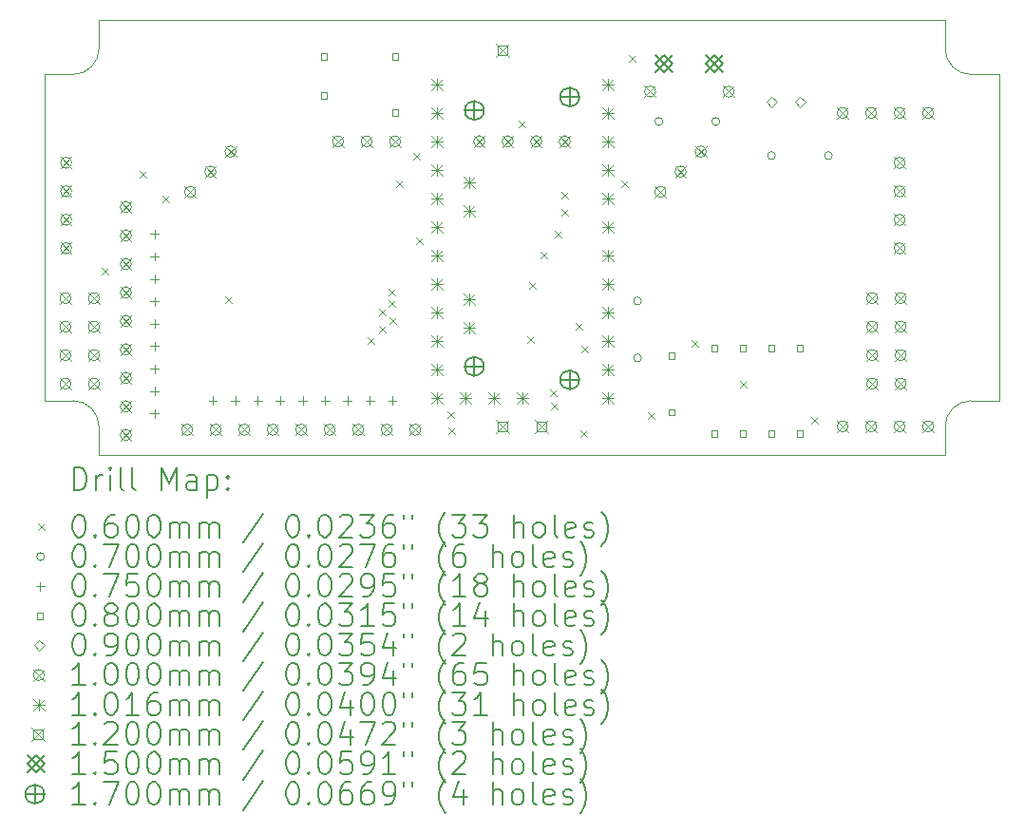
<source format=gbr>
%TF.GenerationSoftware,KiCad,Pcbnew,7.0.7*%
%TF.CreationDate,2023-10-01T14:42:16+02:00*%
%TF.ProjectId,Angle_Ana_Sw,416e676c-655f-4416-9e61-5f53772e6b69,1.0*%
%TF.SameCoordinates,Original*%
%TF.FileFunction,Drillmap*%
%TF.FilePolarity,Positive*%
%FSLAX45Y45*%
G04 Gerber Fmt 4.5, Leading zero omitted, Abs format (unit mm)*
G04 Created by KiCad (PCBNEW 7.0.7) date 2023-10-01 14:42:16*
%MOMM*%
%LPD*%
G01*
G04 APERTURE LIST*
%ADD10C,0.050000*%
%ADD11C,0.200000*%
%ADD12C,0.060000*%
%ADD13C,0.070000*%
%ADD14C,0.075000*%
%ADD15C,0.080000*%
%ADD16C,0.090000*%
%ADD17C,0.100000*%
%ADD18C,0.101600*%
%ADD19C,0.120000*%
%ADD20C,0.150000*%
%ADD21C,0.170000*%
G04 APERTURE END LIST*
D10*
X21805900Y-9842500D02*
G75*
G03*
X22034500Y-10071100I228600J0D01*
G01*
X21805900Y-13208000D02*
X21805900Y-13462000D01*
X22034500Y-12979400D02*
X22288500Y-12979400D01*
X21805900Y-13462000D02*
X14262100Y-13462000D01*
X14262452Y-13208000D02*
X14262452Y-13462000D01*
X14033500Y-12979047D02*
X13779500Y-12979047D01*
X22034500Y-12979400D02*
G75*
G03*
X21805900Y-13208000I0J-228600D01*
G01*
X14262100Y-9588500D02*
X21805900Y-9588500D01*
X22288500Y-10071100D02*
X22034500Y-10071100D01*
X14033500Y-10071100D02*
X13779500Y-10071100D01*
X14262100Y-9842500D02*
X14262100Y-9588500D01*
X22288500Y-12979400D02*
X22288500Y-10071100D01*
X14033500Y-10071100D02*
G75*
G03*
X14262100Y-9842500I0J228600D01*
G01*
X14262452Y-13208000D02*
G75*
G03*
X14033500Y-12979047I-228953J0D01*
G01*
X13779500Y-12979400D02*
X13779500Y-10071100D01*
X21805900Y-9842500D02*
X21805900Y-9588500D01*
D11*
D12*
X14282900Y-11793700D02*
X14342900Y-11853700D01*
X14342900Y-11793700D02*
X14282900Y-11853700D01*
X14625800Y-10930100D02*
X14685800Y-10990100D01*
X14685800Y-10930100D02*
X14625800Y-10990100D01*
X14825742Y-11149258D02*
X14885742Y-11209258D01*
X14885742Y-11149258D02*
X14825742Y-11209258D01*
X15387800Y-12047700D02*
X15447800Y-12107700D01*
X15447800Y-12047700D02*
X15387800Y-12107700D01*
X16657800Y-12416000D02*
X16717800Y-12476000D01*
X16717800Y-12416000D02*
X16657800Y-12476000D01*
X16758850Y-12161450D02*
X16818850Y-12221450D01*
X16818850Y-12161450D02*
X16758850Y-12221450D01*
X16759400Y-12314650D02*
X16819400Y-12374650D01*
X16819400Y-12314650D02*
X16759400Y-12374650D01*
X16841783Y-11977683D02*
X16901783Y-12037683D01*
X16901783Y-11977683D02*
X16841783Y-12037683D01*
X16845042Y-12082542D02*
X16905042Y-12142542D01*
X16905042Y-12082542D02*
X16845042Y-12142542D01*
X16848300Y-12237950D02*
X16908300Y-12297950D01*
X16908300Y-12237950D02*
X16848300Y-12297950D01*
X16911800Y-11019000D02*
X16971800Y-11079000D01*
X16971800Y-11019000D02*
X16911800Y-11079000D01*
X17064200Y-10769140D02*
X17124200Y-10829140D01*
X17124200Y-10769140D02*
X17064200Y-10829140D01*
X17088367Y-11525766D02*
X17148367Y-11585766D01*
X17148367Y-11525766D02*
X17088367Y-11585766D01*
X17369000Y-13076400D02*
X17429000Y-13136400D01*
X17429000Y-13076400D02*
X17369000Y-13136400D01*
X17373325Y-13220425D02*
X17433325Y-13280425D01*
X17433325Y-13220425D02*
X17373325Y-13280425D01*
X18004000Y-10485600D02*
X18064000Y-10545600D01*
X18064000Y-10485600D02*
X18004000Y-10545600D01*
X18080200Y-12403300D02*
X18140200Y-12463300D01*
X18140200Y-12403300D02*
X18080200Y-12463300D01*
X18092900Y-11920700D02*
X18152900Y-11980700D01*
X18152900Y-11920700D02*
X18092900Y-11980700D01*
X18194500Y-11654000D02*
X18254500Y-11714000D01*
X18254500Y-11654000D02*
X18194500Y-11714000D01*
X18280308Y-12876292D02*
X18340308Y-12936292D01*
X18340308Y-12876292D02*
X18280308Y-12936292D01*
X18289343Y-12994257D02*
X18349343Y-13054257D01*
X18349343Y-12994257D02*
X18289343Y-13054257D01*
X18321500Y-11463500D02*
X18381500Y-11523500D01*
X18381500Y-11463500D02*
X18321500Y-11523500D01*
X18385000Y-11120600D02*
X18445000Y-11180600D01*
X18445000Y-11120600D02*
X18385000Y-11180600D01*
X18385000Y-11273000D02*
X18445000Y-11333000D01*
X18445000Y-11273000D02*
X18385000Y-11333000D01*
X18512000Y-12289000D02*
X18572000Y-12349000D01*
X18572000Y-12289000D02*
X18512000Y-12349000D01*
X18550100Y-13241500D02*
X18610100Y-13301500D01*
X18610100Y-13241500D02*
X18550100Y-13301500D01*
X18562550Y-12492450D02*
X18622550Y-12552450D01*
X18622550Y-12492450D02*
X18562550Y-12552450D01*
X18919634Y-11017767D02*
X18979634Y-11077767D01*
X18979634Y-11017767D02*
X18919634Y-11077767D01*
X18981900Y-9901400D02*
X19041900Y-9961400D01*
X19041900Y-9901400D02*
X18981900Y-9961400D01*
X19155278Y-13084678D02*
X19215278Y-13144678D01*
X19215278Y-13084678D02*
X19155278Y-13144678D01*
X19540700Y-12441400D02*
X19600700Y-12501400D01*
X19600700Y-12441400D02*
X19540700Y-12501400D01*
X19972500Y-12803950D02*
X20032500Y-12863950D01*
X20032500Y-12803950D02*
X19972500Y-12863950D01*
X20607500Y-13127200D02*
X20667500Y-13187200D01*
X20667500Y-13127200D02*
X20607500Y-13187200D01*
D13*
X19097700Y-12090400D02*
G75*
G03*
X19097700Y-12090400I-35000J0D01*
G01*
X19097700Y-12598400D02*
G75*
G03*
X19097700Y-12598400I-35000J0D01*
G01*
X19288200Y-10490200D02*
G75*
G03*
X19288200Y-10490200I-35000J0D01*
G01*
X19796200Y-10490200D02*
G75*
G03*
X19796200Y-10490200I-35000J0D01*
G01*
X20291500Y-10795000D02*
G75*
G03*
X20291500Y-10795000I-35000J0D01*
G01*
X20799500Y-10795000D02*
G75*
G03*
X20799500Y-10795000I-35000J0D01*
G01*
D14*
X14757400Y-11456000D02*
X14757400Y-11531000D01*
X14719900Y-11493500D02*
X14794900Y-11493500D01*
X14757400Y-11656000D02*
X14757400Y-11731000D01*
X14719900Y-11693500D02*
X14794900Y-11693500D01*
X14757400Y-11856000D02*
X14757400Y-11931000D01*
X14719900Y-11893500D02*
X14794900Y-11893500D01*
X14757400Y-12056000D02*
X14757400Y-12131000D01*
X14719900Y-12093500D02*
X14794900Y-12093500D01*
X14757400Y-12256000D02*
X14757400Y-12331000D01*
X14719900Y-12293500D02*
X14794900Y-12293500D01*
X14757400Y-12456000D02*
X14757400Y-12531000D01*
X14719900Y-12493500D02*
X14794900Y-12493500D01*
X14757400Y-12656000D02*
X14757400Y-12731000D01*
X14719900Y-12693500D02*
X14794900Y-12693500D01*
X14757400Y-12856000D02*
X14757400Y-12931000D01*
X14719900Y-12893500D02*
X14794900Y-12893500D01*
X14757400Y-13056000D02*
X14757400Y-13131000D01*
X14719900Y-13093500D02*
X14794900Y-13093500D01*
X15278100Y-12941900D02*
X15278100Y-13016900D01*
X15240600Y-12979400D02*
X15315600Y-12979400D01*
X15478100Y-12941900D02*
X15478100Y-13016900D01*
X15440600Y-12979400D02*
X15515600Y-12979400D01*
X15678100Y-12941900D02*
X15678100Y-13016900D01*
X15640600Y-12979400D02*
X15715600Y-12979400D01*
X15878100Y-12941900D02*
X15878100Y-13016900D01*
X15840600Y-12979400D02*
X15915600Y-12979400D01*
X16078100Y-12941900D02*
X16078100Y-13016900D01*
X16040600Y-12979400D02*
X16115600Y-12979400D01*
X16278100Y-12941900D02*
X16278100Y-13016900D01*
X16240600Y-12979400D02*
X16315600Y-12979400D01*
X16478100Y-12941900D02*
X16478100Y-13016900D01*
X16440600Y-12979400D02*
X16515600Y-12979400D01*
X16678100Y-12941900D02*
X16678100Y-13016900D01*
X16640600Y-12979400D02*
X16715600Y-12979400D01*
X16878100Y-12941900D02*
X16878100Y-13016900D01*
X16840600Y-12979400D02*
X16915600Y-12979400D01*
D15*
X16296984Y-9937085D02*
X16296984Y-9880516D01*
X16240415Y-9880516D01*
X16240415Y-9937085D01*
X16296984Y-9937085D01*
X16296984Y-10287085D02*
X16296984Y-10230516D01*
X16240415Y-10230516D01*
X16240415Y-10287085D01*
X16296984Y-10287085D01*
X16931985Y-9938285D02*
X16931985Y-9881716D01*
X16875416Y-9881716D01*
X16875416Y-9938285D01*
X16931985Y-9938285D01*
X16931985Y-10438285D02*
X16931985Y-10381716D01*
X16875416Y-10381716D01*
X16875416Y-10438285D01*
X16931985Y-10438285D01*
X19395785Y-12609284D02*
X19395785Y-12552715D01*
X19339216Y-12552715D01*
X19339216Y-12609284D01*
X19395785Y-12609284D01*
X19395785Y-13109284D02*
X19395785Y-13052715D01*
X19339216Y-13052715D01*
X19339216Y-13109284D01*
X19395785Y-13109284D01*
X19776785Y-12537784D02*
X19776785Y-12481215D01*
X19720216Y-12481215D01*
X19720216Y-12537784D01*
X19776785Y-12537784D01*
X19776785Y-13299784D02*
X19776785Y-13243215D01*
X19720216Y-13243215D01*
X19720216Y-13299784D01*
X19776785Y-13299784D01*
X20030785Y-12537784D02*
X20030785Y-12481215D01*
X19974216Y-12481215D01*
X19974216Y-12537784D01*
X20030785Y-12537784D01*
X20030785Y-13299784D02*
X20030785Y-13243215D01*
X19974216Y-13243215D01*
X19974216Y-13299784D01*
X20030785Y-13299784D01*
X20284785Y-12537784D02*
X20284785Y-12481215D01*
X20228216Y-12481215D01*
X20228216Y-12537784D01*
X20284785Y-12537784D01*
X20284785Y-13299784D02*
X20284785Y-13243215D01*
X20228216Y-13243215D01*
X20228216Y-13299784D01*
X20284785Y-13299784D01*
X20538785Y-12537784D02*
X20538785Y-12481215D01*
X20482216Y-12481215D01*
X20482216Y-12537784D01*
X20538785Y-12537784D01*
X20538785Y-13299784D02*
X20538785Y-13243215D01*
X20482216Y-13243215D01*
X20482216Y-13299784D01*
X20538785Y-13299784D01*
D16*
X20258500Y-10360500D02*
X20303500Y-10315500D01*
X20258500Y-10270500D01*
X20213500Y-10315500D01*
X20258500Y-10360500D01*
X20512500Y-10360500D02*
X20557500Y-10315500D01*
X20512500Y-10270500D01*
X20467500Y-10315500D01*
X20512500Y-10360500D01*
D17*
X13913500Y-12015000D02*
X14013500Y-12115000D01*
X14013500Y-12015000D02*
X13913500Y-12115000D01*
X14013500Y-12065000D02*
G75*
G03*
X14013500Y-12065000I-50000J0D01*
G01*
X13913500Y-12269000D02*
X14013500Y-12369000D01*
X14013500Y-12269000D02*
X13913500Y-12369000D01*
X14013500Y-12319000D02*
G75*
G03*
X14013500Y-12319000I-50000J0D01*
G01*
X13913500Y-12523000D02*
X14013500Y-12623000D01*
X14013500Y-12523000D02*
X13913500Y-12623000D01*
X14013500Y-12573000D02*
G75*
G03*
X14013500Y-12573000I-50000J0D01*
G01*
X13913500Y-12777000D02*
X14013500Y-12877000D01*
X14013500Y-12777000D02*
X13913500Y-12877000D01*
X14013500Y-12827000D02*
G75*
G03*
X14013500Y-12827000I-50000J0D01*
G01*
X13920000Y-10808500D02*
X14020000Y-10908500D01*
X14020000Y-10808500D02*
X13920000Y-10908500D01*
X14020000Y-10858500D02*
G75*
G03*
X14020000Y-10858500I-50000J0D01*
G01*
X13920000Y-11062500D02*
X14020000Y-11162500D01*
X14020000Y-11062500D02*
X13920000Y-11162500D01*
X14020000Y-11112500D02*
G75*
G03*
X14020000Y-11112500I-50000J0D01*
G01*
X13920000Y-11316500D02*
X14020000Y-11416500D01*
X14020000Y-11316500D02*
X13920000Y-11416500D01*
X14020000Y-11366500D02*
G75*
G03*
X14020000Y-11366500I-50000J0D01*
G01*
X13920000Y-11570500D02*
X14020000Y-11670500D01*
X14020000Y-11570500D02*
X13920000Y-11670500D01*
X14020000Y-11620500D02*
G75*
G03*
X14020000Y-11620500I-50000J0D01*
G01*
X14167500Y-12015000D02*
X14267500Y-12115000D01*
X14267500Y-12015000D02*
X14167500Y-12115000D01*
X14267500Y-12065000D02*
G75*
G03*
X14267500Y-12065000I-50000J0D01*
G01*
X14167500Y-12269000D02*
X14267500Y-12369000D01*
X14267500Y-12269000D02*
X14167500Y-12369000D01*
X14267500Y-12319000D02*
G75*
G03*
X14267500Y-12319000I-50000J0D01*
G01*
X14167500Y-12523000D02*
X14267500Y-12623000D01*
X14267500Y-12523000D02*
X14167500Y-12623000D01*
X14267500Y-12573000D02*
G75*
G03*
X14267500Y-12573000I-50000J0D01*
G01*
X14167500Y-12777000D02*
X14267500Y-12877000D01*
X14267500Y-12777000D02*
X14167500Y-12877000D01*
X14267500Y-12827000D02*
G75*
G03*
X14267500Y-12827000I-50000J0D01*
G01*
X14453400Y-11202200D02*
X14553400Y-11302200D01*
X14553400Y-11202200D02*
X14453400Y-11302200D01*
X14553400Y-11252200D02*
G75*
G03*
X14553400Y-11252200I-50000J0D01*
G01*
X14453400Y-11456200D02*
X14553400Y-11556200D01*
X14553400Y-11456200D02*
X14453400Y-11556200D01*
X14553400Y-11506200D02*
G75*
G03*
X14553400Y-11506200I-50000J0D01*
G01*
X14453400Y-11710200D02*
X14553400Y-11810200D01*
X14553400Y-11710200D02*
X14453400Y-11810200D01*
X14553400Y-11760200D02*
G75*
G03*
X14553400Y-11760200I-50000J0D01*
G01*
X14453400Y-11964200D02*
X14553400Y-12064200D01*
X14553400Y-11964200D02*
X14453400Y-12064200D01*
X14553400Y-12014200D02*
G75*
G03*
X14553400Y-12014200I-50000J0D01*
G01*
X14453400Y-12218200D02*
X14553400Y-12318200D01*
X14553400Y-12218200D02*
X14453400Y-12318200D01*
X14553400Y-12268200D02*
G75*
G03*
X14553400Y-12268200I-50000J0D01*
G01*
X14453400Y-12472200D02*
X14553400Y-12572200D01*
X14553400Y-12472200D02*
X14453400Y-12572200D01*
X14553400Y-12522200D02*
G75*
G03*
X14553400Y-12522200I-50000J0D01*
G01*
X14453400Y-12726200D02*
X14553400Y-12826200D01*
X14553400Y-12726200D02*
X14453400Y-12826200D01*
X14553400Y-12776200D02*
G75*
G03*
X14553400Y-12776200I-50000J0D01*
G01*
X14453400Y-12980200D02*
X14553400Y-13080200D01*
X14553400Y-12980200D02*
X14453400Y-13080200D01*
X14553400Y-13030200D02*
G75*
G03*
X14553400Y-13030200I-50000J0D01*
G01*
X14453400Y-13234200D02*
X14553400Y-13334200D01*
X14553400Y-13234200D02*
X14453400Y-13334200D01*
X14553400Y-13284200D02*
G75*
G03*
X14553400Y-13284200I-50000J0D01*
G01*
X14999500Y-13187350D02*
X15099500Y-13287350D01*
X15099500Y-13187350D02*
X14999500Y-13287350D01*
X15099500Y-13237350D02*
G75*
G03*
X15099500Y-13237350I-50000J0D01*
G01*
X15026545Y-11067606D02*
X15126545Y-11167606D01*
X15126545Y-11067606D02*
X15026545Y-11167606D01*
X15126545Y-11117606D02*
G75*
G03*
X15126545Y-11117606I-50000J0D01*
G01*
X15206150Y-10888001D02*
X15306150Y-10988001D01*
X15306150Y-10888001D02*
X15206150Y-10988001D01*
X15306150Y-10938001D02*
G75*
G03*
X15306150Y-10938001I-50000J0D01*
G01*
X15253500Y-13187350D02*
X15353500Y-13287350D01*
X15353500Y-13187350D02*
X15253500Y-13287350D01*
X15353500Y-13237350D02*
G75*
G03*
X15353500Y-13237350I-50000J0D01*
G01*
X15385756Y-10708395D02*
X15485756Y-10808395D01*
X15485756Y-10708395D02*
X15385756Y-10808395D01*
X15485756Y-10758395D02*
G75*
G03*
X15485756Y-10758395I-50000J0D01*
G01*
X15507500Y-13187350D02*
X15607500Y-13287350D01*
X15607500Y-13187350D02*
X15507500Y-13287350D01*
X15607500Y-13237350D02*
G75*
G03*
X15607500Y-13237350I-50000J0D01*
G01*
X15761500Y-13187350D02*
X15861500Y-13287350D01*
X15861500Y-13187350D02*
X15761500Y-13287350D01*
X15861500Y-13237350D02*
G75*
G03*
X15861500Y-13237350I-50000J0D01*
G01*
X16015500Y-13187350D02*
X16115500Y-13287350D01*
X16115500Y-13187350D02*
X16015500Y-13287350D01*
X16115500Y-13237350D02*
G75*
G03*
X16115500Y-13237350I-50000J0D01*
G01*
X16269500Y-13187350D02*
X16369500Y-13287350D01*
X16369500Y-13187350D02*
X16269500Y-13287350D01*
X16369500Y-13237350D02*
G75*
G03*
X16369500Y-13237350I-50000J0D01*
G01*
X16344200Y-10618000D02*
X16444200Y-10718000D01*
X16444200Y-10618000D02*
X16344200Y-10718000D01*
X16444200Y-10668000D02*
G75*
G03*
X16444200Y-10668000I-50000J0D01*
G01*
X16523500Y-13187350D02*
X16623500Y-13287350D01*
X16623500Y-13187350D02*
X16523500Y-13287350D01*
X16623500Y-13237350D02*
G75*
G03*
X16623500Y-13237350I-50000J0D01*
G01*
X16598200Y-10618000D02*
X16698200Y-10718000D01*
X16698200Y-10618000D02*
X16598200Y-10718000D01*
X16698200Y-10668000D02*
G75*
G03*
X16698200Y-10668000I-50000J0D01*
G01*
X16777500Y-13187350D02*
X16877500Y-13287350D01*
X16877500Y-13187350D02*
X16777500Y-13287350D01*
X16877500Y-13237350D02*
G75*
G03*
X16877500Y-13237350I-50000J0D01*
G01*
X16852200Y-10618000D02*
X16952200Y-10718000D01*
X16952200Y-10618000D02*
X16852200Y-10718000D01*
X16952200Y-10668000D02*
G75*
G03*
X16952200Y-10668000I-50000J0D01*
G01*
X17031500Y-13187350D02*
X17131500Y-13287350D01*
X17131500Y-13187350D02*
X17031500Y-13287350D01*
X17131500Y-13237350D02*
G75*
G03*
X17131500Y-13237350I-50000J0D01*
G01*
X17603000Y-10618000D02*
X17703000Y-10718000D01*
X17703000Y-10618000D02*
X17603000Y-10718000D01*
X17703000Y-10668000D02*
G75*
G03*
X17703000Y-10668000I-50000J0D01*
G01*
X17857000Y-10618000D02*
X17957000Y-10718000D01*
X17957000Y-10618000D02*
X17857000Y-10718000D01*
X17957000Y-10668000D02*
G75*
G03*
X17957000Y-10668000I-50000J0D01*
G01*
X18111000Y-10618000D02*
X18211000Y-10718000D01*
X18211000Y-10618000D02*
X18111000Y-10718000D01*
X18211000Y-10668000D02*
G75*
G03*
X18211000Y-10668000I-50000J0D01*
G01*
X18365000Y-10618000D02*
X18465000Y-10718000D01*
X18465000Y-10618000D02*
X18365000Y-10718000D01*
X18465000Y-10668000D02*
G75*
G03*
X18465000Y-10668000I-50000J0D01*
G01*
X19125500Y-10173500D02*
X19225500Y-10273500D01*
X19225500Y-10173500D02*
X19125500Y-10273500D01*
X19225500Y-10223500D02*
G75*
G03*
X19225500Y-10223500I-50000J0D01*
G01*
X19217395Y-11067606D02*
X19317395Y-11167606D01*
X19317395Y-11067606D02*
X19217395Y-11167606D01*
X19317395Y-11117606D02*
G75*
G03*
X19317395Y-11117606I-50000J0D01*
G01*
X19397001Y-10888001D02*
X19497001Y-10988001D01*
X19497001Y-10888001D02*
X19397001Y-10988001D01*
X19497001Y-10938001D02*
G75*
G03*
X19497001Y-10938001I-50000J0D01*
G01*
X19576606Y-10708395D02*
X19676606Y-10808395D01*
X19676606Y-10708395D02*
X19576606Y-10808395D01*
X19676606Y-10758395D02*
G75*
G03*
X19676606Y-10758395I-50000J0D01*
G01*
X19825500Y-10173500D02*
X19925500Y-10273500D01*
X19925500Y-10173500D02*
X19825500Y-10273500D01*
X19925500Y-10223500D02*
G75*
G03*
X19925500Y-10223500I-50000J0D01*
G01*
X20841500Y-10364000D02*
X20941500Y-10464000D01*
X20941500Y-10364000D02*
X20841500Y-10464000D01*
X20941500Y-10414000D02*
G75*
G03*
X20941500Y-10414000I-50000J0D01*
G01*
X20841500Y-13158000D02*
X20941500Y-13258000D01*
X20941500Y-13158000D02*
X20841500Y-13258000D01*
X20941500Y-13208000D02*
G75*
G03*
X20941500Y-13208000I-50000J0D01*
G01*
X21095500Y-10364000D02*
X21195500Y-10464000D01*
X21195500Y-10364000D02*
X21095500Y-10464000D01*
X21195500Y-10414000D02*
G75*
G03*
X21195500Y-10414000I-50000J0D01*
G01*
X21095500Y-13158000D02*
X21195500Y-13258000D01*
X21195500Y-13158000D02*
X21095500Y-13258000D01*
X21195500Y-13208000D02*
G75*
G03*
X21195500Y-13208000I-50000J0D01*
G01*
X21104500Y-12015000D02*
X21204500Y-12115000D01*
X21204500Y-12015000D02*
X21104500Y-12115000D01*
X21204500Y-12065000D02*
G75*
G03*
X21204500Y-12065000I-50000J0D01*
G01*
X21104500Y-12269000D02*
X21204500Y-12369000D01*
X21204500Y-12269000D02*
X21104500Y-12369000D01*
X21204500Y-12319000D02*
G75*
G03*
X21204500Y-12319000I-50000J0D01*
G01*
X21104500Y-12523000D02*
X21204500Y-12623000D01*
X21204500Y-12523000D02*
X21104500Y-12623000D01*
X21204500Y-12573000D02*
G75*
G03*
X21204500Y-12573000I-50000J0D01*
G01*
X21104500Y-12777000D02*
X21204500Y-12877000D01*
X21204500Y-12777000D02*
X21104500Y-12877000D01*
X21204500Y-12827000D02*
G75*
G03*
X21204500Y-12827000I-50000J0D01*
G01*
X21349500Y-10364000D02*
X21449500Y-10464000D01*
X21449500Y-10364000D02*
X21349500Y-10464000D01*
X21449500Y-10414000D02*
G75*
G03*
X21449500Y-10414000I-50000J0D01*
G01*
X21349500Y-10808500D02*
X21449500Y-10908500D01*
X21449500Y-10808500D02*
X21349500Y-10908500D01*
X21449500Y-10858500D02*
G75*
G03*
X21449500Y-10858500I-50000J0D01*
G01*
X21349500Y-11062500D02*
X21449500Y-11162500D01*
X21449500Y-11062500D02*
X21349500Y-11162500D01*
X21449500Y-11112500D02*
G75*
G03*
X21449500Y-11112500I-50000J0D01*
G01*
X21349500Y-11316500D02*
X21449500Y-11416500D01*
X21449500Y-11316500D02*
X21349500Y-11416500D01*
X21449500Y-11366500D02*
G75*
G03*
X21449500Y-11366500I-50000J0D01*
G01*
X21349500Y-11570500D02*
X21449500Y-11670500D01*
X21449500Y-11570500D02*
X21349500Y-11670500D01*
X21449500Y-11620500D02*
G75*
G03*
X21449500Y-11620500I-50000J0D01*
G01*
X21349500Y-13158000D02*
X21449500Y-13258000D01*
X21449500Y-13158000D02*
X21349500Y-13258000D01*
X21449500Y-13208000D02*
G75*
G03*
X21449500Y-13208000I-50000J0D01*
G01*
X21358500Y-12015000D02*
X21458500Y-12115000D01*
X21458500Y-12015000D02*
X21358500Y-12115000D01*
X21458500Y-12065000D02*
G75*
G03*
X21458500Y-12065000I-50000J0D01*
G01*
X21358500Y-12269000D02*
X21458500Y-12369000D01*
X21458500Y-12269000D02*
X21358500Y-12369000D01*
X21458500Y-12319000D02*
G75*
G03*
X21458500Y-12319000I-50000J0D01*
G01*
X21358500Y-12523000D02*
X21458500Y-12623000D01*
X21458500Y-12523000D02*
X21358500Y-12623000D01*
X21458500Y-12573000D02*
G75*
G03*
X21458500Y-12573000I-50000J0D01*
G01*
X21358500Y-12777000D02*
X21458500Y-12877000D01*
X21458500Y-12777000D02*
X21358500Y-12877000D01*
X21458500Y-12827000D02*
G75*
G03*
X21458500Y-12827000I-50000J0D01*
G01*
X21603500Y-10364000D02*
X21703500Y-10464000D01*
X21703500Y-10364000D02*
X21603500Y-10464000D01*
X21703500Y-10414000D02*
G75*
G03*
X21703500Y-10414000I-50000J0D01*
G01*
X21603500Y-13158000D02*
X21703500Y-13258000D01*
X21703500Y-13158000D02*
X21603500Y-13258000D01*
X21703500Y-13208000D02*
G75*
G03*
X21703500Y-13208000I-50000J0D01*
G01*
D18*
X17221200Y-10109200D02*
X17322800Y-10210800D01*
X17322800Y-10109200D02*
X17221200Y-10210800D01*
X17272000Y-10109200D02*
X17272000Y-10210800D01*
X17221200Y-10160000D02*
X17322800Y-10160000D01*
X17221200Y-10363200D02*
X17322800Y-10464800D01*
X17322800Y-10363200D02*
X17221200Y-10464800D01*
X17272000Y-10363200D02*
X17272000Y-10464800D01*
X17221200Y-10414000D02*
X17322800Y-10414000D01*
X17221200Y-10617200D02*
X17322800Y-10718800D01*
X17322800Y-10617200D02*
X17221200Y-10718800D01*
X17272000Y-10617200D02*
X17272000Y-10718800D01*
X17221200Y-10668000D02*
X17322800Y-10668000D01*
X17221200Y-10871200D02*
X17322800Y-10972800D01*
X17322800Y-10871200D02*
X17221200Y-10972800D01*
X17272000Y-10871200D02*
X17272000Y-10972800D01*
X17221200Y-10922000D02*
X17322800Y-10922000D01*
X17221200Y-11125200D02*
X17322800Y-11226800D01*
X17322800Y-11125200D02*
X17221200Y-11226800D01*
X17272000Y-11125200D02*
X17272000Y-11226800D01*
X17221200Y-11176000D02*
X17322800Y-11176000D01*
X17221200Y-11379200D02*
X17322800Y-11480800D01*
X17322800Y-11379200D02*
X17221200Y-11480800D01*
X17272000Y-11379200D02*
X17272000Y-11480800D01*
X17221200Y-11430000D02*
X17322800Y-11430000D01*
X17221200Y-11633200D02*
X17322800Y-11734800D01*
X17322800Y-11633200D02*
X17221200Y-11734800D01*
X17272000Y-11633200D02*
X17272000Y-11734800D01*
X17221200Y-11684000D02*
X17322800Y-11684000D01*
X17221200Y-11887200D02*
X17322800Y-11988800D01*
X17322800Y-11887200D02*
X17221200Y-11988800D01*
X17272000Y-11887200D02*
X17272000Y-11988800D01*
X17221200Y-11938000D02*
X17322800Y-11938000D01*
X17221200Y-12141200D02*
X17322800Y-12242800D01*
X17322800Y-12141200D02*
X17221200Y-12242800D01*
X17272000Y-12141200D02*
X17272000Y-12242800D01*
X17221200Y-12192000D02*
X17322800Y-12192000D01*
X17221200Y-12395200D02*
X17322800Y-12496800D01*
X17322800Y-12395200D02*
X17221200Y-12496800D01*
X17272000Y-12395200D02*
X17272000Y-12496800D01*
X17221200Y-12446000D02*
X17322800Y-12446000D01*
X17221200Y-12649200D02*
X17322800Y-12750800D01*
X17322800Y-12649200D02*
X17221200Y-12750800D01*
X17272000Y-12649200D02*
X17272000Y-12750800D01*
X17221200Y-12700000D02*
X17322800Y-12700000D01*
X17221200Y-12903200D02*
X17322800Y-13004800D01*
X17322800Y-12903200D02*
X17221200Y-13004800D01*
X17272000Y-12903200D02*
X17272000Y-13004800D01*
X17221200Y-12954000D02*
X17322800Y-12954000D01*
X17475200Y-12903200D02*
X17576800Y-13004800D01*
X17576800Y-12903200D02*
X17475200Y-13004800D01*
X17526000Y-12903200D02*
X17526000Y-13004800D01*
X17475200Y-12954000D02*
X17576800Y-12954000D01*
X17513790Y-10986260D02*
X17615390Y-11087860D01*
X17615390Y-10986260D02*
X17513790Y-11087860D01*
X17564590Y-10986260D02*
X17564590Y-11087860D01*
X17513790Y-11037060D02*
X17615390Y-11037060D01*
X17513790Y-11240260D02*
X17615390Y-11341860D01*
X17615390Y-11240260D02*
X17513790Y-11341860D01*
X17564590Y-11240260D02*
X17564590Y-11341860D01*
X17513790Y-11291060D02*
X17615390Y-11291060D01*
X17513790Y-12027600D02*
X17615390Y-12129200D01*
X17615390Y-12027600D02*
X17513790Y-12129200D01*
X17564590Y-12027600D02*
X17564590Y-12129200D01*
X17513790Y-12078400D02*
X17615390Y-12078400D01*
X17513790Y-12281660D02*
X17615390Y-12383260D01*
X17615390Y-12281660D02*
X17513790Y-12383260D01*
X17564590Y-12281660D02*
X17564590Y-12383260D01*
X17513790Y-12332460D02*
X17615390Y-12332460D01*
X17729200Y-12903200D02*
X17830800Y-13004800D01*
X17830800Y-12903200D02*
X17729200Y-13004800D01*
X17780000Y-12903200D02*
X17780000Y-13004800D01*
X17729200Y-12954000D02*
X17830800Y-12954000D01*
X17983200Y-12903200D02*
X18084800Y-13004800D01*
X18084800Y-12903200D02*
X17983200Y-13004800D01*
X18034000Y-12903200D02*
X18034000Y-13004800D01*
X17983200Y-12954000D02*
X18084800Y-12954000D01*
X18745200Y-10109200D02*
X18846800Y-10210800D01*
X18846800Y-10109200D02*
X18745200Y-10210800D01*
X18796000Y-10109200D02*
X18796000Y-10210800D01*
X18745200Y-10160000D02*
X18846800Y-10160000D01*
X18745200Y-10363200D02*
X18846800Y-10464800D01*
X18846800Y-10363200D02*
X18745200Y-10464800D01*
X18796000Y-10363200D02*
X18796000Y-10464800D01*
X18745200Y-10414000D02*
X18846800Y-10414000D01*
X18745200Y-10617200D02*
X18846800Y-10718800D01*
X18846800Y-10617200D02*
X18745200Y-10718800D01*
X18796000Y-10617200D02*
X18796000Y-10718800D01*
X18745200Y-10668000D02*
X18846800Y-10668000D01*
X18745200Y-10871200D02*
X18846800Y-10972800D01*
X18846800Y-10871200D02*
X18745200Y-10972800D01*
X18796000Y-10871200D02*
X18796000Y-10972800D01*
X18745200Y-10922000D02*
X18846800Y-10922000D01*
X18745200Y-11125200D02*
X18846800Y-11226800D01*
X18846800Y-11125200D02*
X18745200Y-11226800D01*
X18796000Y-11125200D02*
X18796000Y-11226800D01*
X18745200Y-11176000D02*
X18846800Y-11176000D01*
X18745200Y-11379200D02*
X18846800Y-11480800D01*
X18846800Y-11379200D02*
X18745200Y-11480800D01*
X18796000Y-11379200D02*
X18796000Y-11480800D01*
X18745200Y-11430000D02*
X18846800Y-11430000D01*
X18745200Y-11633200D02*
X18846800Y-11734800D01*
X18846800Y-11633200D02*
X18745200Y-11734800D01*
X18796000Y-11633200D02*
X18796000Y-11734800D01*
X18745200Y-11684000D02*
X18846800Y-11684000D01*
X18745200Y-11887200D02*
X18846800Y-11988800D01*
X18846800Y-11887200D02*
X18745200Y-11988800D01*
X18796000Y-11887200D02*
X18796000Y-11988800D01*
X18745200Y-11938000D02*
X18846800Y-11938000D01*
X18745200Y-12141200D02*
X18846800Y-12242800D01*
X18846800Y-12141200D02*
X18745200Y-12242800D01*
X18796000Y-12141200D02*
X18796000Y-12242800D01*
X18745200Y-12192000D02*
X18846800Y-12192000D01*
X18745200Y-12395200D02*
X18846800Y-12496800D01*
X18846800Y-12395200D02*
X18745200Y-12496800D01*
X18796000Y-12395200D02*
X18796000Y-12496800D01*
X18745200Y-12446000D02*
X18846800Y-12446000D01*
X18745200Y-12649200D02*
X18846800Y-12750800D01*
X18846800Y-12649200D02*
X18745200Y-12750800D01*
X18796000Y-12649200D02*
X18796000Y-12750800D01*
X18745200Y-12700000D02*
X18846800Y-12700000D01*
X18745200Y-12903200D02*
X18846800Y-13004800D01*
X18846800Y-12903200D02*
X18745200Y-13004800D01*
X18796000Y-12903200D02*
X18796000Y-13004800D01*
X18745200Y-12954000D02*
X18846800Y-12954000D01*
D19*
X17799000Y-9798000D02*
X17919000Y-9918000D01*
X17919000Y-9798000D02*
X17799000Y-9918000D01*
X17901427Y-9900427D02*
X17901427Y-9815573D01*
X17816573Y-9815573D01*
X17816573Y-9900427D01*
X17901427Y-9900427D01*
X17799000Y-13148000D02*
X17919000Y-13268000D01*
X17919000Y-13148000D02*
X17799000Y-13268000D01*
X17901427Y-13250427D02*
X17901427Y-13165573D01*
X17816573Y-13165573D01*
X17816573Y-13250427D01*
X17901427Y-13250427D01*
X18149000Y-13148000D02*
X18269000Y-13268000D01*
X18269000Y-13148000D02*
X18149000Y-13268000D01*
X18251427Y-13250427D02*
X18251427Y-13165573D01*
X18166573Y-13165573D01*
X18166573Y-13250427D01*
X18251427Y-13250427D01*
D20*
X19225500Y-9898500D02*
X19375500Y-10048500D01*
X19375500Y-9898500D02*
X19225500Y-10048500D01*
X19300500Y-10048500D02*
X19375500Y-9973500D01*
X19300500Y-9898500D01*
X19225500Y-9973500D01*
X19300500Y-10048500D01*
X19675500Y-9898500D02*
X19825500Y-10048500D01*
X19825500Y-9898500D02*
X19675500Y-10048500D01*
X19750500Y-10048500D02*
X19825500Y-9973500D01*
X19750500Y-9898500D01*
X19675500Y-9973500D01*
X19750500Y-10048500D01*
D21*
X17609000Y-10308000D02*
X17609000Y-10478000D01*
X17524000Y-10393000D02*
X17694000Y-10393000D01*
X17694000Y-10393000D02*
G75*
G03*
X17694000Y-10393000I-85000J0D01*
G01*
X17609000Y-12588000D02*
X17609000Y-12758000D01*
X17524000Y-12673000D02*
X17694000Y-12673000D01*
X17694000Y-12673000D02*
G75*
G03*
X17694000Y-12673000I-85000J0D01*
G01*
X18459000Y-10188000D02*
X18459000Y-10358000D01*
X18374000Y-10273000D02*
X18544000Y-10273000D01*
X18544000Y-10273000D02*
G75*
G03*
X18544000Y-10273000I-85000J0D01*
G01*
X18459000Y-12708000D02*
X18459000Y-12878000D01*
X18374000Y-12793000D02*
X18544000Y-12793000D01*
X18544000Y-12793000D02*
G75*
G03*
X18544000Y-12793000I-85000J0D01*
G01*
D11*
X14037777Y-13775984D02*
X14037777Y-13575984D01*
X14037777Y-13575984D02*
X14085396Y-13575984D01*
X14085396Y-13575984D02*
X14113967Y-13585508D01*
X14113967Y-13585508D02*
X14133015Y-13604555D01*
X14133015Y-13604555D02*
X14142539Y-13623603D01*
X14142539Y-13623603D02*
X14152062Y-13661698D01*
X14152062Y-13661698D02*
X14152062Y-13690269D01*
X14152062Y-13690269D02*
X14142539Y-13728365D01*
X14142539Y-13728365D02*
X14133015Y-13747412D01*
X14133015Y-13747412D02*
X14113967Y-13766460D01*
X14113967Y-13766460D02*
X14085396Y-13775984D01*
X14085396Y-13775984D02*
X14037777Y-13775984D01*
X14237777Y-13775984D02*
X14237777Y-13642650D01*
X14237777Y-13680746D02*
X14247301Y-13661698D01*
X14247301Y-13661698D02*
X14256824Y-13652174D01*
X14256824Y-13652174D02*
X14275872Y-13642650D01*
X14275872Y-13642650D02*
X14294920Y-13642650D01*
X14361586Y-13775984D02*
X14361586Y-13642650D01*
X14361586Y-13575984D02*
X14352062Y-13585508D01*
X14352062Y-13585508D02*
X14361586Y-13595031D01*
X14361586Y-13595031D02*
X14371110Y-13585508D01*
X14371110Y-13585508D02*
X14361586Y-13575984D01*
X14361586Y-13575984D02*
X14361586Y-13595031D01*
X14485396Y-13775984D02*
X14466348Y-13766460D01*
X14466348Y-13766460D02*
X14456824Y-13747412D01*
X14456824Y-13747412D02*
X14456824Y-13575984D01*
X14590158Y-13775984D02*
X14571110Y-13766460D01*
X14571110Y-13766460D02*
X14561586Y-13747412D01*
X14561586Y-13747412D02*
X14561586Y-13575984D01*
X14818729Y-13775984D02*
X14818729Y-13575984D01*
X14818729Y-13575984D02*
X14885396Y-13718841D01*
X14885396Y-13718841D02*
X14952062Y-13575984D01*
X14952062Y-13575984D02*
X14952062Y-13775984D01*
X15133015Y-13775984D02*
X15133015Y-13671222D01*
X15133015Y-13671222D02*
X15123491Y-13652174D01*
X15123491Y-13652174D02*
X15104443Y-13642650D01*
X15104443Y-13642650D02*
X15066348Y-13642650D01*
X15066348Y-13642650D02*
X15047301Y-13652174D01*
X15133015Y-13766460D02*
X15113967Y-13775984D01*
X15113967Y-13775984D02*
X15066348Y-13775984D01*
X15066348Y-13775984D02*
X15047301Y-13766460D01*
X15047301Y-13766460D02*
X15037777Y-13747412D01*
X15037777Y-13747412D02*
X15037777Y-13728365D01*
X15037777Y-13728365D02*
X15047301Y-13709317D01*
X15047301Y-13709317D02*
X15066348Y-13699793D01*
X15066348Y-13699793D02*
X15113967Y-13699793D01*
X15113967Y-13699793D02*
X15133015Y-13690269D01*
X15228253Y-13642650D02*
X15228253Y-13842650D01*
X15228253Y-13652174D02*
X15247301Y-13642650D01*
X15247301Y-13642650D02*
X15285396Y-13642650D01*
X15285396Y-13642650D02*
X15304443Y-13652174D01*
X15304443Y-13652174D02*
X15313967Y-13661698D01*
X15313967Y-13661698D02*
X15323491Y-13680746D01*
X15323491Y-13680746D02*
X15323491Y-13737888D01*
X15323491Y-13737888D02*
X15313967Y-13756936D01*
X15313967Y-13756936D02*
X15304443Y-13766460D01*
X15304443Y-13766460D02*
X15285396Y-13775984D01*
X15285396Y-13775984D02*
X15247301Y-13775984D01*
X15247301Y-13775984D02*
X15228253Y-13766460D01*
X15409205Y-13756936D02*
X15418729Y-13766460D01*
X15418729Y-13766460D02*
X15409205Y-13775984D01*
X15409205Y-13775984D02*
X15399682Y-13766460D01*
X15399682Y-13766460D02*
X15409205Y-13756936D01*
X15409205Y-13756936D02*
X15409205Y-13775984D01*
X15409205Y-13652174D02*
X15418729Y-13661698D01*
X15418729Y-13661698D02*
X15409205Y-13671222D01*
X15409205Y-13671222D02*
X15399682Y-13661698D01*
X15399682Y-13661698D02*
X15409205Y-13652174D01*
X15409205Y-13652174D02*
X15409205Y-13671222D01*
D12*
X13717000Y-14074500D02*
X13777000Y-14134500D01*
X13777000Y-14074500D02*
X13717000Y-14134500D01*
D11*
X14075872Y-13995984D02*
X14094920Y-13995984D01*
X14094920Y-13995984D02*
X14113967Y-14005508D01*
X14113967Y-14005508D02*
X14123491Y-14015031D01*
X14123491Y-14015031D02*
X14133015Y-14034079D01*
X14133015Y-14034079D02*
X14142539Y-14072174D01*
X14142539Y-14072174D02*
X14142539Y-14119793D01*
X14142539Y-14119793D02*
X14133015Y-14157888D01*
X14133015Y-14157888D02*
X14123491Y-14176936D01*
X14123491Y-14176936D02*
X14113967Y-14186460D01*
X14113967Y-14186460D02*
X14094920Y-14195984D01*
X14094920Y-14195984D02*
X14075872Y-14195984D01*
X14075872Y-14195984D02*
X14056824Y-14186460D01*
X14056824Y-14186460D02*
X14047301Y-14176936D01*
X14047301Y-14176936D02*
X14037777Y-14157888D01*
X14037777Y-14157888D02*
X14028253Y-14119793D01*
X14028253Y-14119793D02*
X14028253Y-14072174D01*
X14028253Y-14072174D02*
X14037777Y-14034079D01*
X14037777Y-14034079D02*
X14047301Y-14015031D01*
X14047301Y-14015031D02*
X14056824Y-14005508D01*
X14056824Y-14005508D02*
X14075872Y-13995984D01*
X14228253Y-14176936D02*
X14237777Y-14186460D01*
X14237777Y-14186460D02*
X14228253Y-14195984D01*
X14228253Y-14195984D02*
X14218729Y-14186460D01*
X14218729Y-14186460D02*
X14228253Y-14176936D01*
X14228253Y-14176936D02*
X14228253Y-14195984D01*
X14409205Y-13995984D02*
X14371110Y-13995984D01*
X14371110Y-13995984D02*
X14352062Y-14005508D01*
X14352062Y-14005508D02*
X14342539Y-14015031D01*
X14342539Y-14015031D02*
X14323491Y-14043603D01*
X14323491Y-14043603D02*
X14313967Y-14081698D01*
X14313967Y-14081698D02*
X14313967Y-14157888D01*
X14313967Y-14157888D02*
X14323491Y-14176936D01*
X14323491Y-14176936D02*
X14333015Y-14186460D01*
X14333015Y-14186460D02*
X14352062Y-14195984D01*
X14352062Y-14195984D02*
X14390158Y-14195984D01*
X14390158Y-14195984D02*
X14409205Y-14186460D01*
X14409205Y-14186460D02*
X14418729Y-14176936D01*
X14418729Y-14176936D02*
X14428253Y-14157888D01*
X14428253Y-14157888D02*
X14428253Y-14110269D01*
X14428253Y-14110269D02*
X14418729Y-14091222D01*
X14418729Y-14091222D02*
X14409205Y-14081698D01*
X14409205Y-14081698D02*
X14390158Y-14072174D01*
X14390158Y-14072174D02*
X14352062Y-14072174D01*
X14352062Y-14072174D02*
X14333015Y-14081698D01*
X14333015Y-14081698D02*
X14323491Y-14091222D01*
X14323491Y-14091222D02*
X14313967Y-14110269D01*
X14552062Y-13995984D02*
X14571110Y-13995984D01*
X14571110Y-13995984D02*
X14590158Y-14005508D01*
X14590158Y-14005508D02*
X14599682Y-14015031D01*
X14599682Y-14015031D02*
X14609205Y-14034079D01*
X14609205Y-14034079D02*
X14618729Y-14072174D01*
X14618729Y-14072174D02*
X14618729Y-14119793D01*
X14618729Y-14119793D02*
X14609205Y-14157888D01*
X14609205Y-14157888D02*
X14599682Y-14176936D01*
X14599682Y-14176936D02*
X14590158Y-14186460D01*
X14590158Y-14186460D02*
X14571110Y-14195984D01*
X14571110Y-14195984D02*
X14552062Y-14195984D01*
X14552062Y-14195984D02*
X14533015Y-14186460D01*
X14533015Y-14186460D02*
X14523491Y-14176936D01*
X14523491Y-14176936D02*
X14513967Y-14157888D01*
X14513967Y-14157888D02*
X14504443Y-14119793D01*
X14504443Y-14119793D02*
X14504443Y-14072174D01*
X14504443Y-14072174D02*
X14513967Y-14034079D01*
X14513967Y-14034079D02*
X14523491Y-14015031D01*
X14523491Y-14015031D02*
X14533015Y-14005508D01*
X14533015Y-14005508D02*
X14552062Y-13995984D01*
X14742539Y-13995984D02*
X14761586Y-13995984D01*
X14761586Y-13995984D02*
X14780634Y-14005508D01*
X14780634Y-14005508D02*
X14790158Y-14015031D01*
X14790158Y-14015031D02*
X14799682Y-14034079D01*
X14799682Y-14034079D02*
X14809205Y-14072174D01*
X14809205Y-14072174D02*
X14809205Y-14119793D01*
X14809205Y-14119793D02*
X14799682Y-14157888D01*
X14799682Y-14157888D02*
X14790158Y-14176936D01*
X14790158Y-14176936D02*
X14780634Y-14186460D01*
X14780634Y-14186460D02*
X14761586Y-14195984D01*
X14761586Y-14195984D02*
X14742539Y-14195984D01*
X14742539Y-14195984D02*
X14723491Y-14186460D01*
X14723491Y-14186460D02*
X14713967Y-14176936D01*
X14713967Y-14176936D02*
X14704443Y-14157888D01*
X14704443Y-14157888D02*
X14694920Y-14119793D01*
X14694920Y-14119793D02*
X14694920Y-14072174D01*
X14694920Y-14072174D02*
X14704443Y-14034079D01*
X14704443Y-14034079D02*
X14713967Y-14015031D01*
X14713967Y-14015031D02*
X14723491Y-14005508D01*
X14723491Y-14005508D02*
X14742539Y-13995984D01*
X14894920Y-14195984D02*
X14894920Y-14062650D01*
X14894920Y-14081698D02*
X14904443Y-14072174D01*
X14904443Y-14072174D02*
X14923491Y-14062650D01*
X14923491Y-14062650D02*
X14952063Y-14062650D01*
X14952063Y-14062650D02*
X14971110Y-14072174D01*
X14971110Y-14072174D02*
X14980634Y-14091222D01*
X14980634Y-14091222D02*
X14980634Y-14195984D01*
X14980634Y-14091222D02*
X14990158Y-14072174D01*
X14990158Y-14072174D02*
X15009205Y-14062650D01*
X15009205Y-14062650D02*
X15037777Y-14062650D01*
X15037777Y-14062650D02*
X15056824Y-14072174D01*
X15056824Y-14072174D02*
X15066348Y-14091222D01*
X15066348Y-14091222D02*
X15066348Y-14195984D01*
X15161586Y-14195984D02*
X15161586Y-14062650D01*
X15161586Y-14081698D02*
X15171110Y-14072174D01*
X15171110Y-14072174D02*
X15190158Y-14062650D01*
X15190158Y-14062650D02*
X15218729Y-14062650D01*
X15218729Y-14062650D02*
X15237777Y-14072174D01*
X15237777Y-14072174D02*
X15247301Y-14091222D01*
X15247301Y-14091222D02*
X15247301Y-14195984D01*
X15247301Y-14091222D02*
X15256824Y-14072174D01*
X15256824Y-14072174D02*
X15275872Y-14062650D01*
X15275872Y-14062650D02*
X15304443Y-14062650D01*
X15304443Y-14062650D02*
X15323491Y-14072174D01*
X15323491Y-14072174D02*
X15333015Y-14091222D01*
X15333015Y-14091222D02*
X15333015Y-14195984D01*
X15723491Y-13986460D02*
X15552063Y-14243603D01*
X15980634Y-13995984D02*
X15999682Y-13995984D01*
X15999682Y-13995984D02*
X16018729Y-14005508D01*
X16018729Y-14005508D02*
X16028253Y-14015031D01*
X16028253Y-14015031D02*
X16037777Y-14034079D01*
X16037777Y-14034079D02*
X16047301Y-14072174D01*
X16047301Y-14072174D02*
X16047301Y-14119793D01*
X16047301Y-14119793D02*
X16037777Y-14157888D01*
X16037777Y-14157888D02*
X16028253Y-14176936D01*
X16028253Y-14176936D02*
X16018729Y-14186460D01*
X16018729Y-14186460D02*
X15999682Y-14195984D01*
X15999682Y-14195984D02*
X15980634Y-14195984D01*
X15980634Y-14195984D02*
X15961586Y-14186460D01*
X15961586Y-14186460D02*
X15952063Y-14176936D01*
X15952063Y-14176936D02*
X15942539Y-14157888D01*
X15942539Y-14157888D02*
X15933015Y-14119793D01*
X15933015Y-14119793D02*
X15933015Y-14072174D01*
X15933015Y-14072174D02*
X15942539Y-14034079D01*
X15942539Y-14034079D02*
X15952063Y-14015031D01*
X15952063Y-14015031D02*
X15961586Y-14005508D01*
X15961586Y-14005508D02*
X15980634Y-13995984D01*
X16133015Y-14176936D02*
X16142539Y-14186460D01*
X16142539Y-14186460D02*
X16133015Y-14195984D01*
X16133015Y-14195984D02*
X16123491Y-14186460D01*
X16123491Y-14186460D02*
X16133015Y-14176936D01*
X16133015Y-14176936D02*
X16133015Y-14195984D01*
X16266348Y-13995984D02*
X16285396Y-13995984D01*
X16285396Y-13995984D02*
X16304444Y-14005508D01*
X16304444Y-14005508D02*
X16313967Y-14015031D01*
X16313967Y-14015031D02*
X16323491Y-14034079D01*
X16323491Y-14034079D02*
X16333015Y-14072174D01*
X16333015Y-14072174D02*
X16333015Y-14119793D01*
X16333015Y-14119793D02*
X16323491Y-14157888D01*
X16323491Y-14157888D02*
X16313967Y-14176936D01*
X16313967Y-14176936D02*
X16304444Y-14186460D01*
X16304444Y-14186460D02*
X16285396Y-14195984D01*
X16285396Y-14195984D02*
X16266348Y-14195984D01*
X16266348Y-14195984D02*
X16247301Y-14186460D01*
X16247301Y-14186460D02*
X16237777Y-14176936D01*
X16237777Y-14176936D02*
X16228253Y-14157888D01*
X16228253Y-14157888D02*
X16218729Y-14119793D01*
X16218729Y-14119793D02*
X16218729Y-14072174D01*
X16218729Y-14072174D02*
X16228253Y-14034079D01*
X16228253Y-14034079D02*
X16237777Y-14015031D01*
X16237777Y-14015031D02*
X16247301Y-14005508D01*
X16247301Y-14005508D02*
X16266348Y-13995984D01*
X16409206Y-14015031D02*
X16418729Y-14005508D01*
X16418729Y-14005508D02*
X16437777Y-13995984D01*
X16437777Y-13995984D02*
X16485396Y-13995984D01*
X16485396Y-13995984D02*
X16504444Y-14005508D01*
X16504444Y-14005508D02*
X16513967Y-14015031D01*
X16513967Y-14015031D02*
X16523491Y-14034079D01*
X16523491Y-14034079D02*
X16523491Y-14053127D01*
X16523491Y-14053127D02*
X16513967Y-14081698D01*
X16513967Y-14081698D02*
X16399682Y-14195984D01*
X16399682Y-14195984D02*
X16523491Y-14195984D01*
X16590158Y-13995984D02*
X16713967Y-13995984D01*
X16713967Y-13995984D02*
X16647301Y-14072174D01*
X16647301Y-14072174D02*
X16675872Y-14072174D01*
X16675872Y-14072174D02*
X16694920Y-14081698D01*
X16694920Y-14081698D02*
X16704444Y-14091222D01*
X16704444Y-14091222D02*
X16713967Y-14110269D01*
X16713967Y-14110269D02*
X16713967Y-14157888D01*
X16713967Y-14157888D02*
X16704444Y-14176936D01*
X16704444Y-14176936D02*
X16694920Y-14186460D01*
X16694920Y-14186460D02*
X16675872Y-14195984D01*
X16675872Y-14195984D02*
X16618729Y-14195984D01*
X16618729Y-14195984D02*
X16599682Y-14186460D01*
X16599682Y-14186460D02*
X16590158Y-14176936D01*
X16885396Y-13995984D02*
X16847301Y-13995984D01*
X16847301Y-13995984D02*
X16828253Y-14005508D01*
X16828253Y-14005508D02*
X16818729Y-14015031D01*
X16818729Y-14015031D02*
X16799682Y-14043603D01*
X16799682Y-14043603D02*
X16790158Y-14081698D01*
X16790158Y-14081698D02*
X16790158Y-14157888D01*
X16790158Y-14157888D02*
X16799682Y-14176936D01*
X16799682Y-14176936D02*
X16809206Y-14186460D01*
X16809206Y-14186460D02*
X16828253Y-14195984D01*
X16828253Y-14195984D02*
X16866349Y-14195984D01*
X16866349Y-14195984D02*
X16885396Y-14186460D01*
X16885396Y-14186460D02*
X16894920Y-14176936D01*
X16894920Y-14176936D02*
X16904444Y-14157888D01*
X16904444Y-14157888D02*
X16904444Y-14110269D01*
X16904444Y-14110269D02*
X16894920Y-14091222D01*
X16894920Y-14091222D02*
X16885396Y-14081698D01*
X16885396Y-14081698D02*
X16866349Y-14072174D01*
X16866349Y-14072174D02*
X16828253Y-14072174D01*
X16828253Y-14072174D02*
X16809206Y-14081698D01*
X16809206Y-14081698D02*
X16799682Y-14091222D01*
X16799682Y-14091222D02*
X16790158Y-14110269D01*
X16980634Y-13995984D02*
X16980634Y-14034079D01*
X17056825Y-13995984D02*
X17056825Y-14034079D01*
X17352063Y-14272174D02*
X17342539Y-14262650D01*
X17342539Y-14262650D02*
X17323491Y-14234079D01*
X17323491Y-14234079D02*
X17313968Y-14215031D01*
X17313968Y-14215031D02*
X17304444Y-14186460D01*
X17304444Y-14186460D02*
X17294920Y-14138841D01*
X17294920Y-14138841D02*
X17294920Y-14100746D01*
X17294920Y-14100746D02*
X17304444Y-14053127D01*
X17304444Y-14053127D02*
X17313968Y-14024555D01*
X17313968Y-14024555D02*
X17323491Y-14005508D01*
X17323491Y-14005508D02*
X17342539Y-13976936D01*
X17342539Y-13976936D02*
X17352063Y-13967412D01*
X17409206Y-13995984D02*
X17533015Y-13995984D01*
X17533015Y-13995984D02*
X17466349Y-14072174D01*
X17466349Y-14072174D02*
X17494920Y-14072174D01*
X17494920Y-14072174D02*
X17513968Y-14081698D01*
X17513968Y-14081698D02*
X17523491Y-14091222D01*
X17523491Y-14091222D02*
X17533015Y-14110269D01*
X17533015Y-14110269D02*
X17533015Y-14157888D01*
X17533015Y-14157888D02*
X17523491Y-14176936D01*
X17523491Y-14176936D02*
X17513968Y-14186460D01*
X17513968Y-14186460D02*
X17494920Y-14195984D01*
X17494920Y-14195984D02*
X17437777Y-14195984D01*
X17437777Y-14195984D02*
X17418730Y-14186460D01*
X17418730Y-14186460D02*
X17409206Y-14176936D01*
X17599682Y-13995984D02*
X17723491Y-13995984D01*
X17723491Y-13995984D02*
X17656825Y-14072174D01*
X17656825Y-14072174D02*
X17685396Y-14072174D01*
X17685396Y-14072174D02*
X17704444Y-14081698D01*
X17704444Y-14081698D02*
X17713968Y-14091222D01*
X17713968Y-14091222D02*
X17723491Y-14110269D01*
X17723491Y-14110269D02*
X17723491Y-14157888D01*
X17723491Y-14157888D02*
X17713968Y-14176936D01*
X17713968Y-14176936D02*
X17704444Y-14186460D01*
X17704444Y-14186460D02*
X17685396Y-14195984D01*
X17685396Y-14195984D02*
X17628253Y-14195984D01*
X17628253Y-14195984D02*
X17609206Y-14186460D01*
X17609206Y-14186460D02*
X17599682Y-14176936D01*
X17961587Y-14195984D02*
X17961587Y-13995984D01*
X18047301Y-14195984D02*
X18047301Y-14091222D01*
X18047301Y-14091222D02*
X18037777Y-14072174D01*
X18037777Y-14072174D02*
X18018730Y-14062650D01*
X18018730Y-14062650D02*
X17990158Y-14062650D01*
X17990158Y-14062650D02*
X17971111Y-14072174D01*
X17971111Y-14072174D02*
X17961587Y-14081698D01*
X18171111Y-14195984D02*
X18152063Y-14186460D01*
X18152063Y-14186460D02*
X18142539Y-14176936D01*
X18142539Y-14176936D02*
X18133015Y-14157888D01*
X18133015Y-14157888D02*
X18133015Y-14100746D01*
X18133015Y-14100746D02*
X18142539Y-14081698D01*
X18142539Y-14081698D02*
X18152063Y-14072174D01*
X18152063Y-14072174D02*
X18171111Y-14062650D01*
X18171111Y-14062650D02*
X18199682Y-14062650D01*
X18199682Y-14062650D02*
X18218730Y-14072174D01*
X18218730Y-14072174D02*
X18228253Y-14081698D01*
X18228253Y-14081698D02*
X18237777Y-14100746D01*
X18237777Y-14100746D02*
X18237777Y-14157888D01*
X18237777Y-14157888D02*
X18228253Y-14176936D01*
X18228253Y-14176936D02*
X18218730Y-14186460D01*
X18218730Y-14186460D02*
X18199682Y-14195984D01*
X18199682Y-14195984D02*
X18171111Y-14195984D01*
X18352063Y-14195984D02*
X18333015Y-14186460D01*
X18333015Y-14186460D02*
X18323492Y-14167412D01*
X18323492Y-14167412D02*
X18323492Y-13995984D01*
X18504444Y-14186460D02*
X18485396Y-14195984D01*
X18485396Y-14195984D02*
X18447301Y-14195984D01*
X18447301Y-14195984D02*
X18428253Y-14186460D01*
X18428253Y-14186460D02*
X18418730Y-14167412D01*
X18418730Y-14167412D02*
X18418730Y-14091222D01*
X18418730Y-14091222D02*
X18428253Y-14072174D01*
X18428253Y-14072174D02*
X18447301Y-14062650D01*
X18447301Y-14062650D02*
X18485396Y-14062650D01*
X18485396Y-14062650D02*
X18504444Y-14072174D01*
X18504444Y-14072174D02*
X18513968Y-14091222D01*
X18513968Y-14091222D02*
X18513968Y-14110269D01*
X18513968Y-14110269D02*
X18418730Y-14129317D01*
X18590158Y-14186460D02*
X18609206Y-14195984D01*
X18609206Y-14195984D02*
X18647301Y-14195984D01*
X18647301Y-14195984D02*
X18666349Y-14186460D01*
X18666349Y-14186460D02*
X18675873Y-14167412D01*
X18675873Y-14167412D02*
X18675873Y-14157888D01*
X18675873Y-14157888D02*
X18666349Y-14138841D01*
X18666349Y-14138841D02*
X18647301Y-14129317D01*
X18647301Y-14129317D02*
X18618730Y-14129317D01*
X18618730Y-14129317D02*
X18599682Y-14119793D01*
X18599682Y-14119793D02*
X18590158Y-14100746D01*
X18590158Y-14100746D02*
X18590158Y-14091222D01*
X18590158Y-14091222D02*
X18599682Y-14072174D01*
X18599682Y-14072174D02*
X18618730Y-14062650D01*
X18618730Y-14062650D02*
X18647301Y-14062650D01*
X18647301Y-14062650D02*
X18666349Y-14072174D01*
X18742539Y-14272174D02*
X18752063Y-14262650D01*
X18752063Y-14262650D02*
X18771111Y-14234079D01*
X18771111Y-14234079D02*
X18780634Y-14215031D01*
X18780634Y-14215031D02*
X18790158Y-14186460D01*
X18790158Y-14186460D02*
X18799682Y-14138841D01*
X18799682Y-14138841D02*
X18799682Y-14100746D01*
X18799682Y-14100746D02*
X18790158Y-14053127D01*
X18790158Y-14053127D02*
X18780634Y-14024555D01*
X18780634Y-14024555D02*
X18771111Y-14005508D01*
X18771111Y-14005508D02*
X18752063Y-13976936D01*
X18752063Y-13976936D02*
X18742539Y-13967412D01*
D13*
X13777000Y-14368500D02*
G75*
G03*
X13777000Y-14368500I-35000J0D01*
G01*
D11*
X14075872Y-14259984D02*
X14094920Y-14259984D01*
X14094920Y-14259984D02*
X14113967Y-14269508D01*
X14113967Y-14269508D02*
X14123491Y-14279031D01*
X14123491Y-14279031D02*
X14133015Y-14298079D01*
X14133015Y-14298079D02*
X14142539Y-14336174D01*
X14142539Y-14336174D02*
X14142539Y-14383793D01*
X14142539Y-14383793D02*
X14133015Y-14421888D01*
X14133015Y-14421888D02*
X14123491Y-14440936D01*
X14123491Y-14440936D02*
X14113967Y-14450460D01*
X14113967Y-14450460D02*
X14094920Y-14459984D01*
X14094920Y-14459984D02*
X14075872Y-14459984D01*
X14075872Y-14459984D02*
X14056824Y-14450460D01*
X14056824Y-14450460D02*
X14047301Y-14440936D01*
X14047301Y-14440936D02*
X14037777Y-14421888D01*
X14037777Y-14421888D02*
X14028253Y-14383793D01*
X14028253Y-14383793D02*
X14028253Y-14336174D01*
X14028253Y-14336174D02*
X14037777Y-14298079D01*
X14037777Y-14298079D02*
X14047301Y-14279031D01*
X14047301Y-14279031D02*
X14056824Y-14269508D01*
X14056824Y-14269508D02*
X14075872Y-14259984D01*
X14228253Y-14440936D02*
X14237777Y-14450460D01*
X14237777Y-14450460D02*
X14228253Y-14459984D01*
X14228253Y-14459984D02*
X14218729Y-14450460D01*
X14218729Y-14450460D02*
X14228253Y-14440936D01*
X14228253Y-14440936D02*
X14228253Y-14459984D01*
X14304443Y-14259984D02*
X14437777Y-14259984D01*
X14437777Y-14259984D02*
X14352062Y-14459984D01*
X14552062Y-14259984D02*
X14571110Y-14259984D01*
X14571110Y-14259984D02*
X14590158Y-14269508D01*
X14590158Y-14269508D02*
X14599682Y-14279031D01*
X14599682Y-14279031D02*
X14609205Y-14298079D01*
X14609205Y-14298079D02*
X14618729Y-14336174D01*
X14618729Y-14336174D02*
X14618729Y-14383793D01*
X14618729Y-14383793D02*
X14609205Y-14421888D01*
X14609205Y-14421888D02*
X14599682Y-14440936D01*
X14599682Y-14440936D02*
X14590158Y-14450460D01*
X14590158Y-14450460D02*
X14571110Y-14459984D01*
X14571110Y-14459984D02*
X14552062Y-14459984D01*
X14552062Y-14459984D02*
X14533015Y-14450460D01*
X14533015Y-14450460D02*
X14523491Y-14440936D01*
X14523491Y-14440936D02*
X14513967Y-14421888D01*
X14513967Y-14421888D02*
X14504443Y-14383793D01*
X14504443Y-14383793D02*
X14504443Y-14336174D01*
X14504443Y-14336174D02*
X14513967Y-14298079D01*
X14513967Y-14298079D02*
X14523491Y-14279031D01*
X14523491Y-14279031D02*
X14533015Y-14269508D01*
X14533015Y-14269508D02*
X14552062Y-14259984D01*
X14742539Y-14259984D02*
X14761586Y-14259984D01*
X14761586Y-14259984D02*
X14780634Y-14269508D01*
X14780634Y-14269508D02*
X14790158Y-14279031D01*
X14790158Y-14279031D02*
X14799682Y-14298079D01*
X14799682Y-14298079D02*
X14809205Y-14336174D01*
X14809205Y-14336174D02*
X14809205Y-14383793D01*
X14809205Y-14383793D02*
X14799682Y-14421888D01*
X14799682Y-14421888D02*
X14790158Y-14440936D01*
X14790158Y-14440936D02*
X14780634Y-14450460D01*
X14780634Y-14450460D02*
X14761586Y-14459984D01*
X14761586Y-14459984D02*
X14742539Y-14459984D01*
X14742539Y-14459984D02*
X14723491Y-14450460D01*
X14723491Y-14450460D02*
X14713967Y-14440936D01*
X14713967Y-14440936D02*
X14704443Y-14421888D01*
X14704443Y-14421888D02*
X14694920Y-14383793D01*
X14694920Y-14383793D02*
X14694920Y-14336174D01*
X14694920Y-14336174D02*
X14704443Y-14298079D01*
X14704443Y-14298079D02*
X14713967Y-14279031D01*
X14713967Y-14279031D02*
X14723491Y-14269508D01*
X14723491Y-14269508D02*
X14742539Y-14259984D01*
X14894920Y-14459984D02*
X14894920Y-14326650D01*
X14894920Y-14345698D02*
X14904443Y-14336174D01*
X14904443Y-14336174D02*
X14923491Y-14326650D01*
X14923491Y-14326650D02*
X14952063Y-14326650D01*
X14952063Y-14326650D02*
X14971110Y-14336174D01*
X14971110Y-14336174D02*
X14980634Y-14355222D01*
X14980634Y-14355222D02*
X14980634Y-14459984D01*
X14980634Y-14355222D02*
X14990158Y-14336174D01*
X14990158Y-14336174D02*
X15009205Y-14326650D01*
X15009205Y-14326650D02*
X15037777Y-14326650D01*
X15037777Y-14326650D02*
X15056824Y-14336174D01*
X15056824Y-14336174D02*
X15066348Y-14355222D01*
X15066348Y-14355222D02*
X15066348Y-14459984D01*
X15161586Y-14459984D02*
X15161586Y-14326650D01*
X15161586Y-14345698D02*
X15171110Y-14336174D01*
X15171110Y-14336174D02*
X15190158Y-14326650D01*
X15190158Y-14326650D02*
X15218729Y-14326650D01*
X15218729Y-14326650D02*
X15237777Y-14336174D01*
X15237777Y-14336174D02*
X15247301Y-14355222D01*
X15247301Y-14355222D02*
X15247301Y-14459984D01*
X15247301Y-14355222D02*
X15256824Y-14336174D01*
X15256824Y-14336174D02*
X15275872Y-14326650D01*
X15275872Y-14326650D02*
X15304443Y-14326650D01*
X15304443Y-14326650D02*
X15323491Y-14336174D01*
X15323491Y-14336174D02*
X15333015Y-14355222D01*
X15333015Y-14355222D02*
X15333015Y-14459984D01*
X15723491Y-14250460D02*
X15552063Y-14507603D01*
X15980634Y-14259984D02*
X15999682Y-14259984D01*
X15999682Y-14259984D02*
X16018729Y-14269508D01*
X16018729Y-14269508D02*
X16028253Y-14279031D01*
X16028253Y-14279031D02*
X16037777Y-14298079D01*
X16037777Y-14298079D02*
X16047301Y-14336174D01*
X16047301Y-14336174D02*
X16047301Y-14383793D01*
X16047301Y-14383793D02*
X16037777Y-14421888D01*
X16037777Y-14421888D02*
X16028253Y-14440936D01*
X16028253Y-14440936D02*
X16018729Y-14450460D01*
X16018729Y-14450460D02*
X15999682Y-14459984D01*
X15999682Y-14459984D02*
X15980634Y-14459984D01*
X15980634Y-14459984D02*
X15961586Y-14450460D01*
X15961586Y-14450460D02*
X15952063Y-14440936D01*
X15952063Y-14440936D02*
X15942539Y-14421888D01*
X15942539Y-14421888D02*
X15933015Y-14383793D01*
X15933015Y-14383793D02*
X15933015Y-14336174D01*
X15933015Y-14336174D02*
X15942539Y-14298079D01*
X15942539Y-14298079D02*
X15952063Y-14279031D01*
X15952063Y-14279031D02*
X15961586Y-14269508D01*
X15961586Y-14269508D02*
X15980634Y-14259984D01*
X16133015Y-14440936D02*
X16142539Y-14450460D01*
X16142539Y-14450460D02*
X16133015Y-14459984D01*
X16133015Y-14459984D02*
X16123491Y-14450460D01*
X16123491Y-14450460D02*
X16133015Y-14440936D01*
X16133015Y-14440936D02*
X16133015Y-14459984D01*
X16266348Y-14259984D02*
X16285396Y-14259984D01*
X16285396Y-14259984D02*
X16304444Y-14269508D01*
X16304444Y-14269508D02*
X16313967Y-14279031D01*
X16313967Y-14279031D02*
X16323491Y-14298079D01*
X16323491Y-14298079D02*
X16333015Y-14336174D01*
X16333015Y-14336174D02*
X16333015Y-14383793D01*
X16333015Y-14383793D02*
X16323491Y-14421888D01*
X16323491Y-14421888D02*
X16313967Y-14440936D01*
X16313967Y-14440936D02*
X16304444Y-14450460D01*
X16304444Y-14450460D02*
X16285396Y-14459984D01*
X16285396Y-14459984D02*
X16266348Y-14459984D01*
X16266348Y-14459984D02*
X16247301Y-14450460D01*
X16247301Y-14450460D02*
X16237777Y-14440936D01*
X16237777Y-14440936D02*
X16228253Y-14421888D01*
X16228253Y-14421888D02*
X16218729Y-14383793D01*
X16218729Y-14383793D02*
X16218729Y-14336174D01*
X16218729Y-14336174D02*
X16228253Y-14298079D01*
X16228253Y-14298079D02*
X16237777Y-14279031D01*
X16237777Y-14279031D02*
X16247301Y-14269508D01*
X16247301Y-14269508D02*
X16266348Y-14259984D01*
X16409206Y-14279031D02*
X16418729Y-14269508D01*
X16418729Y-14269508D02*
X16437777Y-14259984D01*
X16437777Y-14259984D02*
X16485396Y-14259984D01*
X16485396Y-14259984D02*
X16504444Y-14269508D01*
X16504444Y-14269508D02*
X16513967Y-14279031D01*
X16513967Y-14279031D02*
X16523491Y-14298079D01*
X16523491Y-14298079D02*
X16523491Y-14317127D01*
X16523491Y-14317127D02*
X16513967Y-14345698D01*
X16513967Y-14345698D02*
X16399682Y-14459984D01*
X16399682Y-14459984D02*
X16523491Y-14459984D01*
X16590158Y-14259984D02*
X16723491Y-14259984D01*
X16723491Y-14259984D02*
X16637777Y-14459984D01*
X16885396Y-14259984D02*
X16847301Y-14259984D01*
X16847301Y-14259984D02*
X16828253Y-14269508D01*
X16828253Y-14269508D02*
X16818729Y-14279031D01*
X16818729Y-14279031D02*
X16799682Y-14307603D01*
X16799682Y-14307603D02*
X16790158Y-14345698D01*
X16790158Y-14345698D02*
X16790158Y-14421888D01*
X16790158Y-14421888D02*
X16799682Y-14440936D01*
X16799682Y-14440936D02*
X16809206Y-14450460D01*
X16809206Y-14450460D02*
X16828253Y-14459984D01*
X16828253Y-14459984D02*
X16866349Y-14459984D01*
X16866349Y-14459984D02*
X16885396Y-14450460D01*
X16885396Y-14450460D02*
X16894920Y-14440936D01*
X16894920Y-14440936D02*
X16904444Y-14421888D01*
X16904444Y-14421888D02*
X16904444Y-14374269D01*
X16904444Y-14374269D02*
X16894920Y-14355222D01*
X16894920Y-14355222D02*
X16885396Y-14345698D01*
X16885396Y-14345698D02*
X16866349Y-14336174D01*
X16866349Y-14336174D02*
X16828253Y-14336174D01*
X16828253Y-14336174D02*
X16809206Y-14345698D01*
X16809206Y-14345698D02*
X16799682Y-14355222D01*
X16799682Y-14355222D02*
X16790158Y-14374269D01*
X16980634Y-14259984D02*
X16980634Y-14298079D01*
X17056825Y-14259984D02*
X17056825Y-14298079D01*
X17352063Y-14536174D02*
X17342539Y-14526650D01*
X17342539Y-14526650D02*
X17323491Y-14498079D01*
X17323491Y-14498079D02*
X17313968Y-14479031D01*
X17313968Y-14479031D02*
X17304444Y-14450460D01*
X17304444Y-14450460D02*
X17294920Y-14402841D01*
X17294920Y-14402841D02*
X17294920Y-14364746D01*
X17294920Y-14364746D02*
X17304444Y-14317127D01*
X17304444Y-14317127D02*
X17313968Y-14288555D01*
X17313968Y-14288555D02*
X17323491Y-14269508D01*
X17323491Y-14269508D02*
X17342539Y-14240936D01*
X17342539Y-14240936D02*
X17352063Y-14231412D01*
X17513968Y-14259984D02*
X17475872Y-14259984D01*
X17475872Y-14259984D02*
X17456825Y-14269508D01*
X17456825Y-14269508D02*
X17447301Y-14279031D01*
X17447301Y-14279031D02*
X17428253Y-14307603D01*
X17428253Y-14307603D02*
X17418730Y-14345698D01*
X17418730Y-14345698D02*
X17418730Y-14421888D01*
X17418730Y-14421888D02*
X17428253Y-14440936D01*
X17428253Y-14440936D02*
X17437777Y-14450460D01*
X17437777Y-14450460D02*
X17456825Y-14459984D01*
X17456825Y-14459984D02*
X17494920Y-14459984D01*
X17494920Y-14459984D02*
X17513968Y-14450460D01*
X17513968Y-14450460D02*
X17523491Y-14440936D01*
X17523491Y-14440936D02*
X17533015Y-14421888D01*
X17533015Y-14421888D02*
X17533015Y-14374269D01*
X17533015Y-14374269D02*
X17523491Y-14355222D01*
X17523491Y-14355222D02*
X17513968Y-14345698D01*
X17513968Y-14345698D02*
X17494920Y-14336174D01*
X17494920Y-14336174D02*
X17456825Y-14336174D01*
X17456825Y-14336174D02*
X17437777Y-14345698D01*
X17437777Y-14345698D02*
X17428253Y-14355222D01*
X17428253Y-14355222D02*
X17418730Y-14374269D01*
X17771111Y-14459984D02*
X17771111Y-14259984D01*
X17856825Y-14459984D02*
X17856825Y-14355222D01*
X17856825Y-14355222D02*
X17847301Y-14336174D01*
X17847301Y-14336174D02*
X17828253Y-14326650D01*
X17828253Y-14326650D02*
X17799682Y-14326650D01*
X17799682Y-14326650D02*
X17780634Y-14336174D01*
X17780634Y-14336174D02*
X17771111Y-14345698D01*
X17980634Y-14459984D02*
X17961587Y-14450460D01*
X17961587Y-14450460D02*
X17952063Y-14440936D01*
X17952063Y-14440936D02*
X17942539Y-14421888D01*
X17942539Y-14421888D02*
X17942539Y-14364746D01*
X17942539Y-14364746D02*
X17952063Y-14345698D01*
X17952063Y-14345698D02*
X17961587Y-14336174D01*
X17961587Y-14336174D02*
X17980634Y-14326650D01*
X17980634Y-14326650D02*
X18009206Y-14326650D01*
X18009206Y-14326650D02*
X18028253Y-14336174D01*
X18028253Y-14336174D02*
X18037777Y-14345698D01*
X18037777Y-14345698D02*
X18047301Y-14364746D01*
X18047301Y-14364746D02*
X18047301Y-14421888D01*
X18047301Y-14421888D02*
X18037777Y-14440936D01*
X18037777Y-14440936D02*
X18028253Y-14450460D01*
X18028253Y-14450460D02*
X18009206Y-14459984D01*
X18009206Y-14459984D02*
X17980634Y-14459984D01*
X18161587Y-14459984D02*
X18142539Y-14450460D01*
X18142539Y-14450460D02*
X18133015Y-14431412D01*
X18133015Y-14431412D02*
X18133015Y-14259984D01*
X18313968Y-14450460D02*
X18294920Y-14459984D01*
X18294920Y-14459984D02*
X18256825Y-14459984D01*
X18256825Y-14459984D02*
X18237777Y-14450460D01*
X18237777Y-14450460D02*
X18228253Y-14431412D01*
X18228253Y-14431412D02*
X18228253Y-14355222D01*
X18228253Y-14355222D02*
X18237777Y-14336174D01*
X18237777Y-14336174D02*
X18256825Y-14326650D01*
X18256825Y-14326650D02*
X18294920Y-14326650D01*
X18294920Y-14326650D02*
X18313968Y-14336174D01*
X18313968Y-14336174D02*
X18323492Y-14355222D01*
X18323492Y-14355222D02*
X18323492Y-14374269D01*
X18323492Y-14374269D02*
X18228253Y-14393317D01*
X18399682Y-14450460D02*
X18418730Y-14459984D01*
X18418730Y-14459984D02*
X18456825Y-14459984D01*
X18456825Y-14459984D02*
X18475873Y-14450460D01*
X18475873Y-14450460D02*
X18485396Y-14431412D01*
X18485396Y-14431412D02*
X18485396Y-14421888D01*
X18485396Y-14421888D02*
X18475873Y-14402841D01*
X18475873Y-14402841D02*
X18456825Y-14393317D01*
X18456825Y-14393317D02*
X18428253Y-14393317D01*
X18428253Y-14393317D02*
X18409206Y-14383793D01*
X18409206Y-14383793D02*
X18399682Y-14364746D01*
X18399682Y-14364746D02*
X18399682Y-14355222D01*
X18399682Y-14355222D02*
X18409206Y-14336174D01*
X18409206Y-14336174D02*
X18428253Y-14326650D01*
X18428253Y-14326650D02*
X18456825Y-14326650D01*
X18456825Y-14326650D02*
X18475873Y-14336174D01*
X18552063Y-14536174D02*
X18561587Y-14526650D01*
X18561587Y-14526650D02*
X18580634Y-14498079D01*
X18580634Y-14498079D02*
X18590158Y-14479031D01*
X18590158Y-14479031D02*
X18599682Y-14450460D01*
X18599682Y-14450460D02*
X18609206Y-14402841D01*
X18609206Y-14402841D02*
X18609206Y-14364746D01*
X18609206Y-14364746D02*
X18599682Y-14317127D01*
X18599682Y-14317127D02*
X18590158Y-14288555D01*
X18590158Y-14288555D02*
X18580634Y-14269508D01*
X18580634Y-14269508D02*
X18561587Y-14240936D01*
X18561587Y-14240936D02*
X18552063Y-14231412D01*
D14*
X13739500Y-14595000D02*
X13739500Y-14670000D01*
X13702000Y-14632500D02*
X13777000Y-14632500D01*
D11*
X14075872Y-14523984D02*
X14094920Y-14523984D01*
X14094920Y-14523984D02*
X14113967Y-14533508D01*
X14113967Y-14533508D02*
X14123491Y-14543031D01*
X14123491Y-14543031D02*
X14133015Y-14562079D01*
X14133015Y-14562079D02*
X14142539Y-14600174D01*
X14142539Y-14600174D02*
X14142539Y-14647793D01*
X14142539Y-14647793D02*
X14133015Y-14685888D01*
X14133015Y-14685888D02*
X14123491Y-14704936D01*
X14123491Y-14704936D02*
X14113967Y-14714460D01*
X14113967Y-14714460D02*
X14094920Y-14723984D01*
X14094920Y-14723984D02*
X14075872Y-14723984D01*
X14075872Y-14723984D02*
X14056824Y-14714460D01*
X14056824Y-14714460D02*
X14047301Y-14704936D01*
X14047301Y-14704936D02*
X14037777Y-14685888D01*
X14037777Y-14685888D02*
X14028253Y-14647793D01*
X14028253Y-14647793D02*
X14028253Y-14600174D01*
X14028253Y-14600174D02*
X14037777Y-14562079D01*
X14037777Y-14562079D02*
X14047301Y-14543031D01*
X14047301Y-14543031D02*
X14056824Y-14533508D01*
X14056824Y-14533508D02*
X14075872Y-14523984D01*
X14228253Y-14704936D02*
X14237777Y-14714460D01*
X14237777Y-14714460D02*
X14228253Y-14723984D01*
X14228253Y-14723984D02*
X14218729Y-14714460D01*
X14218729Y-14714460D02*
X14228253Y-14704936D01*
X14228253Y-14704936D02*
X14228253Y-14723984D01*
X14304443Y-14523984D02*
X14437777Y-14523984D01*
X14437777Y-14523984D02*
X14352062Y-14723984D01*
X14609205Y-14523984D02*
X14513967Y-14523984D01*
X14513967Y-14523984D02*
X14504443Y-14619222D01*
X14504443Y-14619222D02*
X14513967Y-14609698D01*
X14513967Y-14609698D02*
X14533015Y-14600174D01*
X14533015Y-14600174D02*
X14580634Y-14600174D01*
X14580634Y-14600174D02*
X14599682Y-14609698D01*
X14599682Y-14609698D02*
X14609205Y-14619222D01*
X14609205Y-14619222D02*
X14618729Y-14638269D01*
X14618729Y-14638269D02*
X14618729Y-14685888D01*
X14618729Y-14685888D02*
X14609205Y-14704936D01*
X14609205Y-14704936D02*
X14599682Y-14714460D01*
X14599682Y-14714460D02*
X14580634Y-14723984D01*
X14580634Y-14723984D02*
X14533015Y-14723984D01*
X14533015Y-14723984D02*
X14513967Y-14714460D01*
X14513967Y-14714460D02*
X14504443Y-14704936D01*
X14742539Y-14523984D02*
X14761586Y-14523984D01*
X14761586Y-14523984D02*
X14780634Y-14533508D01*
X14780634Y-14533508D02*
X14790158Y-14543031D01*
X14790158Y-14543031D02*
X14799682Y-14562079D01*
X14799682Y-14562079D02*
X14809205Y-14600174D01*
X14809205Y-14600174D02*
X14809205Y-14647793D01*
X14809205Y-14647793D02*
X14799682Y-14685888D01*
X14799682Y-14685888D02*
X14790158Y-14704936D01*
X14790158Y-14704936D02*
X14780634Y-14714460D01*
X14780634Y-14714460D02*
X14761586Y-14723984D01*
X14761586Y-14723984D02*
X14742539Y-14723984D01*
X14742539Y-14723984D02*
X14723491Y-14714460D01*
X14723491Y-14714460D02*
X14713967Y-14704936D01*
X14713967Y-14704936D02*
X14704443Y-14685888D01*
X14704443Y-14685888D02*
X14694920Y-14647793D01*
X14694920Y-14647793D02*
X14694920Y-14600174D01*
X14694920Y-14600174D02*
X14704443Y-14562079D01*
X14704443Y-14562079D02*
X14713967Y-14543031D01*
X14713967Y-14543031D02*
X14723491Y-14533508D01*
X14723491Y-14533508D02*
X14742539Y-14523984D01*
X14894920Y-14723984D02*
X14894920Y-14590650D01*
X14894920Y-14609698D02*
X14904443Y-14600174D01*
X14904443Y-14600174D02*
X14923491Y-14590650D01*
X14923491Y-14590650D02*
X14952063Y-14590650D01*
X14952063Y-14590650D02*
X14971110Y-14600174D01*
X14971110Y-14600174D02*
X14980634Y-14619222D01*
X14980634Y-14619222D02*
X14980634Y-14723984D01*
X14980634Y-14619222D02*
X14990158Y-14600174D01*
X14990158Y-14600174D02*
X15009205Y-14590650D01*
X15009205Y-14590650D02*
X15037777Y-14590650D01*
X15037777Y-14590650D02*
X15056824Y-14600174D01*
X15056824Y-14600174D02*
X15066348Y-14619222D01*
X15066348Y-14619222D02*
X15066348Y-14723984D01*
X15161586Y-14723984D02*
X15161586Y-14590650D01*
X15161586Y-14609698D02*
X15171110Y-14600174D01*
X15171110Y-14600174D02*
X15190158Y-14590650D01*
X15190158Y-14590650D02*
X15218729Y-14590650D01*
X15218729Y-14590650D02*
X15237777Y-14600174D01*
X15237777Y-14600174D02*
X15247301Y-14619222D01*
X15247301Y-14619222D02*
X15247301Y-14723984D01*
X15247301Y-14619222D02*
X15256824Y-14600174D01*
X15256824Y-14600174D02*
X15275872Y-14590650D01*
X15275872Y-14590650D02*
X15304443Y-14590650D01*
X15304443Y-14590650D02*
X15323491Y-14600174D01*
X15323491Y-14600174D02*
X15333015Y-14619222D01*
X15333015Y-14619222D02*
X15333015Y-14723984D01*
X15723491Y-14514460D02*
X15552063Y-14771603D01*
X15980634Y-14523984D02*
X15999682Y-14523984D01*
X15999682Y-14523984D02*
X16018729Y-14533508D01*
X16018729Y-14533508D02*
X16028253Y-14543031D01*
X16028253Y-14543031D02*
X16037777Y-14562079D01*
X16037777Y-14562079D02*
X16047301Y-14600174D01*
X16047301Y-14600174D02*
X16047301Y-14647793D01*
X16047301Y-14647793D02*
X16037777Y-14685888D01*
X16037777Y-14685888D02*
X16028253Y-14704936D01*
X16028253Y-14704936D02*
X16018729Y-14714460D01*
X16018729Y-14714460D02*
X15999682Y-14723984D01*
X15999682Y-14723984D02*
X15980634Y-14723984D01*
X15980634Y-14723984D02*
X15961586Y-14714460D01*
X15961586Y-14714460D02*
X15952063Y-14704936D01*
X15952063Y-14704936D02*
X15942539Y-14685888D01*
X15942539Y-14685888D02*
X15933015Y-14647793D01*
X15933015Y-14647793D02*
X15933015Y-14600174D01*
X15933015Y-14600174D02*
X15942539Y-14562079D01*
X15942539Y-14562079D02*
X15952063Y-14543031D01*
X15952063Y-14543031D02*
X15961586Y-14533508D01*
X15961586Y-14533508D02*
X15980634Y-14523984D01*
X16133015Y-14704936D02*
X16142539Y-14714460D01*
X16142539Y-14714460D02*
X16133015Y-14723984D01*
X16133015Y-14723984D02*
X16123491Y-14714460D01*
X16123491Y-14714460D02*
X16133015Y-14704936D01*
X16133015Y-14704936D02*
X16133015Y-14723984D01*
X16266348Y-14523984D02*
X16285396Y-14523984D01*
X16285396Y-14523984D02*
X16304444Y-14533508D01*
X16304444Y-14533508D02*
X16313967Y-14543031D01*
X16313967Y-14543031D02*
X16323491Y-14562079D01*
X16323491Y-14562079D02*
X16333015Y-14600174D01*
X16333015Y-14600174D02*
X16333015Y-14647793D01*
X16333015Y-14647793D02*
X16323491Y-14685888D01*
X16323491Y-14685888D02*
X16313967Y-14704936D01*
X16313967Y-14704936D02*
X16304444Y-14714460D01*
X16304444Y-14714460D02*
X16285396Y-14723984D01*
X16285396Y-14723984D02*
X16266348Y-14723984D01*
X16266348Y-14723984D02*
X16247301Y-14714460D01*
X16247301Y-14714460D02*
X16237777Y-14704936D01*
X16237777Y-14704936D02*
X16228253Y-14685888D01*
X16228253Y-14685888D02*
X16218729Y-14647793D01*
X16218729Y-14647793D02*
X16218729Y-14600174D01*
X16218729Y-14600174D02*
X16228253Y-14562079D01*
X16228253Y-14562079D02*
X16237777Y-14543031D01*
X16237777Y-14543031D02*
X16247301Y-14533508D01*
X16247301Y-14533508D02*
X16266348Y-14523984D01*
X16409206Y-14543031D02*
X16418729Y-14533508D01*
X16418729Y-14533508D02*
X16437777Y-14523984D01*
X16437777Y-14523984D02*
X16485396Y-14523984D01*
X16485396Y-14523984D02*
X16504444Y-14533508D01*
X16504444Y-14533508D02*
X16513967Y-14543031D01*
X16513967Y-14543031D02*
X16523491Y-14562079D01*
X16523491Y-14562079D02*
X16523491Y-14581127D01*
X16523491Y-14581127D02*
X16513967Y-14609698D01*
X16513967Y-14609698D02*
X16399682Y-14723984D01*
X16399682Y-14723984D02*
X16523491Y-14723984D01*
X16618729Y-14723984D02*
X16656825Y-14723984D01*
X16656825Y-14723984D02*
X16675872Y-14714460D01*
X16675872Y-14714460D02*
X16685396Y-14704936D01*
X16685396Y-14704936D02*
X16704444Y-14676365D01*
X16704444Y-14676365D02*
X16713967Y-14638269D01*
X16713967Y-14638269D02*
X16713967Y-14562079D01*
X16713967Y-14562079D02*
X16704444Y-14543031D01*
X16704444Y-14543031D02*
X16694920Y-14533508D01*
X16694920Y-14533508D02*
X16675872Y-14523984D01*
X16675872Y-14523984D02*
X16637777Y-14523984D01*
X16637777Y-14523984D02*
X16618729Y-14533508D01*
X16618729Y-14533508D02*
X16609206Y-14543031D01*
X16609206Y-14543031D02*
X16599682Y-14562079D01*
X16599682Y-14562079D02*
X16599682Y-14609698D01*
X16599682Y-14609698D02*
X16609206Y-14628746D01*
X16609206Y-14628746D02*
X16618729Y-14638269D01*
X16618729Y-14638269D02*
X16637777Y-14647793D01*
X16637777Y-14647793D02*
X16675872Y-14647793D01*
X16675872Y-14647793D02*
X16694920Y-14638269D01*
X16694920Y-14638269D02*
X16704444Y-14628746D01*
X16704444Y-14628746D02*
X16713967Y-14609698D01*
X16894920Y-14523984D02*
X16799682Y-14523984D01*
X16799682Y-14523984D02*
X16790158Y-14619222D01*
X16790158Y-14619222D02*
X16799682Y-14609698D01*
X16799682Y-14609698D02*
X16818729Y-14600174D01*
X16818729Y-14600174D02*
X16866349Y-14600174D01*
X16866349Y-14600174D02*
X16885396Y-14609698D01*
X16885396Y-14609698D02*
X16894920Y-14619222D01*
X16894920Y-14619222D02*
X16904444Y-14638269D01*
X16904444Y-14638269D02*
X16904444Y-14685888D01*
X16904444Y-14685888D02*
X16894920Y-14704936D01*
X16894920Y-14704936D02*
X16885396Y-14714460D01*
X16885396Y-14714460D02*
X16866349Y-14723984D01*
X16866349Y-14723984D02*
X16818729Y-14723984D01*
X16818729Y-14723984D02*
X16799682Y-14714460D01*
X16799682Y-14714460D02*
X16790158Y-14704936D01*
X16980634Y-14523984D02*
X16980634Y-14562079D01*
X17056825Y-14523984D02*
X17056825Y-14562079D01*
X17352063Y-14800174D02*
X17342539Y-14790650D01*
X17342539Y-14790650D02*
X17323491Y-14762079D01*
X17323491Y-14762079D02*
X17313968Y-14743031D01*
X17313968Y-14743031D02*
X17304444Y-14714460D01*
X17304444Y-14714460D02*
X17294920Y-14666841D01*
X17294920Y-14666841D02*
X17294920Y-14628746D01*
X17294920Y-14628746D02*
X17304444Y-14581127D01*
X17304444Y-14581127D02*
X17313968Y-14552555D01*
X17313968Y-14552555D02*
X17323491Y-14533508D01*
X17323491Y-14533508D02*
X17342539Y-14504936D01*
X17342539Y-14504936D02*
X17352063Y-14495412D01*
X17533015Y-14723984D02*
X17418730Y-14723984D01*
X17475872Y-14723984D02*
X17475872Y-14523984D01*
X17475872Y-14523984D02*
X17456825Y-14552555D01*
X17456825Y-14552555D02*
X17437777Y-14571603D01*
X17437777Y-14571603D02*
X17418730Y-14581127D01*
X17647301Y-14609698D02*
X17628253Y-14600174D01*
X17628253Y-14600174D02*
X17618730Y-14590650D01*
X17618730Y-14590650D02*
X17609206Y-14571603D01*
X17609206Y-14571603D02*
X17609206Y-14562079D01*
X17609206Y-14562079D02*
X17618730Y-14543031D01*
X17618730Y-14543031D02*
X17628253Y-14533508D01*
X17628253Y-14533508D02*
X17647301Y-14523984D01*
X17647301Y-14523984D02*
X17685396Y-14523984D01*
X17685396Y-14523984D02*
X17704444Y-14533508D01*
X17704444Y-14533508D02*
X17713968Y-14543031D01*
X17713968Y-14543031D02*
X17723491Y-14562079D01*
X17723491Y-14562079D02*
X17723491Y-14571603D01*
X17723491Y-14571603D02*
X17713968Y-14590650D01*
X17713968Y-14590650D02*
X17704444Y-14600174D01*
X17704444Y-14600174D02*
X17685396Y-14609698D01*
X17685396Y-14609698D02*
X17647301Y-14609698D01*
X17647301Y-14609698D02*
X17628253Y-14619222D01*
X17628253Y-14619222D02*
X17618730Y-14628746D01*
X17618730Y-14628746D02*
X17609206Y-14647793D01*
X17609206Y-14647793D02*
X17609206Y-14685888D01*
X17609206Y-14685888D02*
X17618730Y-14704936D01*
X17618730Y-14704936D02*
X17628253Y-14714460D01*
X17628253Y-14714460D02*
X17647301Y-14723984D01*
X17647301Y-14723984D02*
X17685396Y-14723984D01*
X17685396Y-14723984D02*
X17704444Y-14714460D01*
X17704444Y-14714460D02*
X17713968Y-14704936D01*
X17713968Y-14704936D02*
X17723491Y-14685888D01*
X17723491Y-14685888D02*
X17723491Y-14647793D01*
X17723491Y-14647793D02*
X17713968Y-14628746D01*
X17713968Y-14628746D02*
X17704444Y-14619222D01*
X17704444Y-14619222D02*
X17685396Y-14609698D01*
X17961587Y-14723984D02*
X17961587Y-14523984D01*
X18047301Y-14723984D02*
X18047301Y-14619222D01*
X18047301Y-14619222D02*
X18037777Y-14600174D01*
X18037777Y-14600174D02*
X18018730Y-14590650D01*
X18018730Y-14590650D02*
X17990158Y-14590650D01*
X17990158Y-14590650D02*
X17971111Y-14600174D01*
X17971111Y-14600174D02*
X17961587Y-14609698D01*
X18171111Y-14723984D02*
X18152063Y-14714460D01*
X18152063Y-14714460D02*
X18142539Y-14704936D01*
X18142539Y-14704936D02*
X18133015Y-14685888D01*
X18133015Y-14685888D02*
X18133015Y-14628746D01*
X18133015Y-14628746D02*
X18142539Y-14609698D01*
X18142539Y-14609698D02*
X18152063Y-14600174D01*
X18152063Y-14600174D02*
X18171111Y-14590650D01*
X18171111Y-14590650D02*
X18199682Y-14590650D01*
X18199682Y-14590650D02*
X18218730Y-14600174D01*
X18218730Y-14600174D02*
X18228253Y-14609698D01*
X18228253Y-14609698D02*
X18237777Y-14628746D01*
X18237777Y-14628746D02*
X18237777Y-14685888D01*
X18237777Y-14685888D02*
X18228253Y-14704936D01*
X18228253Y-14704936D02*
X18218730Y-14714460D01*
X18218730Y-14714460D02*
X18199682Y-14723984D01*
X18199682Y-14723984D02*
X18171111Y-14723984D01*
X18352063Y-14723984D02*
X18333015Y-14714460D01*
X18333015Y-14714460D02*
X18323492Y-14695412D01*
X18323492Y-14695412D02*
X18323492Y-14523984D01*
X18504444Y-14714460D02*
X18485396Y-14723984D01*
X18485396Y-14723984D02*
X18447301Y-14723984D01*
X18447301Y-14723984D02*
X18428253Y-14714460D01*
X18428253Y-14714460D02*
X18418730Y-14695412D01*
X18418730Y-14695412D02*
X18418730Y-14619222D01*
X18418730Y-14619222D02*
X18428253Y-14600174D01*
X18428253Y-14600174D02*
X18447301Y-14590650D01*
X18447301Y-14590650D02*
X18485396Y-14590650D01*
X18485396Y-14590650D02*
X18504444Y-14600174D01*
X18504444Y-14600174D02*
X18513968Y-14619222D01*
X18513968Y-14619222D02*
X18513968Y-14638269D01*
X18513968Y-14638269D02*
X18418730Y-14657317D01*
X18590158Y-14714460D02*
X18609206Y-14723984D01*
X18609206Y-14723984D02*
X18647301Y-14723984D01*
X18647301Y-14723984D02*
X18666349Y-14714460D01*
X18666349Y-14714460D02*
X18675873Y-14695412D01*
X18675873Y-14695412D02*
X18675873Y-14685888D01*
X18675873Y-14685888D02*
X18666349Y-14666841D01*
X18666349Y-14666841D02*
X18647301Y-14657317D01*
X18647301Y-14657317D02*
X18618730Y-14657317D01*
X18618730Y-14657317D02*
X18599682Y-14647793D01*
X18599682Y-14647793D02*
X18590158Y-14628746D01*
X18590158Y-14628746D02*
X18590158Y-14619222D01*
X18590158Y-14619222D02*
X18599682Y-14600174D01*
X18599682Y-14600174D02*
X18618730Y-14590650D01*
X18618730Y-14590650D02*
X18647301Y-14590650D01*
X18647301Y-14590650D02*
X18666349Y-14600174D01*
X18742539Y-14800174D02*
X18752063Y-14790650D01*
X18752063Y-14790650D02*
X18771111Y-14762079D01*
X18771111Y-14762079D02*
X18780634Y-14743031D01*
X18780634Y-14743031D02*
X18790158Y-14714460D01*
X18790158Y-14714460D02*
X18799682Y-14666841D01*
X18799682Y-14666841D02*
X18799682Y-14628746D01*
X18799682Y-14628746D02*
X18790158Y-14581127D01*
X18790158Y-14581127D02*
X18780634Y-14552555D01*
X18780634Y-14552555D02*
X18771111Y-14533508D01*
X18771111Y-14533508D02*
X18752063Y-14504936D01*
X18752063Y-14504936D02*
X18742539Y-14495412D01*
D15*
X13765284Y-14924784D02*
X13765284Y-14868215D01*
X13708715Y-14868215D01*
X13708715Y-14924784D01*
X13765284Y-14924784D01*
D11*
X14075872Y-14787984D02*
X14094920Y-14787984D01*
X14094920Y-14787984D02*
X14113967Y-14797508D01*
X14113967Y-14797508D02*
X14123491Y-14807031D01*
X14123491Y-14807031D02*
X14133015Y-14826079D01*
X14133015Y-14826079D02*
X14142539Y-14864174D01*
X14142539Y-14864174D02*
X14142539Y-14911793D01*
X14142539Y-14911793D02*
X14133015Y-14949888D01*
X14133015Y-14949888D02*
X14123491Y-14968936D01*
X14123491Y-14968936D02*
X14113967Y-14978460D01*
X14113967Y-14978460D02*
X14094920Y-14987984D01*
X14094920Y-14987984D02*
X14075872Y-14987984D01*
X14075872Y-14987984D02*
X14056824Y-14978460D01*
X14056824Y-14978460D02*
X14047301Y-14968936D01*
X14047301Y-14968936D02*
X14037777Y-14949888D01*
X14037777Y-14949888D02*
X14028253Y-14911793D01*
X14028253Y-14911793D02*
X14028253Y-14864174D01*
X14028253Y-14864174D02*
X14037777Y-14826079D01*
X14037777Y-14826079D02*
X14047301Y-14807031D01*
X14047301Y-14807031D02*
X14056824Y-14797508D01*
X14056824Y-14797508D02*
X14075872Y-14787984D01*
X14228253Y-14968936D02*
X14237777Y-14978460D01*
X14237777Y-14978460D02*
X14228253Y-14987984D01*
X14228253Y-14987984D02*
X14218729Y-14978460D01*
X14218729Y-14978460D02*
X14228253Y-14968936D01*
X14228253Y-14968936D02*
X14228253Y-14987984D01*
X14352062Y-14873698D02*
X14333015Y-14864174D01*
X14333015Y-14864174D02*
X14323491Y-14854650D01*
X14323491Y-14854650D02*
X14313967Y-14835603D01*
X14313967Y-14835603D02*
X14313967Y-14826079D01*
X14313967Y-14826079D02*
X14323491Y-14807031D01*
X14323491Y-14807031D02*
X14333015Y-14797508D01*
X14333015Y-14797508D02*
X14352062Y-14787984D01*
X14352062Y-14787984D02*
X14390158Y-14787984D01*
X14390158Y-14787984D02*
X14409205Y-14797508D01*
X14409205Y-14797508D02*
X14418729Y-14807031D01*
X14418729Y-14807031D02*
X14428253Y-14826079D01*
X14428253Y-14826079D02*
X14428253Y-14835603D01*
X14428253Y-14835603D02*
X14418729Y-14854650D01*
X14418729Y-14854650D02*
X14409205Y-14864174D01*
X14409205Y-14864174D02*
X14390158Y-14873698D01*
X14390158Y-14873698D02*
X14352062Y-14873698D01*
X14352062Y-14873698D02*
X14333015Y-14883222D01*
X14333015Y-14883222D02*
X14323491Y-14892746D01*
X14323491Y-14892746D02*
X14313967Y-14911793D01*
X14313967Y-14911793D02*
X14313967Y-14949888D01*
X14313967Y-14949888D02*
X14323491Y-14968936D01*
X14323491Y-14968936D02*
X14333015Y-14978460D01*
X14333015Y-14978460D02*
X14352062Y-14987984D01*
X14352062Y-14987984D02*
X14390158Y-14987984D01*
X14390158Y-14987984D02*
X14409205Y-14978460D01*
X14409205Y-14978460D02*
X14418729Y-14968936D01*
X14418729Y-14968936D02*
X14428253Y-14949888D01*
X14428253Y-14949888D02*
X14428253Y-14911793D01*
X14428253Y-14911793D02*
X14418729Y-14892746D01*
X14418729Y-14892746D02*
X14409205Y-14883222D01*
X14409205Y-14883222D02*
X14390158Y-14873698D01*
X14552062Y-14787984D02*
X14571110Y-14787984D01*
X14571110Y-14787984D02*
X14590158Y-14797508D01*
X14590158Y-14797508D02*
X14599682Y-14807031D01*
X14599682Y-14807031D02*
X14609205Y-14826079D01*
X14609205Y-14826079D02*
X14618729Y-14864174D01*
X14618729Y-14864174D02*
X14618729Y-14911793D01*
X14618729Y-14911793D02*
X14609205Y-14949888D01*
X14609205Y-14949888D02*
X14599682Y-14968936D01*
X14599682Y-14968936D02*
X14590158Y-14978460D01*
X14590158Y-14978460D02*
X14571110Y-14987984D01*
X14571110Y-14987984D02*
X14552062Y-14987984D01*
X14552062Y-14987984D02*
X14533015Y-14978460D01*
X14533015Y-14978460D02*
X14523491Y-14968936D01*
X14523491Y-14968936D02*
X14513967Y-14949888D01*
X14513967Y-14949888D02*
X14504443Y-14911793D01*
X14504443Y-14911793D02*
X14504443Y-14864174D01*
X14504443Y-14864174D02*
X14513967Y-14826079D01*
X14513967Y-14826079D02*
X14523491Y-14807031D01*
X14523491Y-14807031D02*
X14533015Y-14797508D01*
X14533015Y-14797508D02*
X14552062Y-14787984D01*
X14742539Y-14787984D02*
X14761586Y-14787984D01*
X14761586Y-14787984D02*
X14780634Y-14797508D01*
X14780634Y-14797508D02*
X14790158Y-14807031D01*
X14790158Y-14807031D02*
X14799682Y-14826079D01*
X14799682Y-14826079D02*
X14809205Y-14864174D01*
X14809205Y-14864174D02*
X14809205Y-14911793D01*
X14809205Y-14911793D02*
X14799682Y-14949888D01*
X14799682Y-14949888D02*
X14790158Y-14968936D01*
X14790158Y-14968936D02*
X14780634Y-14978460D01*
X14780634Y-14978460D02*
X14761586Y-14987984D01*
X14761586Y-14987984D02*
X14742539Y-14987984D01*
X14742539Y-14987984D02*
X14723491Y-14978460D01*
X14723491Y-14978460D02*
X14713967Y-14968936D01*
X14713967Y-14968936D02*
X14704443Y-14949888D01*
X14704443Y-14949888D02*
X14694920Y-14911793D01*
X14694920Y-14911793D02*
X14694920Y-14864174D01*
X14694920Y-14864174D02*
X14704443Y-14826079D01*
X14704443Y-14826079D02*
X14713967Y-14807031D01*
X14713967Y-14807031D02*
X14723491Y-14797508D01*
X14723491Y-14797508D02*
X14742539Y-14787984D01*
X14894920Y-14987984D02*
X14894920Y-14854650D01*
X14894920Y-14873698D02*
X14904443Y-14864174D01*
X14904443Y-14864174D02*
X14923491Y-14854650D01*
X14923491Y-14854650D02*
X14952063Y-14854650D01*
X14952063Y-14854650D02*
X14971110Y-14864174D01*
X14971110Y-14864174D02*
X14980634Y-14883222D01*
X14980634Y-14883222D02*
X14980634Y-14987984D01*
X14980634Y-14883222D02*
X14990158Y-14864174D01*
X14990158Y-14864174D02*
X15009205Y-14854650D01*
X15009205Y-14854650D02*
X15037777Y-14854650D01*
X15037777Y-14854650D02*
X15056824Y-14864174D01*
X15056824Y-14864174D02*
X15066348Y-14883222D01*
X15066348Y-14883222D02*
X15066348Y-14987984D01*
X15161586Y-14987984D02*
X15161586Y-14854650D01*
X15161586Y-14873698D02*
X15171110Y-14864174D01*
X15171110Y-14864174D02*
X15190158Y-14854650D01*
X15190158Y-14854650D02*
X15218729Y-14854650D01*
X15218729Y-14854650D02*
X15237777Y-14864174D01*
X15237777Y-14864174D02*
X15247301Y-14883222D01*
X15247301Y-14883222D02*
X15247301Y-14987984D01*
X15247301Y-14883222D02*
X15256824Y-14864174D01*
X15256824Y-14864174D02*
X15275872Y-14854650D01*
X15275872Y-14854650D02*
X15304443Y-14854650D01*
X15304443Y-14854650D02*
X15323491Y-14864174D01*
X15323491Y-14864174D02*
X15333015Y-14883222D01*
X15333015Y-14883222D02*
X15333015Y-14987984D01*
X15723491Y-14778460D02*
X15552063Y-15035603D01*
X15980634Y-14787984D02*
X15999682Y-14787984D01*
X15999682Y-14787984D02*
X16018729Y-14797508D01*
X16018729Y-14797508D02*
X16028253Y-14807031D01*
X16028253Y-14807031D02*
X16037777Y-14826079D01*
X16037777Y-14826079D02*
X16047301Y-14864174D01*
X16047301Y-14864174D02*
X16047301Y-14911793D01*
X16047301Y-14911793D02*
X16037777Y-14949888D01*
X16037777Y-14949888D02*
X16028253Y-14968936D01*
X16028253Y-14968936D02*
X16018729Y-14978460D01*
X16018729Y-14978460D02*
X15999682Y-14987984D01*
X15999682Y-14987984D02*
X15980634Y-14987984D01*
X15980634Y-14987984D02*
X15961586Y-14978460D01*
X15961586Y-14978460D02*
X15952063Y-14968936D01*
X15952063Y-14968936D02*
X15942539Y-14949888D01*
X15942539Y-14949888D02*
X15933015Y-14911793D01*
X15933015Y-14911793D02*
X15933015Y-14864174D01*
X15933015Y-14864174D02*
X15942539Y-14826079D01*
X15942539Y-14826079D02*
X15952063Y-14807031D01*
X15952063Y-14807031D02*
X15961586Y-14797508D01*
X15961586Y-14797508D02*
X15980634Y-14787984D01*
X16133015Y-14968936D02*
X16142539Y-14978460D01*
X16142539Y-14978460D02*
X16133015Y-14987984D01*
X16133015Y-14987984D02*
X16123491Y-14978460D01*
X16123491Y-14978460D02*
X16133015Y-14968936D01*
X16133015Y-14968936D02*
X16133015Y-14987984D01*
X16266348Y-14787984D02*
X16285396Y-14787984D01*
X16285396Y-14787984D02*
X16304444Y-14797508D01*
X16304444Y-14797508D02*
X16313967Y-14807031D01*
X16313967Y-14807031D02*
X16323491Y-14826079D01*
X16323491Y-14826079D02*
X16333015Y-14864174D01*
X16333015Y-14864174D02*
X16333015Y-14911793D01*
X16333015Y-14911793D02*
X16323491Y-14949888D01*
X16323491Y-14949888D02*
X16313967Y-14968936D01*
X16313967Y-14968936D02*
X16304444Y-14978460D01*
X16304444Y-14978460D02*
X16285396Y-14987984D01*
X16285396Y-14987984D02*
X16266348Y-14987984D01*
X16266348Y-14987984D02*
X16247301Y-14978460D01*
X16247301Y-14978460D02*
X16237777Y-14968936D01*
X16237777Y-14968936D02*
X16228253Y-14949888D01*
X16228253Y-14949888D02*
X16218729Y-14911793D01*
X16218729Y-14911793D02*
X16218729Y-14864174D01*
X16218729Y-14864174D02*
X16228253Y-14826079D01*
X16228253Y-14826079D02*
X16237777Y-14807031D01*
X16237777Y-14807031D02*
X16247301Y-14797508D01*
X16247301Y-14797508D02*
X16266348Y-14787984D01*
X16399682Y-14787984D02*
X16523491Y-14787984D01*
X16523491Y-14787984D02*
X16456825Y-14864174D01*
X16456825Y-14864174D02*
X16485396Y-14864174D01*
X16485396Y-14864174D02*
X16504444Y-14873698D01*
X16504444Y-14873698D02*
X16513967Y-14883222D01*
X16513967Y-14883222D02*
X16523491Y-14902269D01*
X16523491Y-14902269D02*
X16523491Y-14949888D01*
X16523491Y-14949888D02*
X16513967Y-14968936D01*
X16513967Y-14968936D02*
X16504444Y-14978460D01*
X16504444Y-14978460D02*
X16485396Y-14987984D01*
X16485396Y-14987984D02*
X16428253Y-14987984D01*
X16428253Y-14987984D02*
X16409206Y-14978460D01*
X16409206Y-14978460D02*
X16399682Y-14968936D01*
X16713967Y-14987984D02*
X16599682Y-14987984D01*
X16656825Y-14987984D02*
X16656825Y-14787984D01*
X16656825Y-14787984D02*
X16637777Y-14816555D01*
X16637777Y-14816555D02*
X16618729Y-14835603D01*
X16618729Y-14835603D02*
X16599682Y-14845127D01*
X16894920Y-14787984D02*
X16799682Y-14787984D01*
X16799682Y-14787984D02*
X16790158Y-14883222D01*
X16790158Y-14883222D02*
X16799682Y-14873698D01*
X16799682Y-14873698D02*
X16818729Y-14864174D01*
X16818729Y-14864174D02*
X16866349Y-14864174D01*
X16866349Y-14864174D02*
X16885396Y-14873698D01*
X16885396Y-14873698D02*
X16894920Y-14883222D01*
X16894920Y-14883222D02*
X16904444Y-14902269D01*
X16904444Y-14902269D02*
X16904444Y-14949888D01*
X16904444Y-14949888D02*
X16894920Y-14968936D01*
X16894920Y-14968936D02*
X16885396Y-14978460D01*
X16885396Y-14978460D02*
X16866349Y-14987984D01*
X16866349Y-14987984D02*
X16818729Y-14987984D01*
X16818729Y-14987984D02*
X16799682Y-14978460D01*
X16799682Y-14978460D02*
X16790158Y-14968936D01*
X16980634Y-14787984D02*
X16980634Y-14826079D01*
X17056825Y-14787984D02*
X17056825Y-14826079D01*
X17352063Y-15064174D02*
X17342539Y-15054650D01*
X17342539Y-15054650D02*
X17323491Y-15026079D01*
X17323491Y-15026079D02*
X17313968Y-15007031D01*
X17313968Y-15007031D02*
X17304444Y-14978460D01*
X17304444Y-14978460D02*
X17294920Y-14930841D01*
X17294920Y-14930841D02*
X17294920Y-14892746D01*
X17294920Y-14892746D02*
X17304444Y-14845127D01*
X17304444Y-14845127D02*
X17313968Y-14816555D01*
X17313968Y-14816555D02*
X17323491Y-14797508D01*
X17323491Y-14797508D02*
X17342539Y-14768936D01*
X17342539Y-14768936D02*
X17352063Y-14759412D01*
X17533015Y-14987984D02*
X17418730Y-14987984D01*
X17475872Y-14987984D02*
X17475872Y-14787984D01*
X17475872Y-14787984D02*
X17456825Y-14816555D01*
X17456825Y-14816555D02*
X17437777Y-14835603D01*
X17437777Y-14835603D02*
X17418730Y-14845127D01*
X17704444Y-14854650D02*
X17704444Y-14987984D01*
X17656825Y-14778460D02*
X17609206Y-14921317D01*
X17609206Y-14921317D02*
X17733015Y-14921317D01*
X17961587Y-14987984D02*
X17961587Y-14787984D01*
X18047301Y-14987984D02*
X18047301Y-14883222D01*
X18047301Y-14883222D02*
X18037777Y-14864174D01*
X18037777Y-14864174D02*
X18018730Y-14854650D01*
X18018730Y-14854650D02*
X17990158Y-14854650D01*
X17990158Y-14854650D02*
X17971111Y-14864174D01*
X17971111Y-14864174D02*
X17961587Y-14873698D01*
X18171111Y-14987984D02*
X18152063Y-14978460D01*
X18152063Y-14978460D02*
X18142539Y-14968936D01*
X18142539Y-14968936D02*
X18133015Y-14949888D01*
X18133015Y-14949888D02*
X18133015Y-14892746D01*
X18133015Y-14892746D02*
X18142539Y-14873698D01*
X18142539Y-14873698D02*
X18152063Y-14864174D01*
X18152063Y-14864174D02*
X18171111Y-14854650D01*
X18171111Y-14854650D02*
X18199682Y-14854650D01*
X18199682Y-14854650D02*
X18218730Y-14864174D01*
X18218730Y-14864174D02*
X18228253Y-14873698D01*
X18228253Y-14873698D02*
X18237777Y-14892746D01*
X18237777Y-14892746D02*
X18237777Y-14949888D01*
X18237777Y-14949888D02*
X18228253Y-14968936D01*
X18228253Y-14968936D02*
X18218730Y-14978460D01*
X18218730Y-14978460D02*
X18199682Y-14987984D01*
X18199682Y-14987984D02*
X18171111Y-14987984D01*
X18352063Y-14987984D02*
X18333015Y-14978460D01*
X18333015Y-14978460D02*
X18323492Y-14959412D01*
X18323492Y-14959412D02*
X18323492Y-14787984D01*
X18504444Y-14978460D02*
X18485396Y-14987984D01*
X18485396Y-14987984D02*
X18447301Y-14987984D01*
X18447301Y-14987984D02*
X18428253Y-14978460D01*
X18428253Y-14978460D02*
X18418730Y-14959412D01*
X18418730Y-14959412D02*
X18418730Y-14883222D01*
X18418730Y-14883222D02*
X18428253Y-14864174D01*
X18428253Y-14864174D02*
X18447301Y-14854650D01*
X18447301Y-14854650D02*
X18485396Y-14854650D01*
X18485396Y-14854650D02*
X18504444Y-14864174D01*
X18504444Y-14864174D02*
X18513968Y-14883222D01*
X18513968Y-14883222D02*
X18513968Y-14902269D01*
X18513968Y-14902269D02*
X18418730Y-14921317D01*
X18590158Y-14978460D02*
X18609206Y-14987984D01*
X18609206Y-14987984D02*
X18647301Y-14987984D01*
X18647301Y-14987984D02*
X18666349Y-14978460D01*
X18666349Y-14978460D02*
X18675873Y-14959412D01*
X18675873Y-14959412D02*
X18675873Y-14949888D01*
X18675873Y-14949888D02*
X18666349Y-14930841D01*
X18666349Y-14930841D02*
X18647301Y-14921317D01*
X18647301Y-14921317D02*
X18618730Y-14921317D01*
X18618730Y-14921317D02*
X18599682Y-14911793D01*
X18599682Y-14911793D02*
X18590158Y-14892746D01*
X18590158Y-14892746D02*
X18590158Y-14883222D01*
X18590158Y-14883222D02*
X18599682Y-14864174D01*
X18599682Y-14864174D02*
X18618730Y-14854650D01*
X18618730Y-14854650D02*
X18647301Y-14854650D01*
X18647301Y-14854650D02*
X18666349Y-14864174D01*
X18742539Y-15064174D02*
X18752063Y-15054650D01*
X18752063Y-15054650D02*
X18771111Y-15026079D01*
X18771111Y-15026079D02*
X18780634Y-15007031D01*
X18780634Y-15007031D02*
X18790158Y-14978460D01*
X18790158Y-14978460D02*
X18799682Y-14930841D01*
X18799682Y-14930841D02*
X18799682Y-14892746D01*
X18799682Y-14892746D02*
X18790158Y-14845127D01*
X18790158Y-14845127D02*
X18780634Y-14816555D01*
X18780634Y-14816555D02*
X18771111Y-14797508D01*
X18771111Y-14797508D02*
X18752063Y-14768936D01*
X18752063Y-14768936D02*
X18742539Y-14759412D01*
D16*
X13732000Y-15205500D02*
X13777000Y-15160500D01*
X13732000Y-15115500D01*
X13687000Y-15160500D01*
X13732000Y-15205500D01*
D11*
X14075872Y-15051984D02*
X14094920Y-15051984D01*
X14094920Y-15051984D02*
X14113967Y-15061508D01*
X14113967Y-15061508D02*
X14123491Y-15071031D01*
X14123491Y-15071031D02*
X14133015Y-15090079D01*
X14133015Y-15090079D02*
X14142539Y-15128174D01*
X14142539Y-15128174D02*
X14142539Y-15175793D01*
X14142539Y-15175793D02*
X14133015Y-15213888D01*
X14133015Y-15213888D02*
X14123491Y-15232936D01*
X14123491Y-15232936D02*
X14113967Y-15242460D01*
X14113967Y-15242460D02*
X14094920Y-15251984D01*
X14094920Y-15251984D02*
X14075872Y-15251984D01*
X14075872Y-15251984D02*
X14056824Y-15242460D01*
X14056824Y-15242460D02*
X14047301Y-15232936D01*
X14047301Y-15232936D02*
X14037777Y-15213888D01*
X14037777Y-15213888D02*
X14028253Y-15175793D01*
X14028253Y-15175793D02*
X14028253Y-15128174D01*
X14028253Y-15128174D02*
X14037777Y-15090079D01*
X14037777Y-15090079D02*
X14047301Y-15071031D01*
X14047301Y-15071031D02*
X14056824Y-15061508D01*
X14056824Y-15061508D02*
X14075872Y-15051984D01*
X14228253Y-15232936D02*
X14237777Y-15242460D01*
X14237777Y-15242460D02*
X14228253Y-15251984D01*
X14228253Y-15251984D02*
X14218729Y-15242460D01*
X14218729Y-15242460D02*
X14228253Y-15232936D01*
X14228253Y-15232936D02*
X14228253Y-15251984D01*
X14333015Y-15251984D02*
X14371110Y-15251984D01*
X14371110Y-15251984D02*
X14390158Y-15242460D01*
X14390158Y-15242460D02*
X14399682Y-15232936D01*
X14399682Y-15232936D02*
X14418729Y-15204365D01*
X14418729Y-15204365D02*
X14428253Y-15166269D01*
X14428253Y-15166269D02*
X14428253Y-15090079D01*
X14428253Y-15090079D02*
X14418729Y-15071031D01*
X14418729Y-15071031D02*
X14409205Y-15061508D01*
X14409205Y-15061508D02*
X14390158Y-15051984D01*
X14390158Y-15051984D02*
X14352062Y-15051984D01*
X14352062Y-15051984D02*
X14333015Y-15061508D01*
X14333015Y-15061508D02*
X14323491Y-15071031D01*
X14323491Y-15071031D02*
X14313967Y-15090079D01*
X14313967Y-15090079D02*
X14313967Y-15137698D01*
X14313967Y-15137698D02*
X14323491Y-15156746D01*
X14323491Y-15156746D02*
X14333015Y-15166269D01*
X14333015Y-15166269D02*
X14352062Y-15175793D01*
X14352062Y-15175793D02*
X14390158Y-15175793D01*
X14390158Y-15175793D02*
X14409205Y-15166269D01*
X14409205Y-15166269D02*
X14418729Y-15156746D01*
X14418729Y-15156746D02*
X14428253Y-15137698D01*
X14552062Y-15051984D02*
X14571110Y-15051984D01*
X14571110Y-15051984D02*
X14590158Y-15061508D01*
X14590158Y-15061508D02*
X14599682Y-15071031D01*
X14599682Y-15071031D02*
X14609205Y-15090079D01*
X14609205Y-15090079D02*
X14618729Y-15128174D01*
X14618729Y-15128174D02*
X14618729Y-15175793D01*
X14618729Y-15175793D02*
X14609205Y-15213888D01*
X14609205Y-15213888D02*
X14599682Y-15232936D01*
X14599682Y-15232936D02*
X14590158Y-15242460D01*
X14590158Y-15242460D02*
X14571110Y-15251984D01*
X14571110Y-15251984D02*
X14552062Y-15251984D01*
X14552062Y-15251984D02*
X14533015Y-15242460D01*
X14533015Y-15242460D02*
X14523491Y-15232936D01*
X14523491Y-15232936D02*
X14513967Y-15213888D01*
X14513967Y-15213888D02*
X14504443Y-15175793D01*
X14504443Y-15175793D02*
X14504443Y-15128174D01*
X14504443Y-15128174D02*
X14513967Y-15090079D01*
X14513967Y-15090079D02*
X14523491Y-15071031D01*
X14523491Y-15071031D02*
X14533015Y-15061508D01*
X14533015Y-15061508D02*
X14552062Y-15051984D01*
X14742539Y-15051984D02*
X14761586Y-15051984D01*
X14761586Y-15051984D02*
X14780634Y-15061508D01*
X14780634Y-15061508D02*
X14790158Y-15071031D01*
X14790158Y-15071031D02*
X14799682Y-15090079D01*
X14799682Y-15090079D02*
X14809205Y-15128174D01*
X14809205Y-15128174D02*
X14809205Y-15175793D01*
X14809205Y-15175793D02*
X14799682Y-15213888D01*
X14799682Y-15213888D02*
X14790158Y-15232936D01*
X14790158Y-15232936D02*
X14780634Y-15242460D01*
X14780634Y-15242460D02*
X14761586Y-15251984D01*
X14761586Y-15251984D02*
X14742539Y-15251984D01*
X14742539Y-15251984D02*
X14723491Y-15242460D01*
X14723491Y-15242460D02*
X14713967Y-15232936D01*
X14713967Y-15232936D02*
X14704443Y-15213888D01*
X14704443Y-15213888D02*
X14694920Y-15175793D01*
X14694920Y-15175793D02*
X14694920Y-15128174D01*
X14694920Y-15128174D02*
X14704443Y-15090079D01*
X14704443Y-15090079D02*
X14713967Y-15071031D01*
X14713967Y-15071031D02*
X14723491Y-15061508D01*
X14723491Y-15061508D02*
X14742539Y-15051984D01*
X14894920Y-15251984D02*
X14894920Y-15118650D01*
X14894920Y-15137698D02*
X14904443Y-15128174D01*
X14904443Y-15128174D02*
X14923491Y-15118650D01*
X14923491Y-15118650D02*
X14952063Y-15118650D01*
X14952063Y-15118650D02*
X14971110Y-15128174D01*
X14971110Y-15128174D02*
X14980634Y-15147222D01*
X14980634Y-15147222D02*
X14980634Y-15251984D01*
X14980634Y-15147222D02*
X14990158Y-15128174D01*
X14990158Y-15128174D02*
X15009205Y-15118650D01*
X15009205Y-15118650D02*
X15037777Y-15118650D01*
X15037777Y-15118650D02*
X15056824Y-15128174D01*
X15056824Y-15128174D02*
X15066348Y-15147222D01*
X15066348Y-15147222D02*
X15066348Y-15251984D01*
X15161586Y-15251984D02*
X15161586Y-15118650D01*
X15161586Y-15137698D02*
X15171110Y-15128174D01*
X15171110Y-15128174D02*
X15190158Y-15118650D01*
X15190158Y-15118650D02*
X15218729Y-15118650D01*
X15218729Y-15118650D02*
X15237777Y-15128174D01*
X15237777Y-15128174D02*
X15247301Y-15147222D01*
X15247301Y-15147222D02*
X15247301Y-15251984D01*
X15247301Y-15147222D02*
X15256824Y-15128174D01*
X15256824Y-15128174D02*
X15275872Y-15118650D01*
X15275872Y-15118650D02*
X15304443Y-15118650D01*
X15304443Y-15118650D02*
X15323491Y-15128174D01*
X15323491Y-15128174D02*
X15333015Y-15147222D01*
X15333015Y-15147222D02*
X15333015Y-15251984D01*
X15723491Y-15042460D02*
X15552063Y-15299603D01*
X15980634Y-15051984D02*
X15999682Y-15051984D01*
X15999682Y-15051984D02*
X16018729Y-15061508D01*
X16018729Y-15061508D02*
X16028253Y-15071031D01*
X16028253Y-15071031D02*
X16037777Y-15090079D01*
X16037777Y-15090079D02*
X16047301Y-15128174D01*
X16047301Y-15128174D02*
X16047301Y-15175793D01*
X16047301Y-15175793D02*
X16037777Y-15213888D01*
X16037777Y-15213888D02*
X16028253Y-15232936D01*
X16028253Y-15232936D02*
X16018729Y-15242460D01*
X16018729Y-15242460D02*
X15999682Y-15251984D01*
X15999682Y-15251984D02*
X15980634Y-15251984D01*
X15980634Y-15251984D02*
X15961586Y-15242460D01*
X15961586Y-15242460D02*
X15952063Y-15232936D01*
X15952063Y-15232936D02*
X15942539Y-15213888D01*
X15942539Y-15213888D02*
X15933015Y-15175793D01*
X15933015Y-15175793D02*
X15933015Y-15128174D01*
X15933015Y-15128174D02*
X15942539Y-15090079D01*
X15942539Y-15090079D02*
X15952063Y-15071031D01*
X15952063Y-15071031D02*
X15961586Y-15061508D01*
X15961586Y-15061508D02*
X15980634Y-15051984D01*
X16133015Y-15232936D02*
X16142539Y-15242460D01*
X16142539Y-15242460D02*
X16133015Y-15251984D01*
X16133015Y-15251984D02*
X16123491Y-15242460D01*
X16123491Y-15242460D02*
X16133015Y-15232936D01*
X16133015Y-15232936D02*
X16133015Y-15251984D01*
X16266348Y-15051984D02*
X16285396Y-15051984D01*
X16285396Y-15051984D02*
X16304444Y-15061508D01*
X16304444Y-15061508D02*
X16313967Y-15071031D01*
X16313967Y-15071031D02*
X16323491Y-15090079D01*
X16323491Y-15090079D02*
X16333015Y-15128174D01*
X16333015Y-15128174D02*
X16333015Y-15175793D01*
X16333015Y-15175793D02*
X16323491Y-15213888D01*
X16323491Y-15213888D02*
X16313967Y-15232936D01*
X16313967Y-15232936D02*
X16304444Y-15242460D01*
X16304444Y-15242460D02*
X16285396Y-15251984D01*
X16285396Y-15251984D02*
X16266348Y-15251984D01*
X16266348Y-15251984D02*
X16247301Y-15242460D01*
X16247301Y-15242460D02*
X16237777Y-15232936D01*
X16237777Y-15232936D02*
X16228253Y-15213888D01*
X16228253Y-15213888D02*
X16218729Y-15175793D01*
X16218729Y-15175793D02*
X16218729Y-15128174D01*
X16218729Y-15128174D02*
X16228253Y-15090079D01*
X16228253Y-15090079D02*
X16237777Y-15071031D01*
X16237777Y-15071031D02*
X16247301Y-15061508D01*
X16247301Y-15061508D02*
X16266348Y-15051984D01*
X16399682Y-15051984D02*
X16523491Y-15051984D01*
X16523491Y-15051984D02*
X16456825Y-15128174D01*
X16456825Y-15128174D02*
X16485396Y-15128174D01*
X16485396Y-15128174D02*
X16504444Y-15137698D01*
X16504444Y-15137698D02*
X16513967Y-15147222D01*
X16513967Y-15147222D02*
X16523491Y-15166269D01*
X16523491Y-15166269D02*
X16523491Y-15213888D01*
X16523491Y-15213888D02*
X16513967Y-15232936D01*
X16513967Y-15232936D02*
X16504444Y-15242460D01*
X16504444Y-15242460D02*
X16485396Y-15251984D01*
X16485396Y-15251984D02*
X16428253Y-15251984D01*
X16428253Y-15251984D02*
X16409206Y-15242460D01*
X16409206Y-15242460D02*
X16399682Y-15232936D01*
X16704444Y-15051984D02*
X16609206Y-15051984D01*
X16609206Y-15051984D02*
X16599682Y-15147222D01*
X16599682Y-15147222D02*
X16609206Y-15137698D01*
X16609206Y-15137698D02*
X16628253Y-15128174D01*
X16628253Y-15128174D02*
X16675872Y-15128174D01*
X16675872Y-15128174D02*
X16694920Y-15137698D01*
X16694920Y-15137698D02*
X16704444Y-15147222D01*
X16704444Y-15147222D02*
X16713967Y-15166269D01*
X16713967Y-15166269D02*
X16713967Y-15213888D01*
X16713967Y-15213888D02*
X16704444Y-15232936D01*
X16704444Y-15232936D02*
X16694920Y-15242460D01*
X16694920Y-15242460D02*
X16675872Y-15251984D01*
X16675872Y-15251984D02*
X16628253Y-15251984D01*
X16628253Y-15251984D02*
X16609206Y-15242460D01*
X16609206Y-15242460D02*
X16599682Y-15232936D01*
X16885396Y-15118650D02*
X16885396Y-15251984D01*
X16837777Y-15042460D02*
X16790158Y-15185317D01*
X16790158Y-15185317D02*
X16913968Y-15185317D01*
X16980634Y-15051984D02*
X16980634Y-15090079D01*
X17056825Y-15051984D02*
X17056825Y-15090079D01*
X17352063Y-15328174D02*
X17342539Y-15318650D01*
X17342539Y-15318650D02*
X17323491Y-15290079D01*
X17323491Y-15290079D02*
X17313968Y-15271031D01*
X17313968Y-15271031D02*
X17304444Y-15242460D01*
X17304444Y-15242460D02*
X17294920Y-15194841D01*
X17294920Y-15194841D02*
X17294920Y-15156746D01*
X17294920Y-15156746D02*
X17304444Y-15109127D01*
X17304444Y-15109127D02*
X17313968Y-15080555D01*
X17313968Y-15080555D02*
X17323491Y-15061508D01*
X17323491Y-15061508D02*
X17342539Y-15032936D01*
X17342539Y-15032936D02*
X17352063Y-15023412D01*
X17418730Y-15071031D02*
X17428253Y-15061508D01*
X17428253Y-15061508D02*
X17447301Y-15051984D01*
X17447301Y-15051984D02*
X17494920Y-15051984D01*
X17494920Y-15051984D02*
X17513968Y-15061508D01*
X17513968Y-15061508D02*
X17523491Y-15071031D01*
X17523491Y-15071031D02*
X17533015Y-15090079D01*
X17533015Y-15090079D02*
X17533015Y-15109127D01*
X17533015Y-15109127D02*
X17523491Y-15137698D01*
X17523491Y-15137698D02*
X17409206Y-15251984D01*
X17409206Y-15251984D02*
X17533015Y-15251984D01*
X17771111Y-15251984D02*
X17771111Y-15051984D01*
X17856825Y-15251984D02*
X17856825Y-15147222D01*
X17856825Y-15147222D02*
X17847301Y-15128174D01*
X17847301Y-15128174D02*
X17828253Y-15118650D01*
X17828253Y-15118650D02*
X17799682Y-15118650D01*
X17799682Y-15118650D02*
X17780634Y-15128174D01*
X17780634Y-15128174D02*
X17771111Y-15137698D01*
X17980634Y-15251984D02*
X17961587Y-15242460D01*
X17961587Y-15242460D02*
X17952063Y-15232936D01*
X17952063Y-15232936D02*
X17942539Y-15213888D01*
X17942539Y-15213888D02*
X17942539Y-15156746D01*
X17942539Y-15156746D02*
X17952063Y-15137698D01*
X17952063Y-15137698D02*
X17961587Y-15128174D01*
X17961587Y-15128174D02*
X17980634Y-15118650D01*
X17980634Y-15118650D02*
X18009206Y-15118650D01*
X18009206Y-15118650D02*
X18028253Y-15128174D01*
X18028253Y-15128174D02*
X18037777Y-15137698D01*
X18037777Y-15137698D02*
X18047301Y-15156746D01*
X18047301Y-15156746D02*
X18047301Y-15213888D01*
X18047301Y-15213888D02*
X18037777Y-15232936D01*
X18037777Y-15232936D02*
X18028253Y-15242460D01*
X18028253Y-15242460D02*
X18009206Y-15251984D01*
X18009206Y-15251984D02*
X17980634Y-15251984D01*
X18161587Y-15251984D02*
X18142539Y-15242460D01*
X18142539Y-15242460D02*
X18133015Y-15223412D01*
X18133015Y-15223412D02*
X18133015Y-15051984D01*
X18313968Y-15242460D02*
X18294920Y-15251984D01*
X18294920Y-15251984D02*
X18256825Y-15251984D01*
X18256825Y-15251984D02*
X18237777Y-15242460D01*
X18237777Y-15242460D02*
X18228253Y-15223412D01*
X18228253Y-15223412D02*
X18228253Y-15147222D01*
X18228253Y-15147222D02*
X18237777Y-15128174D01*
X18237777Y-15128174D02*
X18256825Y-15118650D01*
X18256825Y-15118650D02*
X18294920Y-15118650D01*
X18294920Y-15118650D02*
X18313968Y-15128174D01*
X18313968Y-15128174D02*
X18323492Y-15147222D01*
X18323492Y-15147222D02*
X18323492Y-15166269D01*
X18323492Y-15166269D02*
X18228253Y-15185317D01*
X18399682Y-15242460D02*
X18418730Y-15251984D01*
X18418730Y-15251984D02*
X18456825Y-15251984D01*
X18456825Y-15251984D02*
X18475873Y-15242460D01*
X18475873Y-15242460D02*
X18485396Y-15223412D01*
X18485396Y-15223412D02*
X18485396Y-15213888D01*
X18485396Y-15213888D02*
X18475873Y-15194841D01*
X18475873Y-15194841D02*
X18456825Y-15185317D01*
X18456825Y-15185317D02*
X18428253Y-15185317D01*
X18428253Y-15185317D02*
X18409206Y-15175793D01*
X18409206Y-15175793D02*
X18399682Y-15156746D01*
X18399682Y-15156746D02*
X18399682Y-15147222D01*
X18399682Y-15147222D02*
X18409206Y-15128174D01*
X18409206Y-15128174D02*
X18428253Y-15118650D01*
X18428253Y-15118650D02*
X18456825Y-15118650D01*
X18456825Y-15118650D02*
X18475873Y-15128174D01*
X18552063Y-15328174D02*
X18561587Y-15318650D01*
X18561587Y-15318650D02*
X18580634Y-15290079D01*
X18580634Y-15290079D02*
X18590158Y-15271031D01*
X18590158Y-15271031D02*
X18599682Y-15242460D01*
X18599682Y-15242460D02*
X18609206Y-15194841D01*
X18609206Y-15194841D02*
X18609206Y-15156746D01*
X18609206Y-15156746D02*
X18599682Y-15109127D01*
X18599682Y-15109127D02*
X18590158Y-15080555D01*
X18590158Y-15080555D02*
X18580634Y-15061508D01*
X18580634Y-15061508D02*
X18561587Y-15032936D01*
X18561587Y-15032936D02*
X18552063Y-15023412D01*
D17*
X13677000Y-15374500D02*
X13777000Y-15474500D01*
X13777000Y-15374500D02*
X13677000Y-15474500D01*
X13777000Y-15424500D02*
G75*
G03*
X13777000Y-15424500I-50000J0D01*
G01*
D11*
X14142539Y-15515984D02*
X14028253Y-15515984D01*
X14085396Y-15515984D02*
X14085396Y-15315984D01*
X14085396Y-15315984D02*
X14066348Y-15344555D01*
X14066348Y-15344555D02*
X14047301Y-15363603D01*
X14047301Y-15363603D02*
X14028253Y-15373127D01*
X14228253Y-15496936D02*
X14237777Y-15506460D01*
X14237777Y-15506460D02*
X14228253Y-15515984D01*
X14228253Y-15515984D02*
X14218729Y-15506460D01*
X14218729Y-15506460D02*
X14228253Y-15496936D01*
X14228253Y-15496936D02*
X14228253Y-15515984D01*
X14361586Y-15315984D02*
X14380634Y-15315984D01*
X14380634Y-15315984D02*
X14399682Y-15325508D01*
X14399682Y-15325508D02*
X14409205Y-15335031D01*
X14409205Y-15335031D02*
X14418729Y-15354079D01*
X14418729Y-15354079D02*
X14428253Y-15392174D01*
X14428253Y-15392174D02*
X14428253Y-15439793D01*
X14428253Y-15439793D02*
X14418729Y-15477888D01*
X14418729Y-15477888D02*
X14409205Y-15496936D01*
X14409205Y-15496936D02*
X14399682Y-15506460D01*
X14399682Y-15506460D02*
X14380634Y-15515984D01*
X14380634Y-15515984D02*
X14361586Y-15515984D01*
X14361586Y-15515984D02*
X14342539Y-15506460D01*
X14342539Y-15506460D02*
X14333015Y-15496936D01*
X14333015Y-15496936D02*
X14323491Y-15477888D01*
X14323491Y-15477888D02*
X14313967Y-15439793D01*
X14313967Y-15439793D02*
X14313967Y-15392174D01*
X14313967Y-15392174D02*
X14323491Y-15354079D01*
X14323491Y-15354079D02*
X14333015Y-15335031D01*
X14333015Y-15335031D02*
X14342539Y-15325508D01*
X14342539Y-15325508D02*
X14361586Y-15315984D01*
X14552062Y-15315984D02*
X14571110Y-15315984D01*
X14571110Y-15315984D02*
X14590158Y-15325508D01*
X14590158Y-15325508D02*
X14599682Y-15335031D01*
X14599682Y-15335031D02*
X14609205Y-15354079D01*
X14609205Y-15354079D02*
X14618729Y-15392174D01*
X14618729Y-15392174D02*
X14618729Y-15439793D01*
X14618729Y-15439793D02*
X14609205Y-15477888D01*
X14609205Y-15477888D02*
X14599682Y-15496936D01*
X14599682Y-15496936D02*
X14590158Y-15506460D01*
X14590158Y-15506460D02*
X14571110Y-15515984D01*
X14571110Y-15515984D02*
X14552062Y-15515984D01*
X14552062Y-15515984D02*
X14533015Y-15506460D01*
X14533015Y-15506460D02*
X14523491Y-15496936D01*
X14523491Y-15496936D02*
X14513967Y-15477888D01*
X14513967Y-15477888D02*
X14504443Y-15439793D01*
X14504443Y-15439793D02*
X14504443Y-15392174D01*
X14504443Y-15392174D02*
X14513967Y-15354079D01*
X14513967Y-15354079D02*
X14523491Y-15335031D01*
X14523491Y-15335031D02*
X14533015Y-15325508D01*
X14533015Y-15325508D02*
X14552062Y-15315984D01*
X14742539Y-15315984D02*
X14761586Y-15315984D01*
X14761586Y-15315984D02*
X14780634Y-15325508D01*
X14780634Y-15325508D02*
X14790158Y-15335031D01*
X14790158Y-15335031D02*
X14799682Y-15354079D01*
X14799682Y-15354079D02*
X14809205Y-15392174D01*
X14809205Y-15392174D02*
X14809205Y-15439793D01*
X14809205Y-15439793D02*
X14799682Y-15477888D01*
X14799682Y-15477888D02*
X14790158Y-15496936D01*
X14790158Y-15496936D02*
X14780634Y-15506460D01*
X14780634Y-15506460D02*
X14761586Y-15515984D01*
X14761586Y-15515984D02*
X14742539Y-15515984D01*
X14742539Y-15515984D02*
X14723491Y-15506460D01*
X14723491Y-15506460D02*
X14713967Y-15496936D01*
X14713967Y-15496936D02*
X14704443Y-15477888D01*
X14704443Y-15477888D02*
X14694920Y-15439793D01*
X14694920Y-15439793D02*
X14694920Y-15392174D01*
X14694920Y-15392174D02*
X14704443Y-15354079D01*
X14704443Y-15354079D02*
X14713967Y-15335031D01*
X14713967Y-15335031D02*
X14723491Y-15325508D01*
X14723491Y-15325508D02*
X14742539Y-15315984D01*
X14894920Y-15515984D02*
X14894920Y-15382650D01*
X14894920Y-15401698D02*
X14904443Y-15392174D01*
X14904443Y-15392174D02*
X14923491Y-15382650D01*
X14923491Y-15382650D02*
X14952063Y-15382650D01*
X14952063Y-15382650D02*
X14971110Y-15392174D01*
X14971110Y-15392174D02*
X14980634Y-15411222D01*
X14980634Y-15411222D02*
X14980634Y-15515984D01*
X14980634Y-15411222D02*
X14990158Y-15392174D01*
X14990158Y-15392174D02*
X15009205Y-15382650D01*
X15009205Y-15382650D02*
X15037777Y-15382650D01*
X15037777Y-15382650D02*
X15056824Y-15392174D01*
X15056824Y-15392174D02*
X15066348Y-15411222D01*
X15066348Y-15411222D02*
X15066348Y-15515984D01*
X15161586Y-15515984D02*
X15161586Y-15382650D01*
X15161586Y-15401698D02*
X15171110Y-15392174D01*
X15171110Y-15392174D02*
X15190158Y-15382650D01*
X15190158Y-15382650D02*
X15218729Y-15382650D01*
X15218729Y-15382650D02*
X15237777Y-15392174D01*
X15237777Y-15392174D02*
X15247301Y-15411222D01*
X15247301Y-15411222D02*
X15247301Y-15515984D01*
X15247301Y-15411222D02*
X15256824Y-15392174D01*
X15256824Y-15392174D02*
X15275872Y-15382650D01*
X15275872Y-15382650D02*
X15304443Y-15382650D01*
X15304443Y-15382650D02*
X15323491Y-15392174D01*
X15323491Y-15392174D02*
X15333015Y-15411222D01*
X15333015Y-15411222D02*
X15333015Y-15515984D01*
X15723491Y-15306460D02*
X15552063Y-15563603D01*
X15980634Y-15315984D02*
X15999682Y-15315984D01*
X15999682Y-15315984D02*
X16018729Y-15325508D01*
X16018729Y-15325508D02*
X16028253Y-15335031D01*
X16028253Y-15335031D02*
X16037777Y-15354079D01*
X16037777Y-15354079D02*
X16047301Y-15392174D01*
X16047301Y-15392174D02*
X16047301Y-15439793D01*
X16047301Y-15439793D02*
X16037777Y-15477888D01*
X16037777Y-15477888D02*
X16028253Y-15496936D01*
X16028253Y-15496936D02*
X16018729Y-15506460D01*
X16018729Y-15506460D02*
X15999682Y-15515984D01*
X15999682Y-15515984D02*
X15980634Y-15515984D01*
X15980634Y-15515984D02*
X15961586Y-15506460D01*
X15961586Y-15506460D02*
X15952063Y-15496936D01*
X15952063Y-15496936D02*
X15942539Y-15477888D01*
X15942539Y-15477888D02*
X15933015Y-15439793D01*
X15933015Y-15439793D02*
X15933015Y-15392174D01*
X15933015Y-15392174D02*
X15942539Y-15354079D01*
X15942539Y-15354079D02*
X15952063Y-15335031D01*
X15952063Y-15335031D02*
X15961586Y-15325508D01*
X15961586Y-15325508D02*
X15980634Y-15315984D01*
X16133015Y-15496936D02*
X16142539Y-15506460D01*
X16142539Y-15506460D02*
X16133015Y-15515984D01*
X16133015Y-15515984D02*
X16123491Y-15506460D01*
X16123491Y-15506460D02*
X16133015Y-15496936D01*
X16133015Y-15496936D02*
X16133015Y-15515984D01*
X16266348Y-15315984D02*
X16285396Y-15315984D01*
X16285396Y-15315984D02*
X16304444Y-15325508D01*
X16304444Y-15325508D02*
X16313967Y-15335031D01*
X16313967Y-15335031D02*
X16323491Y-15354079D01*
X16323491Y-15354079D02*
X16333015Y-15392174D01*
X16333015Y-15392174D02*
X16333015Y-15439793D01*
X16333015Y-15439793D02*
X16323491Y-15477888D01*
X16323491Y-15477888D02*
X16313967Y-15496936D01*
X16313967Y-15496936D02*
X16304444Y-15506460D01*
X16304444Y-15506460D02*
X16285396Y-15515984D01*
X16285396Y-15515984D02*
X16266348Y-15515984D01*
X16266348Y-15515984D02*
X16247301Y-15506460D01*
X16247301Y-15506460D02*
X16237777Y-15496936D01*
X16237777Y-15496936D02*
X16228253Y-15477888D01*
X16228253Y-15477888D02*
X16218729Y-15439793D01*
X16218729Y-15439793D02*
X16218729Y-15392174D01*
X16218729Y-15392174D02*
X16228253Y-15354079D01*
X16228253Y-15354079D02*
X16237777Y-15335031D01*
X16237777Y-15335031D02*
X16247301Y-15325508D01*
X16247301Y-15325508D02*
X16266348Y-15315984D01*
X16399682Y-15315984D02*
X16523491Y-15315984D01*
X16523491Y-15315984D02*
X16456825Y-15392174D01*
X16456825Y-15392174D02*
X16485396Y-15392174D01*
X16485396Y-15392174D02*
X16504444Y-15401698D01*
X16504444Y-15401698D02*
X16513967Y-15411222D01*
X16513967Y-15411222D02*
X16523491Y-15430269D01*
X16523491Y-15430269D02*
X16523491Y-15477888D01*
X16523491Y-15477888D02*
X16513967Y-15496936D01*
X16513967Y-15496936D02*
X16504444Y-15506460D01*
X16504444Y-15506460D02*
X16485396Y-15515984D01*
X16485396Y-15515984D02*
X16428253Y-15515984D01*
X16428253Y-15515984D02*
X16409206Y-15506460D01*
X16409206Y-15506460D02*
X16399682Y-15496936D01*
X16618729Y-15515984D02*
X16656825Y-15515984D01*
X16656825Y-15515984D02*
X16675872Y-15506460D01*
X16675872Y-15506460D02*
X16685396Y-15496936D01*
X16685396Y-15496936D02*
X16704444Y-15468365D01*
X16704444Y-15468365D02*
X16713967Y-15430269D01*
X16713967Y-15430269D02*
X16713967Y-15354079D01*
X16713967Y-15354079D02*
X16704444Y-15335031D01*
X16704444Y-15335031D02*
X16694920Y-15325508D01*
X16694920Y-15325508D02*
X16675872Y-15315984D01*
X16675872Y-15315984D02*
X16637777Y-15315984D01*
X16637777Y-15315984D02*
X16618729Y-15325508D01*
X16618729Y-15325508D02*
X16609206Y-15335031D01*
X16609206Y-15335031D02*
X16599682Y-15354079D01*
X16599682Y-15354079D02*
X16599682Y-15401698D01*
X16599682Y-15401698D02*
X16609206Y-15420746D01*
X16609206Y-15420746D02*
X16618729Y-15430269D01*
X16618729Y-15430269D02*
X16637777Y-15439793D01*
X16637777Y-15439793D02*
X16675872Y-15439793D01*
X16675872Y-15439793D02*
X16694920Y-15430269D01*
X16694920Y-15430269D02*
X16704444Y-15420746D01*
X16704444Y-15420746D02*
X16713967Y-15401698D01*
X16885396Y-15382650D02*
X16885396Y-15515984D01*
X16837777Y-15306460D02*
X16790158Y-15449317D01*
X16790158Y-15449317D02*
X16913968Y-15449317D01*
X16980634Y-15315984D02*
X16980634Y-15354079D01*
X17056825Y-15315984D02*
X17056825Y-15354079D01*
X17352063Y-15592174D02*
X17342539Y-15582650D01*
X17342539Y-15582650D02*
X17323491Y-15554079D01*
X17323491Y-15554079D02*
X17313968Y-15535031D01*
X17313968Y-15535031D02*
X17304444Y-15506460D01*
X17304444Y-15506460D02*
X17294920Y-15458841D01*
X17294920Y-15458841D02*
X17294920Y-15420746D01*
X17294920Y-15420746D02*
X17304444Y-15373127D01*
X17304444Y-15373127D02*
X17313968Y-15344555D01*
X17313968Y-15344555D02*
X17323491Y-15325508D01*
X17323491Y-15325508D02*
X17342539Y-15296936D01*
X17342539Y-15296936D02*
X17352063Y-15287412D01*
X17513968Y-15315984D02*
X17475872Y-15315984D01*
X17475872Y-15315984D02*
X17456825Y-15325508D01*
X17456825Y-15325508D02*
X17447301Y-15335031D01*
X17447301Y-15335031D02*
X17428253Y-15363603D01*
X17428253Y-15363603D02*
X17418730Y-15401698D01*
X17418730Y-15401698D02*
X17418730Y-15477888D01*
X17418730Y-15477888D02*
X17428253Y-15496936D01*
X17428253Y-15496936D02*
X17437777Y-15506460D01*
X17437777Y-15506460D02*
X17456825Y-15515984D01*
X17456825Y-15515984D02*
X17494920Y-15515984D01*
X17494920Y-15515984D02*
X17513968Y-15506460D01*
X17513968Y-15506460D02*
X17523491Y-15496936D01*
X17523491Y-15496936D02*
X17533015Y-15477888D01*
X17533015Y-15477888D02*
X17533015Y-15430269D01*
X17533015Y-15430269D02*
X17523491Y-15411222D01*
X17523491Y-15411222D02*
X17513968Y-15401698D01*
X17513968Y-15401698D02*
X17494920Y-15392174D01*
X17494920Y-15392174D02*
X17456825Y-15392174D01*
X17456825Y-15392174D02*
X17437777Y-15401698D01*
X17437777Y-15401698D02*
X17428253Y-15411222D01*
X17428253Y-15411222D02*
X17418730Y-15430269D01*
X17713968Y-15315984D02*
X17618730Y-15315984D01*
X17618730Y-15315984D02*
X17609206Y-15411222D01*
X17609206Y-15411222D02*
X17618730Y-15401698D01*
X17618730Y-15401698D02*
X17637777Y-15392174D01*
X17637777Y-15392174D02*
X17685396Y-15392174D01*
X17685396Y-15392174D02*
X17704444Y-15401698D01*
X17704444Y-15401698D02*
X17713968Y-15411222D01*
X17713968Y-15411222D02*
X17723491Y-15430269D01*
X17723491Y-15430269D02*
X17723491Y-15477888D01*
X17723491Y-15477888D02*
X17713968Y-15496936D01*
X17713968Y-15496936D02*
X17704444Y-15506460D01*
X17704444Y-15506460D02*
X17685396Y-15515984D01*
X17685396Y-15515984D02*
X17637777Y-15515984D01*
X17637777Y-15515984D02*
X17618730Y-15506460D01*
X17618730Y-15506460D02*
X17609206Y-15496936D01*
X17961587Y-15515984D02*
X17961587Y-15315984D01*
X18047301Y-15515984D02*
X18047301Y-15411222D01*
X18047301Y-15411222D02*
X18037777Y-15392174D01*
X18037777Y-15392174D02*
X18018730Y-15382650D01*
X18018730Y-15382650D02*
X17990158Y-15382650D01*
X17990158Y-15382650D02*
X17971111Y-15392174D01*
X17971111Y-15392174D02*
X17961587Y-15401698D01*
X18171111Y-15515984D02*
X18152063Y-15506460D01*
X18152063Y-15506460D02*
X18142539Y-15496936D01*
X18142539Y-15496936D02*
X18133015Y-15477888D01*
X18133015Y-15477888D02*
X18133015Y-15420746D01*
X18133015Y-15420746D02*
X18142539Y-15401698D01*
X18142539Y-15401698D02*
X18152063Y-15392174D01*
X18152063Y-15392174D02*
X18171111Y-15382650D01*
X18171111Y-15382650D02*
X18199682Y-15382650D01*
X18199682Y-15382650D02*
X18218730Y-15392174D01*
X18218730Y-15392174D02*
X18228253Y-15401698D01*
X18228253Y-15401698D02*
X18237777Y-15420746D01*
X18237777Y-15420746D02*
X18237777Y-15477888D01*
X18237777Y-15477888D02*
X18228253Y-15496936D01*
X18228253Y-15496936D02*
X18218730Y-15506460D01*
X18218730Y-15506460D02*
X18199682Y-15515984D01*
X18199682Y-15515984D02*
X18171111Y-15515984D01*
X18352063Y-15515984D02*
X18333015Y-15506460D01*
X18333015Y-15506460D02*
X18323492Y-15487412D01*
X18323492Y-15487412D02*
X18323492Y-15315984D01*
X18504444Y-15506460D02*
X18485396Y-15515984D01*
X18485396Y-15515984D02*
X18447301Y-15515984D01*
X18447301Y-15515984D02*
X18428253Y-15506460D01*
X18428253Y-15506460D02*
X18418730Y-15487412D01*
X18418730Y-15487412D02*
X18418730Y-15411222D01*
X18418730Y-15411222D02*
X18428253Y-15392174D01*
X18428253Y-15392174D02*
X18447301Y-15382650D01*
X18447301Y-15382650D02*
X18485396Y-15382650D01*
X18485396Y-15382650D02*
X18504444Y-15392174D01*
X18504444Y-15392174D02*
X18513968Y-15411222D01*
X18513968Y-15411222D02*
X18513968Y-15430269D01*
X18513968Y-15430269D02*
X18418730Y-15449317D01*
X18590158Y-15506460D02*
X18609206Y-15515984D01*
X18609206Y-15515984D02*
X18647301Y-15515984D01*
X18647301Y-15515984D02*
X18666349Y-15506460D01*
X18666349Y-15506460D02*
X18675873Y-15487412D01*
X18675873Y-15487412D02*
X18675873Y-15477888D01*
X18675873Y-15477888D02*
X18666349Y-15458841D01*
X18666349Y-15458841D02*
X18647301Y-15449317D01*
X18647301Y-15449317D02*
X18618730Y-15449317D01*
X18618730Y-15449317D02*
X18599682Y-15439793D01*
X18599682Y-15439793D02*
X18590158Y-15420746D01*
X18590158Y-15420746D02*
X18590158Y-15411222D01*
X18590158Y-15411222D02*
X18599682Y-15392174D01*
X18599682Y-15392174D02*
X18618730Y-15382650D01*
X18618730Y-15382650D02*
X18647301Y-15382650D01*
X18647301Y-15382650D02*
X18666349Y-15392174D01*
X18742539Y-15592174D02*
X18752063Y-15582650D01*
X18752063Y-15582650D02*
X18771111Y-15554079D01*
X18771111Y-15554079D02*
X18780634Y-15535031D01*
X18780634Y-15535031D02*
X18790158Y-15506460D01*
X18790158Y-15506460D02*
X18799682Y-15458841D01*
X18799682Y-15458841D02*
X18799682Y-15420746D01*
X18799682Y-15420746D02*
X18790158Y-15373127D01*
X18790158Y-15373127D02*
X18780634Y-15344555D01*
X18780634Y-15344555D02*
X18771111Y-15325508D01*
X18771111Y-15325508D02*
X18752063Y-15296936D01*
X18752063Y-15296936D02*
X18742539Y-15287412D01*
D18*
X13675400Y-15637700D02*
X13777000Y-15739300D01*
X13777000Y-15637700D02*
X13675400Y-15739300D01*
X13726200Y-15637700D02*
X13726200Y-15739300D01*
X13675400Y-15688500D02*
X13777000Y-15688500D01*
D11*
X14142539Y-15779984D02*
X14028253Y-15779984D01*
X14085396Y-15779984D02*
X14085396Y-15579984D01*
X14085396Y-15579984D02*
X14066348Y-15608555D01*
X14066348Y-15608555D02*
X14047301Y-15627603D01*
X14047301Y-15627603D02*
X14028253Y-15637127D01*
X14228253Y-15760936D02*
X14237777Y-15770460D01*
X14237777Y-15770460D02*
X14228253Y-15779984D01*
X14228253Y-15779984D02*
X14218729Y-15770460D01*
X14218729Y-15770460D02*
X14228253Y-15760936D01*
X14228253Y-15760936D02*
X14228253Y-15779984D01*
X14361586Y-15579984D02*
X14380634Y-15579984D01*
X14380634Y-15579984D02*
X14399682Y-15589508D01*
X14399682Y-15589508D02*
X14409205Y-15599031D01*
X14409205Y-15599031D02*
X14418729Y-15618079D01*
X14418729Y-15618079D02*
X14428253Y-15656174D01*
X14428253Y-15656174D02*
X14428253Y-15703793D01*
X14428253Y-15703793D02*
X14418729Y-15741888D01*
X14418729Y-15741888D02*
X14409205Y-15760936D01*
X14409205Y-15760936D02*
X14399682Y-15770460D01*
X14399682Y-15770460D02*
X14380634Y-15779984D01*
X14380634Y-15779984D02*
X14361586Y-15779984D01*
X14361586Y-15779984D02*
X14342539Y-15770460D01*
X14342539Y-15770460D02*
X14333015Y-15760936D01*
X14333015Y-15760936D02*
X14323491Y-15741888D01*
X14323491Y-15741888D02*
X14313967Y-15703793D01*
X14313967Y-15703793D02*
X14313967Y-15656174D01*
X14313967Y-15656174D02*
X14323491Y-15618079D01*
X14323491Y-15618079D02*
X14333015Y-15599031D01*
X14333015Y-15599031D02*
X14342539Y-15589508D01*
X14342539Y-15589508D02*
X14361586Y-15579984D01*
X14618729Y-15779984D02*
X14504443Y-15779984D01*
X14561586Y-15779984D02*
X14561586Y-15579984D01*
X14561586Y-15579984D02*
X14542539Y-15608555D01*
X14542539Y-15608555D02*
X14523491Y-15627603D01*
X14523491Y-15627603D02*
X14504443Y-15637127D01*
X14790158Y-15579984D02*
X14752062Y-15579984D01*
X14752062Y-15579984D02*
X14733015Y-15589508D01*
X14733015Y-15589508D02*
X14723491Y-15599031D01*
X14723491Y-15599031D02*
X14704443Y-15627603D01*
X14704443Y-15627603D02*
X14694920Y-15665698D01*
X14694920Y-15665698D02*
X14694920Y-15741888D01*
X14694920Y-15741888D02*
X14704443Y-15760936D01*
X14704443Y-15760936D02*
X14713967Y-15770460D01*
X14713967Y-15770460D02*
X14733015Y-15779984D01*
X14733015Y-15779984D02*
X14771110Y-15779984D01*
X14771110Y-15779984D02*
X14790158Y-15770460D01*
X14790158Y-15770460D02*
X14799682Y-15760936D01*
X14799682Y-15760936D02*
X14809205Y-15741888D01*
X14809205Y-15741888D02*
X14809205Y-15694269D01*
X14809205Y-15694269D02*
X14799682Y-15675222D01*
X14799682Y-15675222D02*
X14790158Y-15665698D01*
X14790158Y-15665698D02*
X14771110Y-15656174D01*
X14771110Y-15656174D02*
X14733015Y-15656174D01*
X14733015Y-15656174D02*
X14713967Y-15665698D01*
X14713967Y-15665698D02*
X14704443Y-15675222D01*
X14704443Y-15675222D02*
X14694920Y-15694269D01*
X14894920Y-15779984D02*
X14894920Y-15646650D01*
X14894920Y-15665698D02*
X14904443Y-15656174D01*
X14904443Y-15656174D02*
X14923491Y-15646650D01*
X14923491Y-15646650D02*
X14952063Y-15646650D01*
X14952063Y-15646650D02*
X14971110Y-15656174D01*
X14971110Y-15656174D02*
X14980634Y-15675222D01*
X14980634Y-15675222D02*
X14980634Y-15779984D01*
X14980634Y-15675222D02*
X14990158Y-15656174D01*
X14990158Y-15656174D02*
X15009205Y-15646650D01*
X15009205Y-15646650D02*
X15037777Y-15646650D01*
X15037777Y-15646650D02*
X15056824Y-15656174D01*
X15056824Y-15656174D02*
X15066348Y-15675222D01*
X15066348Y-15675222D02*
X15066348Y-15779984D01*
X15161586Y-15779984D02*
X15161586Y-15646650D01*
X15161586Y-15665698D02*
X15171110Y-15656174D01*
X15171110Y-15656174D02*
X15190158Y-15646650D01*
X15190158Y-15646650D02*
X15218729Y-15646650D01*
X15218729Y-15646650D02*
X15237777Y-15656174D01*
X15237777Y-15656174D02*
X15247301Y-15675222D01*
X15247301Y-15675222D02*
X15247301Y-15779984D01*
X15247301Y-15675222D02*
X15256824Y-15656174D01*
X15256824Y-15656174D02*
X15275872Y-15646650D01*
X15275872Y-15646650D02*
X15304443Y-15646650D01*
X15304443Y-15646650D02*
X15323491Y-15656174D01*
X15323491Y-15656174D02*
X15333015Y-15675222D01*
X15333015Y-15675222D02*
X15333015Y-15779984D01*
X15723491Y-15570460D02*
X15552063Y-15827603D01*
X15980634Y-15579984D02*
X15999682Y-15579984D01*
X15999682Y-15579984D02*
X16018729Y-15589508D01*
X16018729Y-15589508D02*
X16028253Y-15599031D01*
X16028253Y-15599031D02*
X16037777Y-15618079D01*
X16037777Y-15618079D02*
X16047301Y-15656174D01*
X16047301Y-15656174D02*
X16047301Y-15703793D01*
X16047301Y-15703793D02*
X16037777Y-15741888D01*
X16037777Y-15741888D02*
X16028253Y-15760936D01*
X16028253Y-15760936D02*
X16018729Y-15770460D01*
X16018729Y-15770460D02*
X15999682Y-15779984D01*
X15999682Y-15779984D02*
X15980634Y-15779984D01*
X15980634Y-15779984D02*
X15961586Y-15770460D01*
X15961586Y-15770460D02*
X15952063Y-15760936D01*
X15952063Y-15760936D02*
X15942539Y-15741888D01*
X15942539Y-15741888D02*
X15933015Y-15703793D01*
X15933015Y-15703793D02*
X15933015Y-15656174D01*
X15933015Y-15656174D02*
X15942539Y-15618079D01*
X15942539Y-15618079D02*
X15952063Y-15599031D01*
X15952063Y-15599031D02*
X15961586Y-15589508D01*
X15961586Y-15589508D02*
X15980634Y-15579984D01*
X16133015Y-15760936D02*
X16142539Y-15770460D01*
X16142539Y-15770460D02*
X16133015Y-15779984D01*
X16133015Y-15779984D02*
X16123491Y-15770460D01*
X16123491Y-15770460D02*
X16133015Y-15760936D01*
X16133015Y-15760936D02*
X16133015Y-15779984D01*
X16266348Y-15579984D02*
X16285396Y-15579984D01*
X16285396Y-15579984D02*
X16304444Y-15589508D01*
X16304444Y-15589508D02*
X16313967Y-15599031D01*
X16313967Y-15599031D02*
X16323491Y-15618079D01*
X16323491Y-15618079D02*
X16333015Y-15656174D01*
X16333015Y-15656174D02*
X16333015Y-15703793D01*
X16333015Y-15703793D02*
X16323491Y-15741888D01*
X16323491Y-15741888D02*
X16313967Y-15760936D01*
X16313967Y-15760936D02*
X16304444Y-15770460D01*
X16304444Y-15770460D02*
X16285396Y-15779984D01*
X16285396Y-15779984D02*
X16266348Y-15779984D01*
X16266348Y-15779984D02*
X16247301Y-15770460D01*
X16247301Y-15770460D02*
X16237777Y-15760936D01*
X16237777Y-15760936D02*
X16228253Y-15741888D01*
X16228253Y-15741888D02*
X16218729Y-15703793D01*
X16218729Y-15703793D02*
X16218729Y-15656174D01*
X16218729Y-15656174D02*
X16228253Y-15618079D01*
X16228253Y-15618079D02*
X16237777Y-15599031D01*
X16237777Y-15599031D02*
X16247301Y-15589508D01*
X16247301Y-15589508D02*
X16266348Y-15579984D01*
X16504444Y-15646650D02*
X16504444Y-15779984D01*
X16456825Y-15570460D02*
X16409206Y-15713317D01*
X16409206Y-15713317D02*
X16533015Y-15713317D01*
X16647301Y-15579984D02*
X16666348Y-15579984D01*
X16666348Y-15579984D02*
X16685396Y-15589508D01*
X16685396Y-15589508D02*
X16694920Y-15599031D01*
X16694920Y-15599031D02*
X16704444Y-15618079D01*
X16704444Y-15618079D02*
X16713967Y-15656174D01*
X16713967Y-15656174D02*
X16713967Y-15703793D01*
X16713967Y-15703793D02*
X16704444Y-15741888D01*
X16704444Y-15741888D02*
X16694920Y-15760936D01*
X16694920Y-15760936D02*
X16685396Y-15770460D01*
X16685396Y-15770460D02*
X16666348Y-15779984D01*
X16666348Y-15779984D02*
X16647301Y-15779984D01*
X16647301Y-15779984D02*
X16628253Y-15770460D01*
X16628253Y-15770460D02*
X16618729Y-15760936D01*
X16618729Y-15760936D02*
X16609206Y-15741888D01*
X16609206Y-15741888D02*
X16599682Y-15703793D01*
X16599682Y-15703793D02*
X16599682Y-15656174D01*
X16599682Y-15656174D02*
X16609206Y-15618079D01*
X16609206Y-15618079D02*
X16618729Y-15599031D01*
X16618729Y-15599031D02*
X16628253Y-15589508D01*
X16628253Y-15589508D02*
X16647301Y-15579984D01*
X16837777Y-15579984D02*
X16856825Y-15579984D01*
X16856825Y-15579984D02*
X16875872Y-15589508D01*
X16875872Y-15589508D02*
X16885396Y-15599031D01*
X16885396Y-15599031D02*
X16894920Y-15618079D01*
X16894920Y-15618079D02*
X16904444Y-15656174D01*
X16904444Y-15656174D02*
X16904444Y-15703793D01*
X16904444Y-15703793D02*
X16894920Y-15741888D01*
X16894920Y-15741888D02*
X16885396Y-15760936D01*
X16885396Y-15760936D02*
X16875872Y-15770460D01*
X16875872Y-15770460D02*
X16856825Y-15779984D01*
X16856825Y-15779984D02*
X16837777Y-15779984D01*
X16837777Y-15779984D02*
X16818729Y-15770460D01*
X16818729Y-15770460D02*
X16809206Y-15760936D01*
X16809206Y-15760936D02*
X16799682Y-15741888D01*
X16799682Y-15741888D02*
X16790158Y-15703793D01*
X16790158Y-15703793D02*
X16790158Y-15656174D01*
X16790158Y-15656174D02*
X16799682Y-15618079D01*
X16799682Y-15618079D02*
X16809206Y-15599031D01*
X16809206Y-15599031D02*
X16818729Y-15589508D01*
X16818729Y-15589508D02*
X16837777Y-15579984D01*
X16980634Y-15579984D02*
X16980634Y-15618079D01*
X17056825Y-15579984D02*
X17056825Y-15618079D01*
X17352063Y-15856174D02*
X17342539Y-15846650D01*
X17342539Y-15846650D02*
X17323491Y-15818079D01*
X17323491Y-15818079D02*
X17313968Y-15799031D01*
X17313968Y-15799031D02*
X17304444Y-15770460D01*
X17304444Y-15770460D02*
X17294920Y-15722841D01*
X17294920Y-15722841D02*
X17294920Y-15684746D01*
X17294920Y-15684746D02*
X17304444Y-15637127D01*
X17304444Y-15637127D02*
X17313968Y-15608555D01*
X17313968Y-15608555D02*
X17323491Y-15589508D01*
X17323491Y-15589508D02*
X17342539Y-15560936D01*
X17342539Y-15560936D02*
X17352063Y-15551412D01*
X17409206Y-15579984D02*
X17533015Y-15579984D01*
X17533015Y-15579984D02*
X17466349Y-15656174D01*
X17466349Y-15656174D02*
X17494920Y-15656174D01*
X17494920Y-15656174D02*
X17513968Y-15665698D01*
X17513968Y-15665698D02*
X17523491Y-15675222D01*
X17523491Y-15675222D02*
X17533015Y-15694269D01*
X17533015Y-15694269D02*
X17533015Y-15741888D01*
X17533015Y-15741888D02*
X17523491Y-15760936D01*
X17523491Y-15760936D02*
X17513968Y-15770460D01*
X17513968Y-15770460D02*
X17494920Y-15779984D01*
X17494920Y-15779984D02*
X17437777Y-15779984D01*
X17437777Y-15779984D02*
X17418730Y-15770460D01*
X17418730Y-15770460D02*
X17409206Y-15760936D01*
X17723491Y-15779984D02*
X17609206Y-15779984D01*
X17666349Y-15779984D02*
X17666349Y-15579984D01*
X17666349Y-15579984D02*
X17647301Y-15608555D01*
X17647301Y-15608555D02*
X17628253Y-15627603D01*
X17628253Y-15627603D02*
X17609206Y-15637127D01*
X17961587Y-15779984D02*
X17961587Y-15579984D01*
X18047301Y-15779984D02*
X18047301Y-15675222D01*
X18047301Y-15675222D02*
X18037777Y-15656174D01*
X18037777Y-15656174D02*
X18018730Y-15646650D01*
X18018730Y-15646650D02*
X17990158Y-15646650D01*
X17990158Y-15646650D02*
X17971111Y-15656174D01*
X17971111Y-15656174D02*
X17961587Y-15665698D01*
X18171111Y-15779984D02*
X18152063Y-15770460D01*
X18152063Y-15770460D02*
X18142539Y-15760936D01*
X18142539Y-15760936D02*
X18133015Y-15741888D01*
X18133015Y-15741888D02*
X18133015Y-15684746D01*
X18133015Y-15684746D02*
X18142539Y-15665698D01*
X18142539Y-15665698D02*
X18152063Y-15656174D01*
X18152063Y-15656174D02*
X18171111Y-15646650D01*
X18171111Y-15646650D02*
X18199682Y-15646650D01*
X18199682Y-15646650D02*
X18218730Y-15656174D01*
X18218730Y-15656174D02*
X18228253Y-15665698D01*
X18228253Y-15665698D02*
X18237777Y-15684746D01*
X18237777Y-15684746D02*
X18237777Y-15741888D01*
X18237777Y-15741888D02*
X18228253Y-15760936D01*
X18228253Y-15760936D02*
X18218730Y-15770460D01*
X18218730Y-15770460D02*
X18199682Y-15779984D01*
X18199682Y-15779984D02*
X18171111Y-15779984D01*
X18352063Y-15779984D02*
X18333015Y-15770460D01*
X18333015Y-15770460D02*
X18323492Y-15751412D01*
X18323492Y-15751412D02*
X18323492Y-15579984D01*
X18504444Y-15770460D02*
X18485396Y-15779984D01*
X18485396Y-15779984D02*
X18447301Y-15779984D01*
X18447301Y-15779984D02*
X18428253Y-15770460D01*
X18428253Y-15770460D02*
X18418730Y-15751412D01*
X18418730Y-15751412D02*
X18418730Y-15675222D01*
X18418730Y-15675222D02*
X18428253Y-15656174D01*
X18428253Y-15656174D02*
X18447301Y-15646650D01*
X18447301Y-15646650D02*
X18485396Y-15646650D01*
X18485396Y-15646650D02*
X18504444Y-15656174D01*
X18504444Y-15656174D02*
X18513968Y-15675222D01*
X18513968Y-15675222D02*
X18513968Y-15694269D01*
X18513968Y-15694269D02*
X18418730Y-15713317D01*
X18590158Y-15770460D02*
X18609206Y-15779984D01*
X18609206Y-15779984D02*
X18647301Y-15779984D01*
X18647301Y-15779984D02*
X18666349Y-15770460D01*
X18666349Y-15770460D02*
X18675873Y-15751412D01*
X18675873Y-15751412D02*
X18675873Y-15741888D01*
X18675873Y-15741888D02*
X18666349Y-15722841D01*
X18666349Y-15722841D02*
X18647301Y-15713317D01*
X18647301Y-15713317D02*
X18618730Y-15713317D01*
X18618730Y-15713317D02*
X18599682Y-15703793D01*
X18599682Y-15703793D02*
X18590158Y-15684746D01*
X18590158Y-15684746D02*
X18590158Y-15675222D01*
X18590158Y-15675222D02*
X18599682Y-15656174D01*
X18599682Y-15656174D02*
X18618730Y-15646650D01*
X18618730Y-15646650D02*
X18647301Y-15646650D01*
X18647301Y-15646650D02*
X18666349Y-15656174D01*
X18742539Y-15856174D02*
X18752063Y-15846650D01*
X18752063Y-15846650D02*
X18771111Y-15818079D01*
X18771111Y-15818079D02*
X18780634Y-15799031D01*
X18780634Y-15799031D02*
X18790158Y-15770460D01*
X18790158Y-15770460D02*
X18799682Y-15722841D01*
X18799682Y-15722841D02*
X18799682Y-15684746D01*
X18799682Y-15684746D02*
X18790158Y-15637127D01*
X18790158Y-15637127D02*
X18780634Y-15608555D01*
X18780634Y-15608555D02*
X18771111Y-15589508D01*
X18771111Y-15589508D02*
X18752063Y-15560936D01*
X18752063Y-15560936D02*
X18742539Y-15551412D01*
D19*
X13657000Y-15892500D02*
X13777000Y-16012500D01*
X13777000Y-15892500D02*
X13657000Y-16012500D01*
X13759427Y-15994927D02*
X13759427Y-15910073D01*
X13674573Y-15910073D01*
X13674573Y-15994927D01*
X13759427Y-15994927D01*
D11*
X14142539Y-16043984D02*
X14028253Y-16043984D01*
X14085396Y-16043984D02*
X14085396Y-15843984D01*
X14085396Y-15843984D02*
X14066348Y-15872555D01*
X14066348Y-15872555D02*
X14047301Y-15891603D01*
X14047301Y-15891603D02*
X14028253Y-15901127D01*
X14228253Y-16024936D02*
X14237777Y-16034460D01*
X14237777Y-16034460D02*
X14228253Y-16043984D01*
X14228253Y-16043984D02*
X14218729Y-16034460D01*
X14218729Y-16034460D02*
X14228253Y-16024936D01*
X14228253Y-16024936D02*
X14228253Y-16043984D01*
X14313967Y-15863031D02*
X14323491Y-15853508D01*
X14323491Y-15853508D02*
X14342539Y-15843984D01*
X14342539Y-15843984D02*
X14390158Y-15843984D01*
X14390158Y-15843984D02*
X14409205Y-15853508D01*
X14409205Y-15853508D02*
X14418729Y-15863031D01*
X14418729Y-15863031D02*
X14428253Y-15882079D01*
X14428253Y-15882079D02*
X14428253Y-15901127D01*
X14428253Y-15901127D02*
X14418729Y-15929698D01*
X14418729Y-15929698D02*
X14304443Y-16043984D01*
X14304443Y-16043984D02*
X14428253Y-16043984D01*
X14552062Y-15843984D02*
X14571110Y-15843984D01*
X14571110Y-15843984D02*
X14590158Y-15853508D01*
X14590158Y-15853508D02*
X14599682Y-15863031D01*
X14599682Y-15863031D02*
X14609205Y-15882079D01*
X14609205Y-15882079D02*
X14618729Y-15920174D01*
X14618729Y-15920174D02*
X14618729Y-15967793D01*
X14618729Y-15967793D02*
X14609205Y-16005888D01*
X14609205Y-16005888D02*
X14599682Y-16024936D01*
X14599682Y-16024936D02*
X14590158Y-16034460D01*
X14590158Y-16034460D02*
X14571110Y-16043984D01*
X14571110Y-16043984D02*
X14552062Y-16043984D01*
X14552062Y-16043984D02*
X14533015Y-16034460D01*
X14533015Y-16034460D02*
X14523491Y-16024936D01*
X14523491Y-16024936D02*
X14513967Y-16005888D01*
X14513967Y-16005888D02*
X14504443Y-15967793D01*
X14504443Y-15967793D02*
X14504443Y-15920174D01*
X14504443Y-15920174D02*
X14513967Y-15882079D01*
X14513967Y-15882079D02*
X14523491Y-15863031D01*
X14523491Y-15863031D02*
X14533015Y-15853508D01*
X14533015Y-15853508D02*
X14552062Y-15843984D01*
X14742539Y-15843984D02*
X14761586Y-15843984D01*
X14761586Y-15843984D02*
X14780634Y-15853508D01*
X14780634Y-15853508D02*
X14790158Y-15863031D01*
X14790158Y-15863031D02*
X14799682Y-15882079D01*
X14799682Y-15882079D02*
X14809205Y-15920174D01*
X14809205Y-15920174D02*
X14809205Y-15967793D01*
X14809205Y-15967793D02*
X14799682Y-16005888D01*
X14799682Y-16005888D02*
X14790158Y-16024936D01*
X14790158Y-16024936D02*
X14780634Y-16034460D01*
X14780634Y-16034460D02*
X14761586Y-16043984D01*
X14761586Y-16043984D02*
X14742539Y-16043984D01*
X14742539Y-16043984D02*
X14723491Y-16034460D01*
X14723491Y-16034460D02*
X14713967Y-16024936D01*
X14713967Y-16024936D02*
X14704443Y-16005888D01*
X14704443Y-16005888D02*
X14694920Y-15967793D01*
X14694920Y-15967793D02*
X14694920Y-15920174D01*
X14694920Y-15920174D02*
X14704443Y-15882079D01*
X14704443Y-15882079D02*
X14713967Y-15863031D01*
X14713967Y-15863031D02*
X14723491Y-15853508D01*
X14723491Y-15853508D02*
X14742539Y-15843984D01*
X14894920Y-16043984D02*
X14894920Y-15910650D01*
X14894920Y-15929698D02*
X14904443Y-15920174D01*
X14904443Y-15920174D02*
X14923491Y-15910650D01*
X14923491Y-15910650D02*
X14952063Y-15910650D01*
X14952063Y-15910650D02*
X14971110Y-15920174D01*
X14971110Y-15920174D02*
X14980634Y-15939222D01*
X14980634Y-15939222D02*
X14980634Y-16043984D01*
X14980634Y-15939222D02*
X14990158Y-15920174D01*
X14990158Y-15920174D02*
X15009205Y-15910650D01*
X15009205Y-15910650D02*
X15037777Y-15910650D01*
X15037777Y-15910650D02*
X15056824Y-15920174D01*
X15056824Y-15920174D02*
X15066348Y-15939222D01*
X15066348Y-15939222D02*
X15066348Y-16043984D01*
X15161586Y-16043984D02*
X15161586Y-15910650D01*
X15161586Y-15929698D02*
X15171110Y-15920174D01*
X15171110Y-15920174D02*
X15190158Y-15910650D01*
X15190158Y-15910650D02*
X15218729Y-15910650D01*
X15218729Y-15910650D02*
X15237777Y-15920174D01*
X15237777Y-15920174D02*
X15247301Y-15939222D01*
X15247301Y-15939222D02*
X15247301Y-16043984D01*
X15247301Y-15939222D02*
X15256824Y-15920174D01*
X15256824Y-15920174D02*
X15275872Y-15910650D01*
X15275872Y-15910650D02*
X15304443Y-15910650D01*
X15304443Y-15910650D02*
X15323491Y-15920174D01*
X15323491Y-15920174D02*
X15333015Y-15939222D01*
X15333015Y-15939222D02*
X15333015Y-16043984D01*
X15723491Y-15834460D02*
X15552063Y-16091603D01*
X15980634Y-15843984D02*
X15999682Y-15843984D01*
X15999682Y-15843984D02*
X16018729Y-15853508D01*
X16018729Y-15853508D02*
X16028253Y-15863031D01*
X16028253Y-15863031D02*
X16037777Y-15882079D01*
X16037777Y-15882079D02*
X16047301Y-15920174D01*
X16047301Y-15920174D02*
X16047301Y-15967793D01*
X16047301Y-15967793D02*
X16037777Y-16005888D01*
X16037777Y-16005888D02*
X16028253Y-16024936D01*
X16028253Y-16024936D02*
X16018729Y-16034460D01*
X16018729Y-16034460D02*
X15999682Y-16043984D01*
X15999682Y-16043984D02*
X15980634Y-16043984D01*
X15980634Y-16043984D02*
X15961586Y-16034460D01*
X15961586Y-16034460D02*
X15952063Y-16024936D01*
X15952063Y-16024936D02*
X15942539Y-16005888D01*
X15942539Y-16005888D02*
X15933015Y-15967793D01*
X15933015Y-15967793D02*
X15933015Y-15920174D01*
X15933015Y-15920174D02*
X15942539Y-15882079D01*
X15942539Y-15882079D02*
X15952063Y-15863031D01*
X15952063Y-15863031D02*
X15961586Y-15853508D01*
X15961586Y-15853508D02*
X15980634Y-15843984D01*
X16133015Y-16024936D02*
X16142539Y-16034460D01*
X16142539Y-16034460D02*
X16133015Y-16043984D01*
X16133015Y-16043984D02*
X16123491Y-16034460D01*
X16123491Y-16034460D02*
X16133015Y-16024936D01*
X16133015Y-16024936D02*
X16133015Y-16043984D01*
X16266348Y-15843984D02*
X16285396Y-15843984D01*
X16285396Y-15843984D02*
X16304444Y-15853508D01*
X16304444Y-15853508D02*
X16313967Y-15863031D01*
X16313967Y-15863031D02*
X16323491Y-15882079D01*
X16323491Y-15882079D02*
X16333015Y-15920174D01*
X16333015Y-15920174D02*
X16333015Y-15967793D01*
X16333015Y-15967793D02*
X16323491Y-16005888D01*
X16323491Y-16005888D02*
X16313967Y-16024936D01*
X16313967Y-16024936D02*
X16304444Y-16034460D01*
X16304444Y-16034460D02*
X16285396Y-16043984D01*
X16285396Y-16043984D02*
X16266348Y-16043984D01*
X16266348Y-16043984D02*
X16247301Y-16034460D01*
X16247301Y-16034460D02*
X16237777Y-16024936D01*
X16237777Y-16024936D02*
X16228253Y-16005888D01*
X16228253Y-16005888D02*
X16218729Y-15967793D01*
X16218729Y-15967793D02*
X16218729Y-15920174D01*
X16218729Y-15920174D02*
X16228253Y-15882079D01*
X16228253Y-15882079D02*
X16237777Y-15863031D01*
X16237777Y-15863031D02*
X16247301Y-15853508D01*
X16247301Y-15853508D02*
X16266348Y-15843984D01*
X16504444Y-15910650D02*
X16504444Y-16043984D01*
X16456825Y-15834460D02*
X16409206Y-15977317D01*
X16409206Y-15977317D02*
X16533015Y-15977317D01*
X16590158Y-15843984D02*
X16723491Y-15843984D01*
X16723491Y-15843984D02*
X16637777Y-16043984D01*
X16790158Y-15863031D02*
X16799682Y-15853508D01*
X16799682Y-15853508D02*
X16818729Y-15843984D01*
X16818729Y-15843984D02*
X16866349Y-15843984D01*
X16866349Y-15843984D02*
X16885396Y-15853508D01*
X16885396Y-15853508D02*
X16894920Y-15863031D01*
X16894920Y-15863031D02*
X16904444Y-15882079D01*
X16904444Y-15882079D02*
X16904444Y-15901127D01*
X16904444Y-15901127D02*
X16894920Y-15929698D01*
X16894920Y-15929698D02*
X16780634Y-16043984D01*
X16780634Y-16043984D02*
X16904444Y-16043984D01*
X16980634Y-15843984D02*
X16980634Y-15882079D01*
X17056825Y-15843984D02*
X17056825Y-15882079D01*
X17352063Y-16120174D02*
X17342539Y-16110650D01*
X17342539Y-16110650D02*
X17323491Y-16082079D01*
X17323491Y-16082079D02*
X17313968Y-16063031D01*
X17313968Y-16063031D02*
X17304444Y-16034460D01*
X17304444Y-16034460D02*
X17294920Y-15986841D01*
X17294920Y-15986841D02*
X17294920Y-15948746D01*
X17294920Y-15948746D02*
X17304444Y-15901127D01*
X17304444Y-15901127D02*
X17313968Y-15872555D01*
X17313968Y-15872555D02*
X17323491Y-15853508D01*
X17323491Y-15853508D02*
X17342539Y-15824936D01*
X17342539Y-15824936D02*
X17352063Y-15815412D01*
X17409206Y-15843984D02*
X17533015Y-15843984D01*
X17533015Y-15843984D02*
X17466349Y-15920174D01*
X17466349Y-15920174D02*
X17494920Y-15920174D01*
X17494920Y-15920174D02*
X17513968Y-15929698D01*
X17513968Y-15929698D02*
X17523491Y-15939222D01*
X17523491Y-15939222D02*
X17533015Y-15958269D01*
X17533015Y-15958269D02*
X17533015Y-16005888D01*
X17533015Y-16005888D02*
X17523491Y-16024936D01*
X17523491Y-16024936D02*
X17513968Y-16034460D01*
X17513968Y-16034460D02*
X17494920Y-16043984D01*
X17494920Y-16043984D02*
X17437777Y-16043984D01*
X17437777Y-16043984D02*
X17418730Y-16034460D01*
X17418730Y-16034460D02*
X17409206Y-16024936D01*
X17771111Y-16043984D02*
X17771111Y-15843984D01*
X17856825Y-16043984D02*
X17856825Y-15939222D01*
X17856825Y-15939222D02*
X17847301Y-15920174D01*
X17847301Y-15920174D02*
X17828253Y-15910650D01*
X17828253Y-15910650D02*
X17799682Y-15910650D01*
X17799682Y-15910650D02*
X17780634Y-15920174D01*
X17780634Y-15920174D02*
X17771111Y-15929698D01*
X17980634Y-16043984D02*
X17961587Y-16034460D01*
X17961587Y-16034460D02*
X17952063Y-16024936D01*
X17952063Y-16024936D02*
X17942539Y-16005888D01*
X17942539Y-16005888D02*
X17942539Y-15948746D01*
X17942539Y-15948746D02*
X17952063Y-15929698D01*
X17952063Y-15929698D02*
X17961587Y-15920174D01*
X17961587Y-15920174D02*
X17980634Y-15910650D01*
X17980634Y-15910650D02*
X18009206Y-15910650D01*
X18009206Y-15910650D02*
X18028253Y-15920174D01*
X18028253Y-15920174D02*
X18037777Y-15929698D01*
X18037777Y-15929698D02*
X18047301Y-15948746D01*
X18047301Y-15948746D02*
X18047301Y-16005888D01*
X18047301Y-16005888D02*
X18037777Y-16024936D01*
X18037777Y-16024936D02*
X18028253Y-16034460D01*
X18028253Y-16034460D02*
X18009206Y-16043984D01*
X18009206Y-16043984D02*
X17980634Y-16043984D01*
X18161587Y-16043984D02*
X18142539Y-16034460D01*
X18142539Y-16034460D02*
X18133015Y-16015412D01*
X18133015Y-16015412D02*
X18133015Y-15843984D01*
X18313968Y-16034460D02*
X18294920Y-16043984D01*
X18294920Y-16043984D02*
X18256825Y-16043984D01*
X18256825Y-16043984D02*
X18237777Y-16034460D01*
X18237777Y-16034460D02*
X18228253Y-16015412D01*
X18228253Y-16015412D02*
X18228253Y-15939222D01*
X18228253Y-15939222D02*
X18237777Y-15920174D01*
X18237777Y-15920174D02*
X18256825Y-15910650D01*
X18256825Y-15910650D02*
X18294920Y-15910650D01*
X18294920Y-15910650D02*
X18313968Y-15920174D01*
X18313968Y-15920174D02*
X18323492Y-15939222D01*
X18323492Y-15939222D02*
X18323492Y-15958269D01*
X18323492Y-15958269D02*
X18228253Y-15977317D01*
X18399682Y-16034460D02*
X18418730Y-16043984D01*
X18418730Y-16043984D02*
X18456825Y-16043984D01*
X18456825Y-16043984D02*
X18475873Y-16034460D01*
X18475873Y-16034460D02*
X18485396Y-16015412D01*
X18485396Y-16015412D02*
X18485396Y-16005888D01*
X18485396Y-16005888D02*
X18475873Y-15986841D01*
X18475873Y-15986841D02*
X18456825Y-15977317D01*
X18456825Y-15977317D02*
X18428253Y-15977317D01*
X18428253Y-15977317D02*
X18409206Y-15967793D01*
X18409206Y-15967793D02*
X18399682Y-15948746D01*
X18399682Y-15948746D02*
X18399682Y-15939222D01*
X18399682Y-15939222D02*
X18409206Y-15920174D01*
X18409206Y-15920174D02*
X18428253Y-15910650D01*
X18428253Y-15910650D02*
X18456825Y-15910650D01*
X18456825Y-15910650D02*
X18475873Y-15920174D01*
X18552063Y-16120174D02*
X18561587Y-16110650D01*
X18561587Y-16110650D02*
X18580634Y-16082079D01*
X18580634Y-16082079D02*
X18590158Y-16063031D01*
X18590158Y-16063031D02*
X18599682Y-16034460D01*
X18599682Y-16034460D02*
X18609206Y-15986841D01*
X18609206Y-15986841D02*
X18609206Y-15948746D01*
X18609206Y-15948746D02*
X18599682Y-15901127D01*
X18599682Y-15901127D02*
X18590158Y-15872555D01*
X18590158Y-15872555D02*
X18580634Y-15853508D01*
X18580634Y-15853508D02*
X18561587Y-15824936D01*
X18561587Y-15824936D02*
X18552063Y-15815412D01*
D20*
X13627000Y-16141500D02*
X13777000Y-16291500D01*
X13777000Y-16141500D02*
X13627000Y-16291500D01*
X13702000Y-16291500D02*
X13777000Y-16216500D01*
X13702000Y-16141500D01*
X13627000Y-16216500D01*
X13702000Y-16291500D01*
D11*
X14142539Y-16307984D02*
X14028253Y-16307984D01*
X14085396Y-16307984D02*
X14085396Y-16107984D01*
X14085396Y-16107984D02*
X14066348Y-16136555D01*
X14066348Y-16136555D02*
X14047301Y-16155603D01*
X14047301Y-16155603D02*
X14028253Y-16165127D01*
X14228253Y-16288936D02*
X14237777Y-16298460D01*
X14237777Y-16298460D02*
X14228253Y-16307984D01*
X14228253Y-16307984D02*
X14218729Y-16298460D01*
X14218729Y-16298460D02*
X14228253Y-16288936D01*
X14228253Y-16288936D02*
X14228253Y-16307984D01*
X14418729Y-16107984D02*
X14323491Y-16107984D01*
X14323491Y-16107984D02*
X14313967Y-16203222D01*
X14313967Y-16203222D02*
X14323491Y-16193698D01*
X14323491Y-16193698D02*
X14342539Y-16184174D01*
X14342539Y-16184174D02*
X14390158Y-16184174D01*
X14390158Y-16184174D02*
X14409205Y-16193698D01*
X14409205Y-16193698D02*
X14418729Y-16203222D01*
X14418729Y-16203222D02*
X14428253Y-16222269D01*
X14428253Y-16222269D02*
X14428253Y-16269888D01*
X14428253Y-16269888D02*
X14418729Y-16288936D01*
X14418729Y-16288936D02*
X14409205Y-16298460D01*
X14409205Y-16298460D02*
X14390158Y-16307984D01*
X14390158Y-16307984D02*
X14342539Y-16307984D01*
X14342539Y-16307984D02*
X14323491Y-16298460D01*
X14323491Y-16298460D02*
X14313967Y-16288936D01*
X14552062Y-16107984D02*
X14571110Y-16107984D01*
X14571110Y-16107984D02*
X14590158Y-16117508D01*
X14590158Y-16117508D02*
X14599682Y-16127031D01*
X14599682Y-16127031D02*
X14609205Y-16146079D01*
X14609205Y-16146079D02*
X14618729Y-16184174D01*
X14618729Y-16184174D02*
X14618729Y-16231793D01*
X14618729Y-16231793D02*
X14609205Y-16269888D01*
X14609205Y-16269888D02*
X14599682Y-16288936D01*
X14599682Y-16288936D02*
X14590158Y-16298460D01*
X14590158Y-16298460D02*
X14571110Y-16307984D01*
X14571110Y-16307984D02*
X14552062Y-16307984D01*
X14552062Y-16307984D02*
X14533015Y-16298460D01*
X14533015Y-16298460D02*
X14523491Y-16288936D01*
X14523491Y-16288936D02*
X14513967Y-16269888D01*
X14513967Y-16269888D02*
X14504443Y-16231793D01*
X14504443Y-16231793D02*
X14504443Y-16184174D01*
X14504443Y-16184174D02*
X14513967Y-16146079D01*
X14513967Y-16146079D02*
X14523491Y-16127031D01*
X14523491Y-16127031D02*
X14533015Y-16117508D01*
X14533015Y-16117508D02*
X14552062Y-16107984D01*
X14742539Y-16107984D02*
X14761586Y-16107984D01*
X14761586Y-16107984D02*
X14780634Y-16117508D01*
X14780634Y-16117508D02*
X14790158Y-16127031D01*
X14790158Y-16127031D02*
X14799682Y-16146079D01*
X14799682Y-16146079D02*
X14809205Y-16184174D01*
X14809205Y-16184174D02*
X14809205Y-16231793D01*
X14809205Y-16231793D02*
X14799682Y-16269888D01*
X14799682Y-16269888D02*
X14790158Y-16288936D01*
X14790158Y-16288936D02*
X14780634Y-16298460D01*
X14780634Y-16298460D02*
X14761586Y-16307984D01*
X14761586Y-16307984D02*
X14742539Y-16307984D01*
X14742539Y-16307984D02*
X14723491Y-16298460D01*
X14723491Y-16298460D02*
X14713967Y-16288936D01*
X14713967Y-16288936D02*
X14704443Y-16269888D01*
X14704443Y-16269888D02*
X14694920Y-16231793D01*
X14694920Y-16231793D02*
X14694920Y-16184174D01*
X14694920Y-16184174D02*
X14704443Y-16146079D01*
X14704443Y-16146079D02*
X14713967Y-16127031D01*
X14713967Y-16127031D02*
X14723491Y-16117508D01*
X14723491Y-16117508D02*
X14742539Y-16107984D01*
X14894920Y-16307984D02*
X14894920Y-16174650D01*
X14894920Y-16193698D02*
X14904443Y-16184174D01*
X14904443Y-16184174D02*
X14923491Y-16174650D01*
X14923491Y-16174650D02*
X14952063Y-16174650D01*
X14952063Y-16174650D02*
X14971110Y-16184174D01*
X14971110Y-16184174D02*
X14980634Y-16203222D01*
X14980634Y-16203222D02*
X14980634Y-16307984D01*
X14980634Y-16203222D02*
X14990158Y-16184174D01*
X14990158Y-16184174D02*
X15009205Y-16174650D01*
X15009205Y-16174650D02*
X15037777Y-16174650D01*
X15037777Y-16174650D02*
X15056824Y-16184174D01*
X15056824Y-16184174D02*
X15066348Y-16203222D01*
X15066348Y-16203222D02*
X15066348Y-16307984D01*
X15161586Y-16307984D02*
X15161586Y-16174650D01*
X15161586Y-16193698D02*
X15171110Y-16184174D01*
X15171110Y-16184174D02*
X15190158Y-16174650D01*
X15190158Y-16174650D02*
X15218729Y-16174650D01*
X15218729Y-16174650D02*
X15237777Y-16184174D01*
X15237777Y-16184174D02*
X15247301Y-16203222D01*
X15247301Y-16203222D02*
X15247301Y-16307984D01*
X15247301Y-16203222D02*
X15256824Y-16184174D01*
X15256824Y-16184174D02*
X15275872Y-16174650D01*
X15275872Y-16174650D02*
X15304443Y-16174650D01*
X15304443Y-16174650D02*
X15323491Y-16184174D01*
X15323491Y-16184174D02*
X15333015Y-16203222D01*
X15333015Y-16203222D02*
X15333015Y-16307984D01*
X15723491Y-16098460D02*
X15552063Y-16355603D01*
X15980634Y-16107984D02*
X15999682Y-16107984D01*
X15999682Y-16107984D02*
X16018729Y-16117508D01*
X16018729Y-16117508D02*
X16028253Y-16127031D01*
X16028253Y-16127031D02*
X16037777Y-16146079D01*
X16037777Y-16146079D02*
X16047301Y-16184174D01*
X16047301Y-16184174D02*
X16047301Y-16231793D01*
X16047301Y-16231793D02*
X16037777Y-16269888D01*
X16037777Y-16269888D02*
X16028253Y-16288936D01*
X16028253Y-16288936D02*
X16018729Y-16298460D01*
X16018729Y-16298460D02*
X15999682Y-16307984D01*
X15999682Y-16307984D02*
X15980634Y-16307984D01*
X15980634Y-16307984D02*
X15961586Y-16298460D01*
X15961586Y-16298460D02*
X15952063Y-16288936D01*
X15952063Y-16288936D02*
X15942539Y-16269888D01*
X15942539Y-16269888D02*
X15933015Y-16231793D01*
X15933015Y-16231793D02*
X15933015Y-16184174D01*
X15933015Y-16184174D02*
X15942539Y-16146079D01*
X15942539Y-16146079D02*
X15952063Y-16127031D01*
X15952063Y-16127031D02*
X15961586Y-16117508D01*
X15961586Y-16117508D02*
X15980634Y-16107984D01*
X16133015Y-16288936D02*
X16142539Y-16298460D01*
X16142539Y-16298460D02*
X16133015Y-16307984D01*
X16133015Y-16307984D02*
X16123491Y-16298460D01*
X16123491Y-16298460D02*
X16133015Y-16288936D01*
X16133015Y-16288936D02*
X16133015Y-16307984D01*
X16266348Y-16107984D02*
X16285396Y-16107984D01*
X16285396Y-16107984D02*
X16304444Y-16117508D01*
X16304444Y-16117508D02*
X16313967Y-16127031D01*
X16313967Y-16127031D02*
X16323491Y-16146079D01*
X16323491Y-16146079D02*
X16333015Y-16184174D01*
X16333015Y-16184174D02*
X16333015Y-16231793D01*
X16333015Y-16231793D02*
X16323491Y-16269888D01*
X16323491Y-16269888D02*
X16313967Y-16288936D01*
X16313967Y-16288936D02*
X16304444Y-16298460D01*
X16304444Y-16298460D02*
X16285396Y-16307984D01*
X16285396Y-16307984D02*
X16266348Y-16307984D01*
X16266348Y-16307984D02*
X16247301Y-16298460D01*
X16247301Y-16298460D02*
X16237777Y-16288936D01*
X16237777Y-16288936D02*
X16228253Y-16269888D01*
X16228253Y-16269888D02*
X16218729Y-16231793D01*
X16218729Y-16231793D02*
X16218729Y-16184174D01*
X16218729Y-16184174D02*
X16228253Y-16146079D01*
X16228253Y-16146079D02*
X16237777Y-16127031D01*
X16237777Y-16127031D02*
X16247301Y-16117508D01*
X16247301Y-16117508D02*
X16266348Y-16107984D01*
X16513967Y-16107984D02*
X16418729Y-16107984D01*
X16418729Y-16107984D02*
X16409206Y-16203222D01*
X16409206Y-16203222D02*
X16418729Y-16193698D01*
X16418729Y-16193698D02*
X16437777Y-16184174D01*
X16437777Y-16184174D02*
X16485396Y-16184174D01*
X16485396Y-16184174D02*
X16504444Y-16193698D01*
X16504444Y-16193698D02*
X16513967Y-16203222D01*
X16513967Y-16203222D02*
X16523491Y-16222269D01*
X16523491Y-16222269D02*
X16523491Y-16269888D01*
X16523491Y-16269888D02*
X16513967Y-16288936D01*
X16513967Y-16288936D02*
X16504444Y-16298460D01*
X16504444Y-16298460D02*
X16485396Y-16307984D01*
X16485396Y-16307984D02*
X16437777Y-16307984D01*
X16437777Y-16307984D02*
X16418729Y-16298460D01*
X16418729Y-16298460D02*
X16409206Y-16288936D01*
X16618729Y-16307984D02*
X16656825Y-16307984D01*
X16656825Y-16307984D02*
X16675872Y-16298460D01*
X16675872Y-16298460D02*
X16685396Y-16288936D01*
X16685396Y-16288936D02*
X16704444Y-16260365D01*
X16704444Y-16260365D02*
X16713967Y-16222269D01*
X16713967Y-16222269D02*
X16713967Y-16146079D01*
X16713967Y-16146079D02*
X16704444Y-16127031D01*
X16704444Y-16127031D02*
X16694920Y-16117508D01*
X16694920Y-16117508D02*
X16675872Y-16107984D01*
X16675872Y-16107984D02*
X16637777Y-16107984D01*
X16637777Y-16107984D02*
X16618729Y-16117508D01*
X16618729Y-16117508D02*
X16609206Y-16127031D01*
X16609206Y-16127031D02*
X16599682Y-16146079D01*
X16599682Y-16146079D02*
X16599682Y-16193698D01*
X16599682Y-16193698D02*
X16609206Y-16212746D01*
X16609206Y-16212746D02*
X16618729Y-16222269D01*
X16618729Y-16222269D02*
X16637777Y-16231793D01*
X16637777Y-16231793D02*
X16675872Y-16231793D01*
X16675872Y-16231793D02*
X16694920Y-16222269D01*
X16694920Y-16222269D02*
X16704444Y-16212746D01*
X16704444Y-16212746D02*
X16713967Y-16193698D01*
X16904444Y-16307984D02*
X16790158Y-16307984D01*
X16847301Y-16307984D02*
X16847301Y-16107984D01*
X16847301Y-16107984D02*
X16828253Y-16136555D01*
X16828253Y-16136555D02*
X16809206Y-16155603D01*
X16809206Y-16155603D02*
X16790158Y-16165127D01*
X16980634Y-16107984D02*
X16980634Y-16146079D01*
X17056825Y-16107984D02*
X17056825Y-16146079D01*
X17352063Y-16384174D02*
X17342539Y-16374650D01*
X17342539Y-16374650D02*
X17323491Y-16346079D01*
X17323491Y-16346079D02*
X17313968Y-16327031D01*
X17313968Y-16327031D02*
X17304444Y-16298460D01*
X17304444Y-16298460D02*
X17294920Y-16250841D01*
X17294920Y-16250841D02*
X17294920Y-16212746D01*
X17294920Y-16212746D02*
X17304444Y-16165127D01*
X17304444Y-16165127D02*
X17313968Y-16136555D01*
X17313968Y-16136555D02*
X17323491Y-16117508D01*
X17323491Y-16117508D02*
X17342539Y-16088936D01*
X17342539Y-16088936D02*
X17352063Y-16079412D01*
X17418730Y-16127031D02*
X17428253Y-16117508D01*
X17428253Y-16117508D02*
X17447301Y-16107984D01*
X17447301Y-16107984D02*
X17494920Y-16107984D01*
X17494920Y-16107984D02*
X17513968Y-16117508D01*
X17513968Y-16117508D02*
X17523491Y-16127031D01*
X17523491Y-16127031D02*
X17533015Y-16146079D01*
X17533015Y-16146079D02*
X17533015Y-16165127D01*
X17533015Y-16165127D02*
X17523491Y-16193698D01*
X17523491Y-16193698D02*
X17409206Y-16307984D01*
X17409206Y-16307984D02*
X17533015Y-16307984D01*
X17771111Y-16307984D02*
X17771111Y-16107984D01*
X17856825Y-16307984D02*
X17856825Y-16203222D01*
X17856825Y-16203222D02*
X17847301Y-16184174D01*
X17847301Y-16184174D02*
X17828253Y-16174650D01*
X17828253Y-16174650D02*
X17799682Y-16174650D01*
X17799682Y-16174650D02*
X17780634Y-16184174D01*
X17780634Y-16184174D02*
X17771111Y-16193698D01*
X17980634Y-16307984D02*
X17961587Y-16298460D01*
X17961587Y-16298460D02*
X17952063Y-16288936D01*
X17952063Y-16288936D02*
X17942539Y-16269888D01*
X17942539Y-16269888D02*
X17942539Y-16212746D01*
X17942539Y-16212746D02*
X17952063Y-16193698D01*
X17952063Y-16193698D02*
X17961587Y-16184174D01*
X17961587Y-16184174D02*
X17980634Y-16174650D01*
X17980634Y-16174650D02*
X18009206Y-16174650D01*
X18009206Y-16174650D02*
X18028253Y-16184174D01*
X18028253Y-16184174D02*
X18037777Y-16193698D01*
X18037777Y-16193698D02*
X18047301Y-16212746D01*
X18047301Y-16212746D02*
X18047301Y-16269888D01*
X18047301Y-16269888D02*
X18037777Y-16288936D01*
X18037777Y-16288936D02*
X18028253Y-16298460D01*
X18028253Y-16298460D02*
X18009206Y-16307984D01*
X18009206Y-16307984D02*
X17980634Y-16307984D01*
X18161587Y-16307984D02*
X18142539Y-16298460D01*
X18142539Y-16298460D02*
X18133015Y-16279412D01*
X18133015Y-16279412D02*
X18133015Y-16107984D01*
X18313968Y-16298460D02*
X18294920Y-16307984D01*
X18294920Y-16307984D02*
X18256825Y-16307984D01*
X18256825Y-16307984D02*
X18237777Y-16298460D01*
X18237777Y-16298460D02*
X18228253Y-16279412D01*
X18228253Y-16279412D02*
X18228253Y-16203222D01*
X18228253Y-16203222D02*
X18237777Y-16184174D01*
X18237777Y-16184174D02*
X18256825Y-16174650D01*
X18256825Y-16174650D02*
X18294920Y-16174650D01*
X18294920Y-16174650D02*
X18313968Y-16184174D01*
X18313968Y-16184174D02*
X18323492Y-16203222D01*
X18323492Y-16203222D02*
X18323492Y-16222269D01*
X18323492Y-16222269D02*
X18228253Y-16241317D01*
X18399682Y-16298460D02*
X18418730Y-16307984D01*
X18418730Y-16307984D02*
X18456825Y-16307984D01*
X18456825Y-16307984D02*
X18475873Y-16298460D01*
X18475873Y-16298460D02*
X18485396Y-16279412D01*
X18485396Y-16279412D02*
X18485396Y-16269888D01*
X18485396Y-16269888D02*
X18475873Y-16250841D01*
X18475873Y-16250841D02*
X18456825Y-16241317D01*
X18456825Y-16241317D02*
X18428253Y-16241317D01*
X18428253Y-16241317D02*
X18409206Y-16231793D01*
X18409206Y-16231793D02*
X18399682Y-16212746D01*
X18399682Y-16212746D02*
X18399682Y-16203222D01*
X18399682Y-16203222D02*
X18409206Y-16184174D01*
X18409206Y-16184174D02*
X18428253Y-16174650D01*
X18428253Y-16174650D02*
X18456825Y-16174650D01*
X18456825Y-16174650D02*
X18475873Y-16184174D01*
X18552063Y-16384174D02*
X18561587Y-16374650D01*
X18561587Y-16374650D02*
X18580634Y-16346079D01*
X18580634Y-16346079D02*
X18590158Y-16327031D01*
X18590158Y-16327031D02*
X18599682Y-16298460D01*
X18599682Y-16298460D02*
X18609206Y-16250841D01*
X18609206Y-16250841D02*
X18609206Y-16212746D01*
X18609206Y-16212746D02*
X18599682Y-16165127D01*
X18599682Y-16165127D02*
X18590158Y-16136555D01*
X18590158Y-16136555D02*
X18580634Y-16117508D01*
X18580634Y-16117508D02*
X18561587Y-16088936D01*
X18561587Y-16088936D02*
X18552063Y-16079412D01*
D21*
X13692000Y-16401500D02*
X13692000Y-16571500D01*
X13607000Y-16486500D02*
X13777000Y-16486500D01*
X13777000Y-16486500D02*
G75*
G03*
X13777000Y-16486500I-85000J0D01*
G01*
D11*
X14142539Y-16577984D02*
X14028253Y-16577984D01*
X14085396Y-16577984D02*
X14085396Y-16377984D01*
X14085396Y-16377984D02*
X14066348Y-16406555D01*
X14066348Y-16406555D02*
X14047301Y-16425603D01*
X14047301Y-16425603D02*
X14028253Y-16435127D01*
X14228253Y-16558936D02*
X14237777Y-16568460D01*
X14237777Y-16568460D02*
X14228253Y-16577984D01*
X14228253Y-16577984D02*
X14218729Y-16568460D01*
X14218729Y-16568460D02*
X14228253Y-16558936D01*
X14228253Y-16558936D02*
X14228253Y-16577984D01*
X14304443Y-16377984D02*
X14437777Y-16377984D01*
X14437777Y-16377984D02*
X14352062Y-16577984D01*
X14552062Y-16377984D02*
X14571110Y-16377984D01*
X14571110Y-16377984D02*
X14590158Y-16387508D01*
X14590158Y-16387508D02*
X14599682Y-16397031D01*
X14599682Y-16397031D02*
X14609205Y-16416079D01*
X14609205Y-16416079D02*
X14618729Y-16454174D01*
X14618729Y-16454174D02*
X14618729Y-16501793D01*
X14618729Y-16501793D02*
X14609205Y-16539888D01*
X14609205Y-16539888D02*
X14599682Y-16558936D01*
X14599682Y-16558936D02*
X14590158Y-16568460D01*
X14590158Y-16568460D02*
X14571110Y-16577984D01*
X14571110Y-16577984D02*
X14552062Y-16577984D01*
X14552062Y-16577984D02*
X14533015Y-16568460D01*
X14533015Y-16568460D02*
X14523491Y-16558936D01*
X14523491Y-16558936D02*
X14513967Y-16539888D01*
X14513967Y-16539888D02*
X14504443Y-16501793D01*
X14504443Y-16501793D02*
X14504443Y-16454174D01*
X14504443Y-16454174D02*
X14513967Y-16416079D01*
X14513967Y-16416079D02*
X14523491Y-16397031D01*
X14523491Y-16397031D02*
X14533015Y-16387508D01*
X14533015Y-16387508D02*
X14552062Y-16377984D01*
X14742539Y-16377984D02*
X14761586Y-16377984D01*
X14761586Y-16377984D02*
X14780634Y-16387508D01*
X14780634Y-16387508D02*
X14790158Y-16397031D01*
X14790158Y-16397031D02*
X14799682Y-16416079D01*
X14799682Y-16416079D02*
X14809205Y-16454174D01*
X14809205Y-16454174D02*
X14809205Y-16501793D01*
X14809205Y-16501793D02*
X14799682Y-16539888D01*
X14799682Y-16539888D02*
X14790158Y-16558936D01*
X14790158Y-16558936D02*
X14780634Y-16568460D01*
X14780634Y-16568460D02*
X14761586Y-16577984D01*
X14761586Y-16577984D02*
X14742539Y-16577984D01*
X14742539Y-16577984D02*
X14723491Y-16568460D01*
X14723491Y-16568460D02*
X14713967Y-16558936D01*
X14713967Y-16558936D02*
X14704443Y-16539888D01*
X14704443Y-16539888D02*
X14694920Y-16501793D01*
X14694920Y-16501793D02*
X14694920Y-16454174D01*
X14694920Y-16454174D02*
X14704443Y-16416079D01*
X14704443Y-16416079D02*
X14713967Y-16397031D01*
X14713967Y-16397031D02*
X14723491Y-16387508D01*
X14723491Y-16387508D02*
X14742539Y-16377984D01*
X14894920Y-16577984D02*
X14894920Y-16444650D01*
X14894920Y-16463698D02*
X14904443Y-16454174D01*
X14904443Y-16454174D02*
X14923491Y-16444650D01*
X14923491Y-16444650D02*
X14952063Y-16444650D01*
X14952063Y-16444650D02*
X14971110Y-16454174D01*
X14971110Y-16454174D02*
X14980634Y-16473222D01*
X14980634Y-16473222D02*
X14980634Y-16577984D01*
X14980634Y-16473222D02*
X14990158Y-16454174D01*
X14990158Y-16454174D02*
X15009205Y-16444650D01*
X15009205Y-16444650D02*
X15037777Y-16444650D01*
X15037777Y-16444650D02*
X15056824Y-16454174D01*
X15056824Y-16454174D02*
X15066348Y-16473222D01*
X15066348Y-16473222D02*
X15066348Y-16577984D01*
X15161586Y-16577984D02*
X15161586Y-16444650D01*
X15161586Y-16463698D02*
X15171110Y-16454174D01*
X15171110Y-16454174D02*
X15190158Y-16444650D01*
X15190158Y-16444650D02*
X15218729Y-16444650D01*
X15218729Y-16444650D02*
X15237777Y-16454174D01*
X15237777Y-16454174D02*
X15247301Y-16473222D01*
X15247301Y-16473222D02*
X15247301Y-16577984D01*
X15247301Y-16473222D02*
X15256824Y-16454174D01*
X15256824Y-16454174D02*
X15275872Y-16444650D01*
X15275872Y-16444650D02*
X15304443Y-16444650D01*
X15304443Y-16444650D02*
X15323491Y-16454174D01*
X15323491Y-16454174D02*
X15333015Y-16473222D01*
X15333015Y-16473222D02*
X15333015Y-16577984D01*
X15723491Y-16368460D02*
X15552063Y-16625603D01*
X15980634Y-16377984D02*
X15999682Y-16377984D01*
X15999682Y-16377984D02*
X16018729Y-16387508D01*
X16018729Y-16387508D02*
X16028253Y-16397031D01*
X16028253Y-16397031D02*
X16037777Y-16416079D01*
X16037777Y-16416079D02*
X16047301Y-16454174D01*
X16047301Y-16454174D02*
X16047301Y-16501793D01*
X16047301Y-16501793D02*
X16037777Y-16539888D01*
X16037777Y-16539888D02*
X16028253Y-16558936D01*
X16028253Y-16558936D02*
X16018729Y-16568460D01*
X16018729Y-16568460D02*
X15999682Y-16577984D01*
X15999682Y-16577984D02*
X15980634Y-16577984D01*
X15980634Y-16577984D02*
X15961586Y-16568460D01*
X15961586Y-16568460D02*
X15952063Y-16558936D01*
X15952063Y-16558936D02*
X15942539Y-16539888D01*
X15942539Y-16539888D02*
X15933015Y-16501793D01*
X15933015Y-16501793D02*
X15933015Y-16454174D01*
X15933015Y-16454174D02*
X15942539Y-16416079D01*
X15942539Y-16416079D02*
X15952063Y-16397031D01*
X15952063Y-16397031D02*
X15961586Y-16387508D01*
X15961586Y-16387508D02*
X15980634Y-16377984D01*
X16133015Y-16558936D02*
X16142539Y-16568460D01*
X16142539Y-16568460D02*
X16133015Y-16577984D01*
X16133015Y-16577984D02*
X16123491Y-16568460D01*
X16123491Y-16568460D02*
X16133015Y-16558936D01*
X16133015Y-16558936D02*
X16133015Y-16577984D01*
X16266348Y-16377984D02*
X16285396Y-16377984D01*
X16285396Y-16377984D02*
X16304444Y-16387508D01*
X16304444Y-16387508D02*
X16313967Y-16397031D01*
X16313967Y-16397031D02*
X16323491Y-16416079D01*
X16323491Y-16416079D02*
X16333015Y-16454174D01*
X16333015Y-16454174D02*
X16333015Y-16501793D01*
X16333015Y-16501793D02*
X16323491Y-16539888D01*
X16323491Y-16539888D02*
X16313967Y-16558936D01*
X16313967Y-16558936D02*
X16304444Y-16568460D01*
X16304444Y-16568460D02*
X16285396Y-16577984D01*
X16285396Y-16577984D02*
X16266348Y-16577984D01*
X16266348Y-16577984D02*
X16247301Y-16568460D01*
X16247301Y-16568460D02*
X16237777Y-16558936D01*
X16237777Y-16558936D02*
X16228253Y-16539888D01*
X16228253Y-16539888D02*
X16218729Y-16501793D01*
X16218729Y-16501793D02*
X16218729Y-16454174D01*
X16218729Y-16454174D02*
X16228253Y-16416079D01*
X16228253Y-16416079D02*
X16237777Y-16397031D01*
X16237777Y-16397031D02*
X16247301Y-16387508D01*
X16247301Y-16387508D02*
X16266348Y-16377984D01*
X16504444Y-16377984D02*
X16466348Y-16377984D01*
X16466348Y-16377984D02*
X16447301Y-16387508D01*
X16447301Y-16387508D02*
X16437777Y-16397031D01*
X16437777Y-16397031D02*
X16418729Y-16425603D01*
X16418729Y-16425603D02*
X16409206Y-16463698D01*
X16409206Y-16463698D02*
X16409206Y-16539888D01*
X16409206Y-16539888D02*
X16418729Y-16558936D01*
X16418729Y-16558936D02*
X16428253Y-16568460D01*
X16428253Y-16568460D02*
X16447301Y-16577984D01*
X16447301Y-16577984D02*
X16485396Y-16577984D01*
X16485396Y-16577984D02*
X16504444Y-16568460D01*
X16504444Y-16568460D02*
X16513967Y-16558936D01*
X16513967Y-16558936D02*
X16523491Y-16539888D01*
X16523491Y-16539888D02*
X16523491Y-16492269D01*
X16523491Y-16492269D02*
X16513967Y-16473222D01*
X16513967Y-16473222D02*
X16504444Y-16463698D01*
X16504444Y-16463698D02*
X16485396Y-16454174D01*
X16485396Y-16454174D02*
X16447301Y-16454174D01*
X16447301Y-16454174D02*
X16428253Y-16463698D01*
X16428253Y-16463698D02*
X16418729Y-16473222D01*
X16418729Y-16473222D02*
X16409206Y-16492269D01*
X16694920Y-16377984D02*
X16656825Y-16377984D01*
X16656825Y-16377984D02*
X16637777Y-16387508D01*
X16637777Y-16387508D02*
X16628253Y-16397031D01*
X16628253Y-16397031D02*
X16609206Y-16425603D01*
X16609206Y-16425603D02*
X16599682Y-16463698D01*
X16599682Y-16463698D02*
X16599682Y-16539888D01*
X16599682Y-16539888D02*
X16609206Y-16558936D01*
X16609206Y-16558936D02*
X16618729Y-16568460D01*
X16618729Y-16568460D02*
X16637777Y-16577984D01*
X16637777Y-16577984D02*
X16675872Y-16577984D01*
X16675872Y-16577984D02*
X16694920Y-16568460D01*
X16694920Y-16568460D02*
X16704444Y-16558936D01*
X16704444Y-16558936D02*
X16713967Y-16539888D01*
X16713967Y-16539888D02*
X16713967Y-16492269D01*
X16713967Y-16492269D02*
X16704444Y-16473222D01*
X16704444Y-16473222D02*
X16694920Y-16463698D01*
X16694920Y-16463698D02*
X16675872Y-16454174D01*
X16675872Y-16454174D02*
X16637777Y-16454174D01*
X16637777Y-16454174D02*
X16618729Y-16463698D01*
X16618729Y-16463698D02*
X16609206Y-16473222D01*
X16609206Y-16473222D02*
X16599682Y-16492269D01*
X16809206Y-16577984D02*
X16847301Y-16577984D01*
X16847301Y-16577984D02*
X16866349Y-16568460D01*
X16866349Y-16568460D02*
X16875872Y-16558936D01*
X16875872Y-16558936D02*
X16894920Y-16530365D01*
X16894920Y-16530365D02*
X16904444Y-16492269D01*
X16904444Y-16492269D02*
X16904444Y-16416079D01*
X16904444Y-16416079D02*
X16894920Y-16397031D01*
X16894920Y-16397031D02*
X16885396Y-16387508D01*
X16885396Y-16387508D02*
X16866349Y-16377984D01*
X16866349Y-16377984D02*
X16828253Y-16377984D01*
X16828253Y-16377984D02*
X16809206Y-16387508D01*
X16809206Y-16387508D02*
X16799682Y-16397031D01*
X16799682Y-16397031D02*
X16790158Y-16416079D01*
X16790158Y-16416079D02*
X16790158Y-16463698D01*
X16790158Y-16463698D02*
X16799682Y-16482746D01*
X16799682Y-16482746D02*
X16809206Y-16492269D01*
X16809206Y-16492269D02*
X16828253Y-16501793D01*
X16828253Y-16501793D02*
X16866349Y-16501793D01*
X16866349Y-16501793D02*
X16885396Y-16492269D01*
X16885396Y-16492269D02*
X16894920Y-16482746D01*
X16894920Y-16482746D02*
X16904444Y-16463698D01*
X16980634Y-16377984D02*
X16980634Y-16416079D01*
X17056825Y-16377984D02*
X17056825Y-16416079D01*
X17352063Y-16654174D02*
X17342539Y-16644650D01*
X17342539Y-16644650D02*
X17323491Y-16616079D01*
X17323491Y-16616079D02*
X17313968Y-16597031D01*
X17313968Y-16597031D02*
X17304444Y-16568460D01*
X17304444Y-16568460D02*
X17294920Y-16520841D01*
X17294920Y-16520841D02*
X17294920Y-16482746D01*
X17294920Y-16482746D02*
X17304444Y-16435127D01*
X17304444Y-16435127D02*
X17313968Y-16406555D01*
X17313968Y-16406555D02*
X17323491Y-16387508D01*
X17323491Y-16387508D02*
X17342539Y-16358936D01*
X17342539Y-16358936D02*
X17352063Y-16349412D01*
X17513968Y-16444650D02*
X17513968Y-16577984D01*
X17466349Y-16368460D02*
X17418730Y-16511317D01*
X17418730Y-16511317D02*
X17542539Y-16511317D01*
X17771111Y-16577984D02*
X17771111Y-16377984D01*
X17856825Y-16577984D02*
X17856825Y-16473222D01*
X17856825Y-16473222D02*
X17847301Y-16454174D01*
X17847301Y-16454174D02*
X17828253Y-16444650D01*
X17828253Y-16444650D02*
X17799682Y-16444650D01*
X17799682Y-16444650D02*
X17780634Y-16454174D01*
X17780634Y-16454174D02*
X17771111Y-16463698D01*
X17980634Y-16577984D02*
X17961587Y-16568460D01*
X17961587Y-16568460D02*
X17952063Y-16558936D01*
X17952063Y-16558936D02*
X17942539Y-16539888D01*
X17942539Y-16539888D02*
X17942539Y-16482746D01*
X17942539Y-16482746D02*
X17952063Y-16463698D01*
X17952063Y-16463698D02*
X17961587Y-16454174D01*
X17961587Y-16454174D02*
X17980634Y-16444650D01*
X17980634Y-16444650D02*
X18009206Y-16444650D01*
X18009206Y-16444650D02*
X18028253Y-16454174D01*
X18028253Y-16454174D02*
X18037777Y-16463698D01*
X18037777Y-16463698D02*
X18047301Y-16482746D01*
X18047301Y-16482746D02*
X18047301Y-16539888D01*
X18047301Y-16539888D02*
X18037777Y-16558936D01*
X18037777Y-16558936D02*
X18028253Y-16568460D01*
X18028253Y-16568460D02*
X18009206Y-16577984D01*
X18009206Y-16577984D02*
X17980634Y-16577984D01*
X18161587Y-16577984D02*
X18142539Y-16568460D01*
X18142539Y-16568460D02*
X18133015Y-16549412D01*
X18133015Y-16549412D02*
X18133015Y-16377984D01*
X18313968Y-16568460D02*
X18294920Y-16577984D01*
X18294920Y-16577984D02*
X18256825Y-16577984D01*
X18256825Y-16577984D02*
X18237777Y-16568460D01*
X18237777Y-16568460D02*
X18228253Y-16549412D01*
X18228253Y-16549412D02*
X18228253Y-16473222D01*
X18228253Y-16473222D02*
X18237777Y-16454174D01*
X18237777Y-16454174D02*
X18256825Y-16444650D01*
X18256825Y-16444650D02*
X18294920Y-16444650D01*
X18294920Y-16444650D02*
X18313968Y-16454174D01*
X18313968Y-16454174D02*
X18323492Y-16473222D01*
X18323492Y-16473222D02*
X18323492Y-16492269D01*
X18323492Y-16492269D02*
X18228253Y-16511317D01*
X18399682Y-16568460D02*
X18418730Y-16577984D01*
X18418730Y-16577984D02*
X18456825Y-16577984D01*
X18456825Y-16577984D02*
X18475873Y-16568460D01*
X18475873Y-16568460D02*
X18485396Y-16549412D01*
X18485396Y-16549412D02*
X18485396Y-16539888D01*
X18485396Y-16539888D02*
X18475873Y-16520841D01*
X18475873Y-16520841D02*
X18456825Y-16511317D01*
X18456825Y-16511317D02*
X18428253Y-16511317D01*
X18428253Y-16511317D02*
X18409206Y-16501793D01*
X18409206Y-16501793D02*
X18399682Y-16482746D01*
X18399682Y-16482746D02*
X18399682Y-16473222D01*
X18399682Y-16473222D02*
X18409206Y-16454174D01*
X18409206Y-16454174D02*
X18428253Y-16444650D01*
X18428253Y-16444650D02*
X18456825Y-16444650D01*
X18456825Y-16444650D02*
X18475873Y-16454174D01*
X18552063Y-16654174D02*
X18561587Y-16644650D01*
X18561587Y-16644650D02*
X18580634Y-16616079D01*
X18580634Y-16616079D02*
X18590158Y-16597031D01*
X18590158Y-16597031D02*
X18599682Y-16568460D01*
X18599682Y-16568460D02*
X18609206Y-16520841D01*
X18609206Y-16520841D02*
X18609206Y-16482746D01*
X18609206Y-16482746D02*
X18599682Y-16435127D01*
X18599682Y-16435127D02*
X18590158Y-16406555D01*
X18590158Y-16406555D02*
X18580634Y-16387508D01*
X18580634Y-16387508D02*
X18561587Y-16358936D01*
X18561587Y-16358936D02*
X18552063Y-16349412D01*
M02*

</source>
